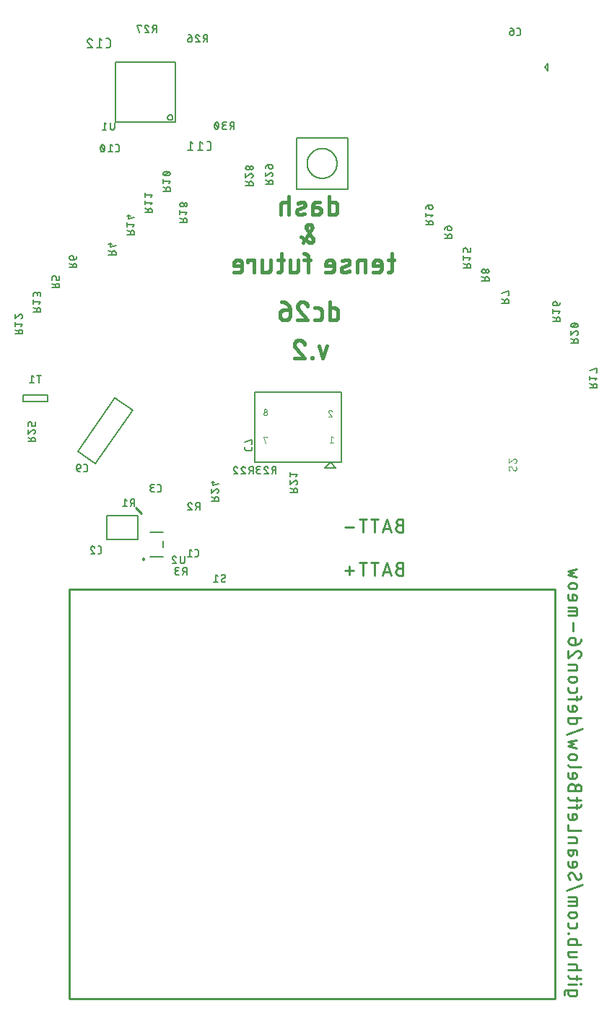
<source format=gbr>
G04 EAGLE Gerber X2 export*
%TF.Part,Single*%
%TF.FileFunction,Legend,Bot,1*%
%TF.FilePolarity,Positive*%
%TF.GenerationSoftware,Autodesk,EAGLE,9.1.3*%
%TF.CreationDate,2018-09-17T05:52:35Z*%
G75*
%MOMM*%
%FSLAX34Y34*%
%LPD*%
%AMOC8*
5,1,8,0,0,1.08239X$1,22.5*%
G01*
%ADD10C,0.254000*%
%ADD11C,0.279400*%
%ADD12C,0.381000*%
%ADD13C,0.127000*%
%ADD14C,0.152400*%
%ADD15C,0.200000*%
%ADD16C,0.076200*%
%ADD17C,0.203200*%


D10*
X662000Y23800D02*
X92000Y23800D01*
X92000Y503800D01*
X662000Y503800D01*
X662000Y23800D01*
D11*
X483742Y528306D02*
X479580Y528306D01*
X479452Y528304D01*
X479324Y528298D01*
X479196Y528288D01*
X479068Y528274D01*
X478941Y528257D01*
X478815Y528235D01*
X478689Y528210D01*
X478565Y528180D01*
X478441Y528147D01*
X478318Y528110D01*
X478196Y528069D01*
X478076Y528025D01*
X477957Y527977D01*
X477840Y527925D01*
X477724Y527870D01*
X477611Y527811D01*
X477499Y527748D01*
X477388Y527682D01*
X477281Y527613D01*
X477175Y527541D01*
X477071Y527465D01*
X476970Y527386D01*
X476871Y527304D01*
X476775Y527219D01*
X476682Y527132D01*
X476591Y527041D01*
X476504Y526948D01*
X476419Y526852D01*
X476337Y526753D01*
X476258Y526652D01*
X476182Y526548D01*
X476110Y526442D01*
X476041Y526335D01*
X475975Y526225D01*
X475912Y526112D01*
X475853Y525999D01*
X475798Y525883D01*
X475746Y525766D01*
X475698Y525647D01*
X475654Y525527D01*
X475613Y525405D01*
X475576Y525282D01*
X475543Y525158D01*
X475513Y525034D01*
X475488Y524908D01*
X475466Y524782D01*
X475449Y524655D01*
X475435Y524527D01*
X475425Y524399D01*
X475419Y524271D01*
X475417Y524143D01*
X475419Y524015D01*
X475425Y523887D01*
X475435Y523759D01*
X475449Y523631D01*
X475466Y523504D01*
X475488Y523378D01*
X475513Y523252D01*
X475543Y523128D01*
X475576Y523004D01*
X475613Y522881D01*
X475654Y522759D01*
X475698Y522639D01*
X475746Y522520D01*
X475798Y522403D01*
X475853Y522287D01*
X475912Y522174D01*
X475975Y522062D01*
X476041Y521951D01*
X476110Y521844D01*
X476182Y521738D01*
X476258Y521634D01*
X476337Y521533D01*
X476419Y521434D01*
X476504Y521338D01*
X476591Y521245D01*
X476682Y521154D01*
X476775Y521067D01*
X476871Y520982D01*
X476970Y520900D01*
X477071Y520821D01*
X477175Y520745D01*
X477281Y520673D01*
X477388Y520604D01*
X477499Y520538D01*
X477611Y520475D01*
X477724Y520416D01*
X477840Y520361D01*
X477957Y520309D01*
X478076Y520261D01*
X478196Y520217D01*
X478318Y520176D01*
X478441Y520139D01*
X478565Y520106D01*
X478689Y520076D01*
X478815Y520051D01*
X478941Y520029D01*
X479068Y520012D01*
X479196Y519998D01*
X479324Y519988D01*
X479452Y519982D01*
X479580Y519980D01*
X483742Y519980D01*
X483742Y534966D01*
X479580Y534966D01*
X479466Y534964D01*
X479353Y534958D01*
X479239Y534949D01*
X479127Y534935D01*
X479014Y534918D01*
X478902Y534896D01*
X478792Y534871D01*
X478682Y534843D01*
X478573Y534810D01*
X478465Y534774D01*
X478358Y534734D01*
X478253Y534690D01*
X478150Y534643D01*
X478048Y534593D01*
X477948Y534539D01*
X477850Y534481D01*
X477754Y534420D01*
X477660Y534357D01*
X477568Y534289D01*
X477478Y534219D01*
X477392Y534146D01*
X477307Y534070D01*
X477225Y533991D01*
X477146Y533909D01*
X477070Y533824D01*
X476997Y533738D01*
X476927Y533648D01*
X476859Y533556D01*
X476796Y533462D01*
X476735Y533366D01*
X476677Y533268D01*
X476623Y533168D01*
X476573Y533066D01*
X476526Y532963D01*
X476482Y532858D01*
X476442Y532751D01*
X476406Y532643D01*
X476373Y532534D01*
X476345Y532424D01*
X476320Y532314D01*
X476298Y532202D01*
X476281Y532089D01*
X476267Y531977D01*
X476258Y531863D01*
X476252Y531750D01*
X476250Y531636D01*
X476252Y531522D01*
X476258Y531409D01*
X476267Y531295D01*
X476281Y531183D01*
X476298Y531070D01*
X476320Y530958D01*
X476345Y530848D01*
X476373Y530738D01*
X476406Y530629D01*
X476442Y530521D01*
X476482Y530414D01*
X476526Y530309D01*
X476573Y530206D01*
X476623Y530104D01*
X476677Y530004D01*
X476735Y529906D01*
X476796Y529810D01*
X476859Y529716D01*
X476927Y529624D01*
X476997Y529534D01*
X477070Y529448D01*
X477146Y529363D01*
X477225Y529281D01*
X477307Y529202D01*
X477392Y529126D01*
X477478Y529053D01*
X477568Y528983D01*
X477660Y528915D01*
X477754Y528852D01*
X477850Y528791D01*
X477948Y528733D01*
X478048Y528679D01*
X478150Y528629D01*
X478253Y528582D01*
X478358Y528538D01*
X478465Y528498D01*
X478573Y528462D01*
X478682Y528429D01*
X478792Y528401D01*
X478902Y528376D01*
X479014Y528354D01*
X479127Y528337D01*
X479239Y528323D01*
X479353Y528314D01*
X479466Y528308D01*
X479580Y528306D01*
X469783Y519980D02*
X464787Y534966D01*
X459792Y519980D01*
X461041Y523727D02*
X468534Y523727D01*
X450198Y519980D02*
X450198Y534966D01*
X454361Y534966D02*
X446035Y534966D01*
X436651Y534966D02*
X436651Y519980D01*
X440814Y534966D02*
X432488Y534966D01*
X426015Y525808D02*
X416025Y525808D01*
X421020Y520813D02*
X421020Y530803D01*
X479580Y579106D02*
X483742Y579106D01*
X479580Y579106D02*
X479452Y579104D01*
X479324Y579098D01*
X479196Y579088D01*
X479068Y579074D01*
X478941Y579057D01*
X478815Y579035D01*
X478689Y579010D01*
X478565Y578980D01*
X478441Y578947D01*
X478318Y578910D01*
X478196Y578869D01*
X478076Y578825D01*
X477957Y578777D01*
X477840Y578725D01*
X477724Y578670D01*
X477611Y578611D01*
X477499Y578548D01*
X477388Y578482D01*
X477281Y578413D01*
X477175Y578341D01*
X477071Y578265D01*
X476970Y578186D01*
X476871Y578104D01*
X476775Y578019D01*
X476682Y577932D01*
X476591Y577841D01*
X476504Y577748D01*
X476419Y577652D01*
X476337Y577553D01*
X476258Y577452D01*
X476182Y577348D01*
X476110Y577242D01*
X476041Y577135D01*
X475975Y577025D01*
X475912Y576912D01*
X475853Y576799D01*
X475798Y576683D01*
X475746Y576566D01*
X475698Y576447D01*
X475654Y576327D01*
X475613Y576205D01*
X475576Y576082D01*
X475543Y575958D01*
X475513Y575834D01*
X475488Y575708D01*
X475466Y575582D01*
X475449Y575455D01*
X475435Y575327D01*
X475425Y575199D01*
X475419Y575071D01*
X475417Y574943D01*
X475419Y574815D01*
X475425Y574687D01*
X475435Y574559D01*
X475449Y574431D01*
X475466Y574304D01*
X475488Y574178D01*
X475513Y574052D01*
X475543Y573928D01*
X475576Y573804D01*
X475613Y573681D01*
X475654Y573559D01*
X475698Y573439D01*
X475746Y573320D01*
X475798Y573203D01*
X475853Y573087D01*
X475912Y572974D01*
X475975Y572862D01*
X476041Y572751D01*
X476110Y572644D01*
X476182Y572538D01*
X476258Y572434D01*
X476337Y572333D01*
X476419Y572234D01*
X476504Y572138D01*
X476591Y572045D01*
X476682Y571954D01*
X476775Y571867D01*
X476871Y571782D01*
X476970Y571700D01*
X477071Y571621D01*
X477175Y571545D01*
X477281Y571473D01*
X477388Y571404D01*
X477499Y571338D01*
X477611Y571275D01*
X477724Y571216D01*
X477840Y571161D01*
X477957Y571109D01*
X478076Y571061D01*
X478196Y571017D01*
X478318Y570976D01*
X478441Y570939D01*
X478565Y570906D01*
X478689Y570876D01*
X478815Y570851D01*
X478941Y570829D01*
X479068Y570812D01*
X479196Y570798D01*
X479324Y570788D01*
X479452Y570782D01*
X479580Y570780D01*
X483742Y570780D01*
X483742Y585766D01*
X479580Y585766D01*
X479466Y585764D01*
X479353Y585758D01*
X479239Y585749D01*
X479127Y585735D01*
X479014Y585718D01*
X478902Y585696D01*
X478792Y585671D01*
X478682Y585643D01*
X478573Y585610D01*
X478465Y585574D01*
X478358Y585534D01*
X478253Y585490D01*
X478150Y585443D01*
X478048Y585393D01*
X477948Y585339D01*
X477850Y585281D01*
X477754Y585220D01*
X477660Y585157D01*
X477568Y585089D01*
X477478Y585019D01*
X477392Y584946D01*
X477307Y584870D01*
X477225Y584791D01*
X477146Y584709D01*
X477070Y584624D01*
X476997Y584538D01*
X476927Y584448D01*
X476859Y584356D01*
X476796Y584262D01*
X476735Y584166D01*
X476677Y584068D01*
X476623Y583968D01*
X476573Y583866D01*
X476526Y583763D01*
X476482Y583658D01*
X476442Y583551D01*
X476406Y583443D01*
X476373Y583334D01*
X476345Y583224D01*
X476320Y583114D01*
X476298Y583002D01*
X476281Y582889D01*
X476267Y582777D01*
X476258Y582663D01*
X476252Y582550D01*
X476250Y582436D01*
X476252Y582322D01*
X476258Y582209D01*
X476267Y582095D01*
X476281Y581983D01*
X476298Y581870D01*
X476320Y581758D01*
X476345Y581648D01*
X476373Y581538D01*
X476406Y581429D01*
X476442Y581321D01*
X476482Y581214D01*
X476526Y581109D01*
X476573Y581006D01*
X476623Y580904D01*
X476677Y580804D01*
X476735Y580706D01*
X476796Y580610D01*
X476859Y580516D01*
X476927Y580424D01*
X476997Y580334D01*
X477070Y580248D01*
X477146Y580163D01*
X477225Y580081D01*
X477307Y580002D01*
X477392Y579926D01*
X477478Y579853D01*
X477568Y579783D01*
X477660Y579715D01*
X477754Y579652D01*
X477850Y579591D01*
X477948Y579533D01*
X478048Y579479D01*
X478150Y579429D01*
X478253Y579382D01*
X478358Y579338D01*
X478465Y579298D01*
X478573Y579262D01*
X478682Y579229D01*
X478792Y579201D01*
X478902Y579176D01*
X479014Y579154D01*
X479127Y579137D01*
X479239Y579123D01*
X479353Y579114D01*
X479466Y579108D01*
X479580Y579106D01*
X469783Y570780D02*
X464787Y585766D01*
X459792Y570780D01*
X461041Y574527D02*
X468534Y574527D01*
X450198Y570780D02*
X450198Y585766D01*
X454361Y585766D02*
X446035Y585766D01*
X436651Y585766D02*
X436651Y570780D01*
X440814Y585766D02*
X432488Y585766D01*
X426015Y576608D02*
X416025Y576608D01*
D10*
X176936Y592607D02*
X170163Y599380D01*
D12*
X396931Y942975D02*
X396931Y964565D01*
X396931Y942975D02*
X402929Y942975D01*
X403047Y942977D01*
X403164Y942983D01*
X403282Y942992D01*
X403399Y943006D01*
X403515Y943023D01*
X403631Y943044D01*
X403746Y943069D01*
X403860Y943098D01*
X403973Y943130D01*
X404086Y943166D01*
X404196Y943206D01*
X404306Y943249D01*
X404414Y943296D01*
X404520Y943346D01*
X404625Y943400D01*
X404728Y943457D01*
X404829Y943518D01*
X404928Y943581D01*
X405025Y943648D01*
X405119Y943719D01*
X405212Y943792D01*
X405301Y943868D01*
X405389Y943947D01*
X405473Y944029D01*
X405555Y944113D01*
X405634Y944201D01*
X405710Y944290D01*
X405783Y944383D01*
X405854Y944477D01*
X405921Y944574D01*
X405984Y944673D01*
X406045Y944774D01*
X406102Y944877D01*
X406156Y944982D01*
X406206Y945088D01*
X406253Y945196D01*
X406296Y945306D01*
X406336Y945416D01*
X406372Y945529D01*
X406404Y945642D01*
X406433Y945756D01*
X406458Y945871D01*
X406479Y945987D01*
X406496Y946103D01*
X406510Y946220D01*
X406519Y946338D01*
X406525Y946455D01*
X406527Y946573D01*
X406527Y953770D01*
X406525Y953888D01*
X406519Y954005D01*
X406510Y954123D01*
X406496Y954240D01*
X406479Y954356D01*
X406458Y954472D01*
X406433Y954587D01*
X406404Y954701D01*
X406372Y954814D01*
X406336Y954927D01*
X406296Y955037D01*
X406253Y955147D01*
X406206Y955255D01*
X406156Y955361D01*
X406102Y955466D01*
X406045Y955569D01*
X405984Y955670D01*
X405921Y955769D01*
X405854Y955866D01*
X405783Y955960D01*
X405710Y956053D01*
X405634Y956142D01*
X405555Y956230D01*
X405473Y956314D01*
X405389Y956396D01*
X405301Y956475D01*
X405212Y956551D01*
X405119Y956624D01*
X405025Y956695D01*
X404928Y956762D01*
X404829Y956825D01*
X404728Y956886D01*
X404625Y956943D01*
X404520Y956997D01*
X404414Y957047D01*
X404306Y957094D01*
X404196Y957137D01*
X404086Y957177D01*
X403973Y957213D01*
X403860Y957245D01*
X403746Y957274D01*
X403631Y957299D01*
X403515Y957320D01*
X403399Y957337D01*
X403282Y957351D01*
X403164Y957360D01*
X403047Y957366D01*
X402929Y957368D01*
X396931Y957368D01*
X383538Y951371D02*
X378141Y951371D01*
X383538Y951371D02*
X383666Y951369D01*
X383794Y951363D01*
X383922Y951353D01*
X384049Y951340D01*
X384176Y951322D01*
X384302Y951301D01*
X384428Y951276D01*
X384552Y951247D01*
X384676Y951214D01*
X384799Y951177D01*
X384920Y951137D01*
X385040Y951093D01*
X385159Y951045D01*
X385277Y950994D01*
X385392Y950939D01*
X385506Y950881D01*
X385618Y950819D01*
X385729Y950754D01*
X385837Y950686D01*
X385943Y950614D01*
X386047Y950539D01*
X386148Y950461D01*
X386247Y950380D01*
X386344Y950296D01*
X386438Y950209D01*
X386529Y950119D01*
X386617Y950026D01*
X386703Y949931D01*
X386786Y949833D01*
X386865Y949733D01*
X386942Y949630D01*
X387015Y949525D01*
X387085Y949418D01*
X387152Y949309D01*
X387216Y949198D01*
X387276Y949085D01*
X387332Y948970D01*
X387385Y948853D01*
X387435Y948735D01*
X387480Y948615D01*
X387523Y948495D01*
X387561Y948372D01*
X387596Y948249D01*
X387627Y948125D01*
X387654Y948000D01*
X387677Y947874D01*
X387697Y947747D01*
X387712Y947620D01*
X387724Y947493D01*
X387732Y947365D01*
X387736Y947237D01*
X387736Y947109D01*
X387732Y946981D01*
X387724Y946853D01*
X387712Y946726D01*
X387697Y946599D01*
X387677Y946472D01*
X387654Y946346D01*
X387627Y946221D01*
X387596Y946097D01*
X387561Y945974D01*
X387523Y945851D01*
X387480Y945731D01*
X387435Y945611D01*
X387385Y945493D01*
X387332Y945376D01*
X387276Y945261D01*
X387216Y945148D01*
X387152Y945037D01*
X387085Y944928D01*
X387015Y944821D01*
X386942Y944716D01*
X386865Y944613D01*
X386786Y944513D01*
X386703Y944415D01*
X386617Y944320D01*
X386529Y944227D01*
X386438Y944137D01*
X386344Y944050D01*
X386247Y943966D01*
X386148Y943885D01*
X386047Y943807D01*
X385943Y943732D01*
X385837Y943660D01*
X385729Y943592D01*
X385618Y943527D01*
X385506Y943465D01*
X385392Y943407D01*
X385277Y943352D01*
X385159Y943301D01*
X385040Y943253D01*
X384920Y943209D01*
X384799Y943169D01*
X384676Y943132D01*
X384552Y943099D01*
X384428Y943070D01*
X384302Y943045D01*
X384176Y943024D01*
X384049Y943006D01*
X383922Y942993D01*
X383794Y942983D01*
X383666Y942977D01*
X383538Y942975D01*
X378141Y942975D01*
X378141Y953770D01*
X378143Y953888D01*
X378149Y954005D01*
X378158Y954123D01*
X378172Y954240D01*
X378189Y954356D01*
X378210Y954472D01*
X378235Y954587D01*
X378264Y954701D01*
X378296Y954814D01*
X378332Y954927D01*
X378372Y955037D01*
X378415Y955147D01*
X378462Y955255D01*
X378512Y955361D01*
X378566Y955466D01*
X378623Y955569D01*
X378684Y955670D01*
X378747Y955769D01*
X378814Y955866D01*
X378885Y955960D01*
X378958Y956053D01*
X379034Y956142D01*
X379113Y956230D01*
X379195Y956314D01*
X379279Y956396D01*
X379367Y956475D01*
X379456Y956551D01*
X379549Y956624D01*
X379643Y956695D01*
X379740Y956762D01*
X379839Y956825D01*
X379940Y956886D01*
X380043Y956943D01*
X380148Y956997D01*
X380254Y957047D01*
X380362Y957094D01*
X380472Y957137D01*
X380582Y957177D01*
X380695Y957213D01*
X380808Y957245D01*
X380922Y957274D01*
X381037Y957299D01*
X381153Y957320D01*
X381269Y957337D01*
X381386Y957351D01*
X381504Y957360D01*
X381621Y957366D01*
X381739Y957368D01*
X386537Y957368D01*
X367041Y951371D02*
X361044Y948972D01*
X367041Y951371D02*
X367143Y951414D01*
X367243Y951461D01*
X367342Y951511D01*
X367439Y951564D01*
X367534Y951621D01*
X367627Y951682D01*
X367717Y951745D01*
X367805Y951812D01*
X367891Y951882D01*
X367975Y951955D01*
X368055Y952030D01*
X368133Y952109D01*
X368208Y952190D01*
X368280Y952274D01*
X368349Y952361D01*
X368415Y952449D01*
X368478Y952541D01*
X368538Y952634D01*
X368594Y952729D01*
X368646Y952827D01*
X368696Y952926D01*
X368741Y953026D01*
X368783Y953129D01*
X368822Y953233D01*
X368856Y953338D01*
X368887Y953444D01*
X368914Y953551D01*
X368938Y953659D01*
X368957Y953768D01*
X368973Y953878D01*
X368984Y953988D01*
X368992Y954098D01*
X368996Y954209D01*
X368995Y954320D01*
X368991Y954430D01*
X368983Y954541D01*
X368971Y954651D01*
X368955Y954760D01*
X368936Y954869D01*
X368912Y954977D01*
X368885Y955084D01*
X368853Y955190D01*
X368818Y955295D01*
X368780Y955399D01*
X368737Y955501D01*
X368691Y955602D01*
X368642Y955701D01*
X368589Y955798D01*
X368532Y955893D01*
X368472Y955986D01*
X368409Y956077D01*
X368343Y956166D01*
X368274Y956252D01*
X368201Y956336D01*
X368126Y956417D01*
X368048Y956495D01*
X367967Y956570D01*
X367883Y956643D01*
X367797Y956713D01*
X367709Y956779D01*
X367618Y956842D01*
X367525Y956902D01*
X367430Y956959D01*
X367333Y957012D01*
X367234Y957062D01*
X367133Y957108D01*
X367031Y957150D01*
X366928Y957189D01*
X366823Y957225D01*
X366717Y957256D01*
X366609Y957284D01*
X366501Y957307D01*
X366393Y957327D01*
X366283Y957344D01*
X366173Y957356D01*
X366063Y957364D01*
X365952Y957368D01*
X365842Y957369D01*
X365842Y957368D02*
X365515Y957359D01*
X365188Y957343D01*
X364861Y957318D01*
X364535Y957286D01*
X364210Y957246D01*
X363886Y957198D01*
X363564Y957143D01*
X363242Y957079D01*
X362923Y957008D01*
X362605Y956929D01*
X362289Y956843D01*
X361975Y956749D01*
X361664Y956648D01*
X361355Y956539D01*
X361049Y956423D01*
X360745Y956299D01*
X360445Y956168D01*
X361044Y948973D02*
X360942Y948930D01*
X360842Y948883D01*
X360743Y948833D01*
X360646Y948780D01*
X360551Y948723D01*
X360458Y948662D01*
X360368Y948599D01*
X360280Y948532D01*
X360194Y948462D01*
X360110Y948389D01*
X360030Y948314D01*
X359952Y948235D01*
X359877Y948154D01*
X359805Y948070D01*
X359736Y947983D01*
X359670Y947895D01*
X359607Y947803D01*
X359547Y947710D01*
X359491Y947615D01*
X359439Y947517D01*
X359389Y947418D01*
X359344Y947318D01*
X359302Y947215D01*
X359263Y947111D01*
X359229Y947006D01*
X359198Y946900D01*
X359171Y946793D01*
X359147Y946685D01*
X359128Y946576D01*
X359112Y946466D01*
X359101Y946356D01*
X359093Y946246D01*
X359089Y946135D01*
X359090Y946024D01*
X359094Y945914D01*
X359102Y945803D01*
X359114Y945693D01*
X359130Y945584D01*
X359149Y945475D01*
X359173Y945367D01*
X359200Y945260D01*
X359232Y945154D01*
X359267Y945049D01*
X359305Y944945D01*
X359348Y944843D01*
X359394Y944742D01*
X359443Y944643D01*
X359496Y944546D01*
X359553Y944451D01*
X359613Y944358D01*
X359676Y944267D01*
X359742Y944178D01*
X359811Y944092D01*
X359884Y944008D01*
X359959Y943927D01*
X360037Y943849D01*
X360118Y943774D01*
X360202Y943701D01*
X360288Y943632D01*
X360376Y943565D01*
X360467Y943502D01*
X360560Y943442D01*
X360655Y943385D01*
X360752Y943332D01*
X360851Y943282D01*
X360952Y943236D01*
X361054Y943194D01*
X361157Y943155D01*
X361262Y943119D01*
X361368Y943088D01*
X361475Y943060D01*
X361584Y943037D01*
X361692Y943017D01*
X361802Y943000D01*
X361912Y942988D01*
X362022Y942980D01*
X362133Y942976D01*
X362243Y942975D01*
X362724Y942988D01*
X363205Y943012D01*
X363685Y943047D01*
X364164Y943093D01*
X364641Y943151D01*
X365117Y943221D01*
X365592Y943301D01*
X366064Y943393D01*
X366534Y943496D01*
X367001Y943609D01*
X367466Y943734D01*
X367928Y943870D01*
X368386Y944017D01*
X368840Y944175D01*
X350050Y942975D02*
X350050Y964565D01*
X350050Y957368D02*
X344052Y957368D01*
X343934Y957366D01*
X343817Y957360D01*
X343699Y957351D01*
X343582Y957337D01*
X343466Y957320D01*
X343350Y957299D01*
X343235Y957274D01*
X343121Y957245D01*
X343008Y957213D01*
X342895Y957177D01*
X342785Y957137D01*
X342675Y957094D01*
X342567Y957047D01*
X342461Y956997D01*
X342356Y956943D01*
X342253Y956886D01*
X342152Y956825D01*
X342053Y956762D01*
X341956Y956695D01*
X341862Y956624D01*
X341769Y956551D01*
X341680Y956475D01*
X341592Y956396D01*
X341508Y956314D01*
X341426Y956230D01*
X341347Y956142D01*
X341271Y956053D01*
X341198Y955960D01*
X341127Y955866D01*
X341060Y955769D01*
X340997Y955670D01*
X340936Y955569D01*
X340879Y955466D01*
X340825Y955361D01*
X340775Y955255D01*
X340728Y955147D01*
X340685Y955037D01*
X340645Y954927D01*
X340609Y954814D01*
X340577Y954701D01*
X340548Y954587D01*
X340523Y954472D01*
X340502Y954356D01*
X340485Y954240D01*
X340471Y954123D01*
X340462Y954005D01*
X340456Y953888D01*
X340454Y953770D01*
X340454Y942975D01*
X373789Y931545D02*
X373906Y931543D01*
X374024Y931537D01*
X374141Y931527D01*
X374257Y931514D01*
X374373Y931496D01*
X374489Y931475D01*
X374603Y931450D01*
X374717Y931421D01*
X374830Y931388D01*
X374942Y931352D01*
X375052Y931312D01*
X375161Y931268D01*
X375268Y931220D01*
X375374Y931169D01*
X375478Y931115D01*
X375580Y931057D01*
X375680Y930996D01*
X375778Y930931D01*
X375874Y930864D01*
X375968Y930793D01*
X376059Y930719D01*
X376148Y930642D01*
X376234Y930562D01*
X376317Y930479D01*
X376398Y930394D01*
X376475Y930306D01*
X376550Y930215D01*
X376622Y930122D01*
X376690Y930027D01*
X376756Y929930D01*
X376818Y929830D01*
X376877Y929728D01*
X376932Y929625D01*
X376984Y929519D01*
X377032Y929412D01*
X377077Y929304D01*
X377118Y929194D01*
X377155Y929083D01*
X377189Y928970D01*
X377219Y928857D01*
X377245Y928742D01*
X377267Y928627D01*
X377286Y928511D01*
X377300Y928394D01*
X377311Y928278D01*
X377318Y928160D01*
X377321Y928043D01*
X377320Y927926D01*
X377315Y927808D01*
X377306Y927691D01*
X377294Y927574D01*
X377277Y927458D01*
X377257Y927343D01*
X377233Y927228D01*
X377205Y927114D01*
X377173Y927001D01*
X377137Y926889D01*
X377098Y926778D01*
X377055Y926669D01*
X377009Y926561D01*
X376959Y926455D01*
X376905Y926350D01*
X376848Y926248D01*
X376788Y926147D01*
X366593Y909955D01*
X370790Y926147D02*
X370730Y926248D01*
X370673Y926350D01*
X370619Y926455D01*
X370569Y926561D01*
X370523Y926669D01*
X370480Y926778D01*
X370441Y926889D01*
X370405Y927001D01*
X370373Y927114D01*
X370345Y927228D01*
X370321Y927343D01*
X370301Y927458D01*
X370284Y927574D01*
X370272Y927691D01*
X370263Y927808D01*
X370258Y927926D01*
X370257Y928043D01*
X370260Y928160D01*
X370267Y928278D01*
X370278Y928394D01*
X370292Y928511D01*
X370311Y928627D01*
X370333Y928742D01*
X370359Y928857D01*
X370389Y928970D01*
X370423Y929083D01*
X370460Y929194D01*
X370501Y929304D01*
X370546Y929412D01*
X370594Y929519D01*
X370646Y929625D01*
X370701Y929728D01*
X370760Y929830D01*
X370822Y929930D01*
X370888Y930027D01*
X370956Y930122D01*
X371028Y930215D01*
X371103Y930306D01*
X371180Y930394D01*
X371261Y930479D01*
X371344Y930562D01*
X371430Y930642D01*
X371519Y930719D01*
X371610Y930793D01*
X371704Y930864D01*
X371800Y930931D01*
X371898Y930996D01*
X371998Y931057D01*
X372100Y931115D01*
X372204Y931169D01*
X372310Y931220D01*
X372417Y931268D01*
X372526Y931312D01*
X372636Y931352D01*
X372748Y931388D01*
X372861Y931421D01*
X372975Y931450D01*
X373089Y931475D01*
X373205Y931496D01*
X373321Y931514D01*
X373437Y931527D01*
X373554Y931537D01*
X373672Y931543D01*
X373789Y931545D01*
X378587Y913553D02*
X378585Y913435D01*
X378579Y913318D01*
X378570Y913200D01*
X378556Y913083D01*
X378539Y912967D01*
X378518Y912851D01*
X378493Y912736D01*
X378464Y912622D01*
X378432Y912509D01*
X378396Y912396D01*
X378356Y912286D01*
X378313Y912176D01*
X378266Y912068D01*
X378216Y911962D01*
X378162Y911857D01*
X378105Y911754D01*
X378044Y911653D01*
X377981Y911554D01*
X377914Y911457D01*
X377843Y911363D01*
X377770Y911270D01*
X377694Y911181D01*
X377615Y911093D01*
X377533Y911009D01*
X377449Y910927D01*
X377361Y910848D01*
X377272Y910772D01*
X377179Y910699D01*
X377085Y910628D01*
X376988Y910561D01*
X376889Y910498D01*
X376788Y910437D01*
X376685Y910380D01*
X376580Y910326D01*
X376474Y910276D01*
X376366Y910229D01*
X376256Y910186D01*
X376146Y910146D01*
X376033Y910110D01*
X375920Y910078D01*
X375806Y910049D01*
X375691Y910024D01*
X375575Y910003D01*
X375459Y909986D01*
X375342Y909972D01*
X375224Y909963D01*
X375107Y909957D01*
X374989Y909955D01*
X378587Y913553D02*
X378585Y913660D01*
X378579Y913767D01*
X378570Y913874D01*
X378556Y913980D01*
X378539Y914086D01*
X378518Y914191D01*
X378494Y914296D01*
X378465Y914399D01*
X378433Y914501D01*
X378397Y914602D01*
X378358Y914702D01*
X378315Y914800D01*
X378269Y914897D01*
X378219Y914992D01*
X378166Y915085D01*
X378110Y915176D01*
X378050Y915265D01*
X377987Y915352D01*
X377987Y915353D02*
X370791Y926147D01*
X373190Y910555D02*
X373277Y910492D01*
X373366Y910432D01*
X373457Y910376D01*
X373550Y910323D01*
X373645Y910273D01*
X373742Y910227D01*
X373840Y910184D01*
X373940Y910145D01*
X374041Y910109D01*
X374143Y910077D01*
X374246Y910048D01*
X374351Y910024D01*
X374456Y910003D01*
X374562Y909986D01*
X374668Y909972D01*
X374775Y909963D01*
X374882Y909957D01*
X374989Y909955D01*
X373190Y910555D02*
X364194Y917152D01*
X466386Y889804D02*
X473583Y889804D01*
X471184Y897001D02*
X471184Y879009D01*
X471182Y878891D01*
X471176Y878774D01*
X471167Y878656D01*
X471153Y878539D01*
X471136Y878423D01*
X471115Y878307D01*
X471090Y878192D01*
X471061Y878078D01*
X471029Y877965D01*
X470993Y877852D01*
X470953Y877742D01*
X470910Y877632D01*
X470863Y877524D01*
X470813Y877418D01*
X470759Y877313D01*
X470702Y877210D01*
X470641Y877109D01*
X470578Y877010D01*
X470511Y876913D01*
X470440Y876819D01*
X470367Y876726D01*
X470291Y876637D01*
X470212Y876549D01*
X470130Y876465D01*
X470046Y876383D01*
X469958Y876304D01*
X469869Y876228D01*
X469776Y876155D01*
X469682Y876084D01*
X469585Y876017D01*
X469486Y875954D01*
X469385Y875893D01*
X469282Y875836D01*
X469177Y875782D01*
X469071Y875732D01*
X468963Y875685D01*
X468853Y875642D01*
X468743Y875602D01*
X468630Y875566D01*
X468517Y875534D01*
X468403Y875505D01*
X468288Y875480D01*
X468172Y875459D01*
X468056Y875442D01*
X467939Y875428D01*
X467821Y875419D01*
X467704Y875413D01*
X467586Y875411D01*
X466386Y875411D01*
X455005Y875411D02*
X449008Y875411D01*
X455005Y875411D02*
X455123Y875413D01*
X455240Y875419D01*
X455358Y875428D01*
X455475Y875442D01*
X455591Y875459D01*
X455707Y875480D01*
X455822Y875505D01*
X455936Y875534D01*
X456049Y875566D01*
X456162Y875602D01*
X456272Y875642D01*
X456382Y875685D01*
X456490Y875732D01*
X456596Y875782D01*
X456701Y875836D01*
X456804Y875893D01*
X456905Y875954D01*
X457004Y876017D01*
X457101Y876084D01*
X457195Y876155D01*
X457288Y876228D01*
X457377Y876304D01*
X457465Y876383D01*
X457549Y876465D01*
X457631Y876549D01*
X457710Y876637D01*
X457786Y876726D01*
X457859Y876819D01*
X457930Y876913D01*
X457997Y877010D01*
X458060Y877109D01*
X458121Y877210D01*
X458178Y877313D01*
X458232Y877418D01*
X458282Y877524D01*
X458329Y877632D01*
X458372Y877742D01*
X458412Y877852D01*
X458448Y877965D01*
X458480Y878078D01*
X458509Y878192D01*
X458534Y878307D01*
X458555Y878423D01*
X458572Y878539D01*
X458586Y878656D01*
X458595Y878774D01*
X458601Y878891D01*
X458603Y879009D01*
X458603Y885007D01*
X458601Y885145D01*
X458595Y885283D01*
X458585Y885421D01*
X458571Y885559D01*
X458553Y885696D01*
X458531Y885833D01*
X458506Y885968D01*
X458476Y886104D01*
X458442Y886238D01*
X458405Y886371D01*
X458364Y886503D01*
X458319Y886634D01*
X458270Y886763D01*
X458218Y886891D01*
X458162Y887017D01*
X458102Y887142D01*
X458038Y887265D01*
X457972Y887386D01*
X457901Y887505D01*
X457828Y887622D01*
X457751Y887737D01*
X457670Y887850D01*
X457587Y887960D01*
X457500Y888067D01*
X457410Y888173D01*
X457318Y888275D01*
X457222Y888375D01*
X457124Y888472D01*
X457022Y888566D01*
X456918Y888658D01*
X456812Y888746D01*
X456703Y888831D01*
X456592Y888913D01*
X456478Y888992D01*
X456362Y889067D01*
X456244Y889139D01*
X456124Y889208D01*
X456002Y889273D01*
X455878Y889334D01*
X455752Y889392D01*
X455625Y889446D01*
X455496Y889497D01*
X455366Y889544D01*
X455235Y889587D01*
X455102Y889626D01*
X454969Y889662D01*
X454834Y889693D01*
X454699Y889721D01*
X454562Y889745D01*
X454426Y889765D01*
X454288Y889781D01*
X454150Y889793D01*
X454012Y889801D01*
X453874Y889805D01*
X453736Y889805D01*
X453598Y889801D01*
X453460Y889793D01*
X453322Y889781D01*
X453184Y889765D01*
X453048Y889745D01*
X452911Y889721D01*
X452776Y889693D01*
X452641Y889662D01*
X452508Y889626D01*
X452375Y889587D01*
X452244Y889544D01*
X452114Y889497D01*
X451985Y889446D01*
X451858Y889392D01*
X451732Y889334D01*
X451608Y889273D01*
X451486Y889208D01*
X451366Y889139D01*
X451248Y889067D01*
X451132Y888992D01*
X451018Y888913D01*
X450907Y888831D01*
X450798Y888746D01*
X450692Y888658D01*
X450588Y888566D01*
X450486Y888472D01*
X450388Y888375D01*
X450292Y888275D01*
X450200Y888173D01*
X450110Y888067D01*
X450023Y887960D01*
X449940Y887850D01*
X449859Y887737D01*
X449782Y887622D01*
X449709Y887505D01*
X449638Y887386D01*
X449572Y887265D01*
X449508Y887142D01*
X449448Y887017D01*
X449392Y886891D01*
X449340Y886763D01*
X449291Y886634D01*
X449246Y886503D01*
X449205Y886371D01*
X449168Y886238D01*
X449134Y886104D01*
X449104Y885968D01*
X449079Y885833D01*
X449057Y885696D01*
X449039Y885559D01*
X449025Y885421D01*
X449015Y885283D01*
X449009Y885145D01*
X449007Y885007D01*
X449008Y885007D02*
X449008Y882608D01*
X458603Y882608D01*
X439812Y889804D02*
X439812Y875411D01*
X439812Y889804D02*
X433815Y889804D01*
X433697Y889802D01*
X433580Y889796D01*
X433462Y889787D01*
X433345Y889773D01*
X433229Y889756D01*
X433113Y889735D01*
X432998Y889710D01*
X432884Y889681D01*
X432771Y889649D01*
X432658Y889613D01*
X432548Y889573D01*
X432438Y889530D01*
X432330Y889483D01*
X432224Y889433D01*
X432119Y889379D01*
X432016Y889322D01*
X431915Y889261D01*
X431816Y889198D01*
X431719Y889131D01*
X431625Y889060D01*
X431532Y888987D01*
X431443Y888911D01*
X431355Y888832D01*
X431271Y888750D01*
X431189Y888666D01*
X431110Y888578D01*
X431034Y888489D01*
X430961Y888396D01*
X430890Y888302D01*
X430823Y888205D01*
X430760Y888106D01*
X430699Y888005D01*
X430642Y887902D01*
X430588Y887797D01*
X430538Y887691D01*
X430491Y887583D01*
X430448Y887473D01*
X430408Y887363D01*
X430372Y887250D01*
X430340Y887137D01*
X430311Y887023D01*
X430286Y886908D01*
X430265Y886792D01*
X430248Y886676D01*
X430234Y886559D01*
X430225Y886441D01*
X430219Y886324D01*
X430217Y886206D01*
X430217Y875411D01*
X419222Y883807D02*
X413225Y881408D01*
X419222Y883807D02*
X419324Y883850D01*
X419424Y883897D01*
X419523Y883947D01*
X419620Y884000D01*
X419715Y884057D01*
X419808Y884118D01*
X419898Y884181D01*
X419986Y884248D01*
X420072Y884318D01*
X420156Y884391D01*
X420236Y884466D01*
X420314Y884545D01*
X420389Y884626D01*
X420461Y884710D01*
X420530Y884797D01*
X420596Y884885D01*
X420659Y884977D01*
X420719Y885070D01*
X420775Y885165D01*
X420827Y885263D01*
X420877Y885362D01*
X420922Y885462D01*
X420964Y885565D01*
X421003Y885669D01*
X421037Y885774D01*
X421068Y885880D01*
X421095Y885987D01*
X421119Y886095D01*
X421138Y886204D01*
X421154Y886314D01*
X421165Y886424D01*
X421173Y886534D01*
X421177Y886645D01*
X421176Y886756D01*
X421172Y886866D01*
X421164Y886977D01*
X421152Y887087D01*
X421136Y887196D01*
X421117Y887305D01*
X421093Y887413D01*
X421066Y887520D01*
X421034Y887626D01*
X420999Y887731D01*
X420961Y887835D01*
X420918Y887937D01*
X420872Y888038D01*
X420823Y888137D01*
X420770Y888234D01*
X420713Y888329D01*
X420653Y888422D01*
X420590Y888513D01*
X420524Y888602D01*
X420455Y888688D01*
X420382Y888772D01*
X420307Y888853D01*
X420229Y888931D01*
X420148Y889006D01*
X420064Y889079D01*
X419978Y889149D01*
X419890Y889215D01*
X419799Y889278D01*
X419706Y889338D01*
X419611Y889395D01*
X419514Y889448D01*
X419415Y889498D01*
X419314Y889544D01*
X419212Y889586D01*
X419109Y889625D01*
X419004Y889661D01*
X418898Y889692D01*
X418790Y889720D01*
X418682Y889743D01*
X418574Y889763D01*
X418464Y889780D01*
X418354Y889792D01*
X418244Y889800D01*
X418133Y889804D01*
X418023Y889805D01*
X418022Y889804D02*
X417695Y889795D01*
X417368Y889779D01*
X417041Y889754D01*
X416715Y889722D01*
X416390Y889682D01*
X416066Y889634D01*
X415744Y889579D01*
X415422Y889515D01*
X415103Y889444D01*
X414785Y889365D01*
X414469Y889279D01*
X414155Y889185D01*
X413844Y889084D01*
X413535Y888975D01*
X413229Y888859D01*
X412925Y888735D01*
X412625Y888604D01*
X413225Y881409D02*
X413123Y881366D01*
X413023Y881319D01*
X412924Y881269D01*
X412827Y881216D01*
X412732Y881159D01*
X412639Y881098D01*
X412549Y881035D01*
X412461Y880968D01*
X412375Y880898D01*
X412291Y880825D01*
X412211Y880750D01*
X412133Y880671D01*
X412058Y880590D01*
X411986Y880506D01*
X411917Y880419D01*
X411851Y880331D01*
X411788Y880239D01*
X411728Y880146D01*
X411672Y880051D01*
X411620Y879953D01*
X411570Y879854D01*
X411525Y879754D01*
X411483Y879651D01*
X411444Y879547D01*
X411410Y879442D01*
X411379Y879336D01*
X411352Y879229D01*
X411328Y879121D01*
X411309Y879012D01*
X411293Y878902D01*
X411282Y878792D01*
X411274Y878682D01*
X411270Y878571D01*
X411271Y878460D01*
X411275Y878350D01*
X411283Y878239D01*
X411295Y878129D01*
X411311Y878020D01*
X411330Y877911D01*
X411354Y877803D01*
X411381Y877696D01*
X411413Y877590D01*
X411448Y877485D01*
X411486Y877381D01*
X411529Y877279D01*
X411575Y877178D01*
X411624Y877079D01*
X411677Y876982D01*
X411734Y876887D01*
X411794Y876794D01*
X411857Y876703D01*
X411923Y876614D01*
X411992Y876528D01*
X412065Y876444D01*
X412140Y876363D01*
X412218Y876285D01*
X412299Y876210D01*
X412383Y876137D01*
X412469Y876068D01*
X412557Y876001D01*
X412648Y875938D01*
X412741Y875878D01*
X412836Y875821D01*
X412933Y875768D01*
X413032Y875718D01*
X413133Y875672D01*
X413235Y875630D01*
X413338Y875591D01*
X413443Y875555D01*
X413549Y875524D01*
X413656Y875496D01*
X413765Y875473D01*
X413873Y875453D01*
X413983Y875436D01*
X414093Y875424D01*
X414203Y875416D01*
X414314Y875412D01*
X414424Y875411D01*
X414905Y875424D01*
X415386Y875448D01*
X415866Y875483D01*
X416345Y875529D01*
X416822Y875587D01*
X417298Y875657D01*
X417773Y875737D01*
X418245Y875829D01*
X418715Y875932D01*
X419182Y876045D01*
X419647Y876170D01*
X420109Y876306D01*
X420567Y876453D01*
X421021Y876611D01*
X399328Y875411D02*
X393331Y875411D01*
X399328Y875411D02*
X399446Y875413D01*
X399563Y875419D01*
X399681Y875428D01*
X399798Y875442D01*
X399914Y875459D01*
X400030Y875480D01*
X400145Y875505D01*
X400259Y875534D01*
X400372Y875566D01*
X400485Y875602D01*
X400595Y875642D01*
X400705Y875685D01*
X400813Y875732D01*
X400919Y875782D01*
X401024Y875836D01*
X401127Y875893D01*
X401228Y875954D01*
X401327Y876017D01*
X401424Y876084D01*
X401518Y876155D01*
X401611Y876228D01*
X401700Y876304D01*
X401788Y876383D01*
X401872Y876465D01*
X401954Y876549D01*
X402033Y876637D01*
X402109Y876726D01*
X402182Y876819D01*
X402253Y876913D01*
X402320Y877010D01*
X402383Y877109D01*
X402444Y877210D01*
X402501Y877313D01*
X402555Y877418D01*
X402605Y877524D01*
X402652Y877632D01*
X402695Y877742D01*
X402735Y877852D01*
X402771Y877965D01*
X402803Y878078D01*
X402832Y878192D01*
X402857Y878307D01*
X402878Y878423D01*
X402895Y878539D01*
X402909Y878656D01*
X402918Y878774D01*
X402924Y878891D01*
X402926Y879009D01*
X402926Y885007D01*
X402927Y885007D02*
X402925Y885145D01*
X402919Y885283D01*
X402909Y885421D01*
X402895Y885559D01*
X402877Y885696D01*
X402855Y885833D01*
X402830Y885968D01*
X402800Y886104D01*
X402766Y886238D01*
X402729Y886371D01*
X402688Y886503D01*
X402643Y886634D01*
X402594Y886763D01*
X402542Y886891D01*
X402486Y887017D01*
X402426Y887142D01*
X402362Y887265D01*
X402296Y887386D01*
X402225Y887505D01*
X402152Y887622D01*
X402075Y887737D01*
X401994Y887850D01*
X401911Y887960D01*
X401824Y888067D01*
X401734Y888173D01*
X401642Y888275D01*
X401546Y888375D01*
X401448Y888472D01*
X401346Y888566D01*
X401242Y888658D01*
X401136Y888746D01*
X401027Y888831D01*
X400916Y888913D01*
X400802Y888992D01*
X400686Y889067D01*
X400568Y889139D01*
X400448Y889208D01*
X400326Y889273D01*
X400202Y889334D01*
X400076Y889392D01*
X399949Y889446D01*
X399820Y889497D01*
X399690Y889544D01*
X399559Y889587D01*
X399426Y889626D01*
X399293Y889662D01*
X399158Y889693D01*
X399023Y889721D01*
X398886Y889745D01*
X398750Y889765D01*
X398612Y889781D01*
X398474Y889793D01*
X398336Y889801D01*
X398198Y889805D01*
X398060Y889805D01*
X397922Y889801D01*
X397784Y889793D01*
X397646Y889781D01*
X397508Y889765D01*
X397372Y889745D01*
X397235Y889721D01*
X397100Y889693D01*
X396965Y889662D01*
X396832Y889626D01*
X396699Y889587D01*
X396568Y889544D01*
X396438Y889497D01*
X396309Y889446D01*
X396182Y889392D01*
X396056Y889334D01*
X395932Y889273D01*
X395810Y889208D01*
X395690Y889139D01*
X395572Y889067D01*
X395456Y888992D01*
X395342Y888913D01*
X395231Y888831D01*
X395122Y888746D01*
X395016Y888658D01*
X394912Y888566D01*
X394810Y888472D01*
X394712Y888375D01*
X394616Y888275D01*
X394524Y888173D01*
X394434Y888067D01*
X394347Y887960D01*
X394264Y887850D01*
X394183Y887737D01*
X394106Y887622D01*
X394033Y887505D01*
X393962Y887386D01*
X393896Y887265D01*
X393832Y887142D01*
X393772Y887017D01*
X393716Y886891D01*
X393664Y886763D01*
X393615Y886634D01*
X393570Y886503D01*
X393529Y886371D01*
X393492Y886238D01*
X393458Y886104D01*
X393428Y885968D01*
X393403Y885833D01*
X393381Y885696D01*
X393363Y885559D01*
X393349Y885421D01*
X393339Y885283D01*
X393333Y885145D01*
X393331Y885007D01*
X393331Y882608D01*
X402926Y882608D01*
X372454Y875411D02*
X372454Y893403D01*
X372452Y893521D01*
X372446Y893638D01*
X372437Y893756D01*
X372423Y893873D01*
X372406Y893989D01*
X372385Y894105D01*
X372360Y894220D01*
X372331Y894334D01*
X372299Y894447D01*
X372263Y894560D01*
X372223Y894670D01*
X372180Y894780D01*
X372133Y894888D01*
X372083Y894994D01*
X372029Y895099D01*
X371972Y895202D01*
X371911Y895303D01*
X371848Y895402D01*
X371781Y895499D01*
X371710Y895593D01*
X371637Y895686D01*
X371561Y895775D01*
X371482Y895863D01*
X371400Y895947D01*
X371316Y896029D01*
X371228Y896108D01*
X371139Y896184D01*
X371046Y896257D01*
X370952Y896328D01*
X370855Y896395D01*
X370756Y896458D01*
X370655Y896519D01*
X370552Y896576D01*
X370447Y896630D01*
X370341Y896680D01*
X370233Y896727D01*
X370123Y896770D01*
X370013Y896810D01*
X369900Y896846D01*
X369787Y896878D01*
X369673Y896907D01*
X369558Y896932D01*
X369442Y896953D01*
X369326Y896970D01*
X369209Y896984D01*
X369091Y896993D01*
X368974Y896999D01*
X368856Y897001D01*
X367656Y897001D01*
X367656Y889804D02*
X374853Y889804D01*
X361169Y889804D02*
X361169Y879009D01*
X361167Y878891D01*
X361161Y878774D01*
X361152Y878656D01*
X361138Y878539D01*
X361121Y878423D01*
X361100Y878307D01*
X361075Y878192D01*
X361046Y878078D01*
X361014Y877965D01*
X360978Y877852D01*
X360938Y877742D01*
X360895Y877632D01*
X360848Y877524D01*
X360798Y877418D01*
X360744Y877313D01*
X360687Y877210D01*
X360626Y877109D01*
X360563Y877010D01*
X360496Y876913D01*
X360425Y876819D01*
X360352Y876726D01*
X360276Y876637D01*
X360197Y876549D01*
X360115Y876465D01*
X360031Y876383D01*
X359943Y876304D01*
X359854Y876228D01*
X359761Y876155D01*
X359667Y876084D01*
X359570Y876017D01*
X359471Y875954D01*
X359370Y875893D01*
X359267Y875836D01*
X359162Y875782D01*
X359056Y875732D01*
X358948Y875685D01*
X358838Y875642D01*
X358728Y875602D01*
X358615Y875566D01*
X358502Y875534D01*
X358388Y875505D01*
X358273Y875480D01*
X358157Y875459D01*
X358041Y875442D01*
X357924Y875428D01*
X357806Y875419D01*
X357689Y875413D01*
X357571Y875411D01*
X351573Y875411D01*
X351573Y889804D01*
X344135Y889804D02*
X336938Y889804D01*
X341736Y897001D02*
X341736Y879009D01*
X341734Y878891D01*
X341728Y878774D01*
X341719Y878656D01*
X341705Y878539D01*
X341688Y878423D01*
X341667Y878307D01*
X341642Y878192D01*
X341613Y878078D01*
X341581Y877965D01*
X341545Y877852D01*
X341505Y877742D01*
X341462Y877632D01*
X341415Y877524D01*
X341365Y877418D01*
X341311Y877313D01*
X341254Y877210D01*
X341193Y877109D01*
X341130Y877010D01*
X341063Y876913D01*
X340992Y876819D01*
X340919Y876726D01*
X340843Y876637D01*
X340764Y876549D01*
X340682Y876465D01*
X340598Y876383D01*
X340510Y876304D01*
X340421Y876228D01*
X340328Y876155D01*
X340234Y876084D01*
X340137Y876017D01*
X340038Y875954D01*
X339937Y875893D01*
X339834Y875836D01*
X339729Y875782D01*
X339623Y875732D01*
X339515Y875685D01*
X339405Y875642D01*
X339295Y875602D01*
X339182Y875566D01*
X339069Y875534D01*
X338955Y875505D01*
X338840Y875480D01*
X338724Y875459D01*
X338608Y875442D01*
X338491Y875428D01*
X338373Y875419D01*
X338256Y875413D01*
X338138Y875411D01*
X336938Y875411D01*
X328459Y879009D02*
X328459Y889804D01*
X328459Y879009D02*
X328457Y878891D01*
X328451Y878774D01*
X328442Y878656D01*
X328428Y878539D01*
X328411Y878423D01*
X328390Y878307D01*
X328365Y878192D01*
X328336Y878078D01*
X328304Y877965D01*
X328268Y877852D01*
X328228Y877742D01*
X328185Y877632D01*
X328138Y877524D01*
X328088Y877418D01*
X328034Y877313D01*
X327977Y877210D01*
X327916Y877109D01*
X327853Y877010D01*
X327786Y876913D01*
X327715Y876819D01*
X327642Y876726D01*
X327566Y876637D01*
X327487Y876549D01*
X327405Y876465D01*
X327321Y876383D01*
X327233Y876304D01*
X327144Y876228D01*
X327051Y876155D01*
X326957Y876084D01*
X326860Y876017D01*
X326761Y875954D01*
X326660Y875893D01*
X326557Y875836D01*
X326452Y875782D01*
X326346Y875732D01*
X326238Y875685D01*
X326128Y875642D01*
X326018Y875602D01*
X325905Y875566D01*
X325792Y875534D01*
X325678Y875505D01*
X325563Y875480D01*
X325447Y875459D01*
X325331Y875442D01*
X325214Y875428D01*
X325096Y875419D01*
X324979Y875413D01*
X324861Y875411D01*
X318863Y875411D01*
X318863Y889804D01*
X308841Y889804D02*
X308841Y875411D01*
X308841Y889804D02*
X301644Y889804D01*
X301644Y887405D01*
X291455Y875411D02*
X285457Y875411D01*
X291455Y875411D02*
X291573Y875413D01*
X291690Y875419D01*
X291808Y875428D01*
X291925Y875442D01*
X292041Y875459D01*
X292157Y875480D01*
X292272Y875505D01*
X292386Y875534D01*
X292499Y875566D01*
X292612Y875602D01*
X292722Y875642D01*
X292832Y875685D01*
X292940Y875732D01*
X293046Y875782D01*
X293151Y875836D01*
X293254Y875893D01*
X293355Y875954D01*
X293454Y876017D01*
X293551Y876084D01*
X293645Y876155D01*
X293738Y876228D01*
X293827Y876304D01*
X293915Y876383D01*
X293999Y876465D01*
X294081Y876549D01*
X294160Y876637D01*
X294236Y876726D01*
X294309Y876819D01*
X294380Y876913D01*
X294447Y877010D01*
X294510Y877109D01*
X294571Y877210D01*
X294628Y877313D01*
X294682Y877418D01*
X294732Y877524D01*
X294779Y877632D01*
X294822Y877742D01*
X294862Y877852D01*
X294898Y877965D01*
X294930Y878078D01*
X294959Y878192D01*
X294984Y878307D01*
X295005Y878423D01*
X295022Y878539D01*
X295036Y878656D01*
X295045Y878774D01*
X295051Y878891D01*
X295053Y879009D01*
X295053Y885007D01*
X295051Y885145D01*
X295045Y885283D01*
X295035Y885421D01*
X295021Y885559D01*
X295003Y885696D01*
X294981Y885833D01*
X294956Y885968D01*
X294926Y886104D01*
X294892Y886238D01*
X294855Y886371D01*
X294814Y886503D01*
X294769Y886634D01*
X294720Y886763D01*
X294668Y886891D01*
X294612Y887017D01*
X294552Y887142D01*
X294488Y887265D01*
X294422Y887386D01*
X294351Y887505D01*
X294278Y887622D01*
X294201Y887737D01*
X294120Y887850D01*
X294037Y887960D01*
X293950Y888067D01*
X293860Y888173D01*
X293768Y888275D01*
X293672Y888375D01*
X293574Y888472D01*
X293472Y888566D01*
X293368Y888658D01*
X293262Y888746D01*
X293153Y888831D01*
X293042Y888913D01*
X292928Y888992D01*
X292812Y889067D01*
X292694Y889139D01*
X292574Y889208D01*
X292452Y889273D01*
X292328Y889334D01*
X292202Y889392D01*
X292075Y889446D01*
X291946Y889497D01*
X291816Y889544D01*
X291685Y889587D01*
X291552Y889626D01*
X291419Y889662D01*
X291284Y889693D01*
X291149Y889721D01*
X291012Y889745D01*
X290876Y889765D01*
X290738Y889781D01*
X290600Y889793D01*
X290462Y889801D01*
X290324Y889805D01*
X290186Y889805D01*
X290048Y889801D01*
X289910Y889793D01*
X289772Y889781D01*
X289634Y889765D01*
X289498Y889745D01*
X289361Y889721D01*
X289226Y889693D01*
X289091Y889662D01*
X288958Y889626D01*
X288825Y889587D01*
X288694Y889544D01*
X288564Y889497D01*
X288435Y889446D01*
X288308Y889392D01*
X288182Y889334D01*
X288058Y889273D01*
X287936Y889208D01*
X287816Y889139D01*
X287698Y889067D01*
X287582Y888992D01*
X287468Y888913D01*
X287357Y888831D01*
X287248Y888746D01*
X287142Y888658D01*
X287038Y888566D01*
X286936Y888472D01*
X286838Y888375D01*
X286742Y888275D01*
X286650Y888173D01*
X286560Y888067D01*
X286473Y887960D01*
X286390Y887850D01*
X286309Y887737D01*
X286232Y887622D01*
X286159Y887505D01*
X286088Y887386D01*
X286022Y887265D01*
X285958Y887142D01*
X285898Y887017D01*
X285842Y886891D01*
X285790Y886763D01*
X285741Y886634D01*
X285696Y886503D01*
X285655Y886371D01*
X285618Y886238D01*
X285584Y886104D01*
X285554Y885968D01*
X285529Y885833D01*
X285507Y885696D01*
X285489Y885559D01*
X285475Y885421D01*
X285465Y885283D01*
X285459Y885145D01*
X285457Y885007D01*
X285457Y882608D01*
X295053Y882608D01*
X397693Y840613D02*
X397693Y819023D01*
X403691Y819023D01*
X403809Y819025D01*
X403926Y819031D01*
X404044Y819040D01*
X404161Y819054D01*
X404277Y819071D01*
X404393Y819092D01*
X404508Y819117D01*
X404622Y819146D01*
X404735Y819178D01*
X404848Y819214D01*
X404958Y819254D01*
X405068Y819297D01*
X405176Y819344D01*
X405282Y819394D01*
X405387Y819448D01*
X405490Y819505D01*
X405591Y819566D01*
X405690Y819629D01*
X405787Y819696D01*
X405881Y819767D01*
X405974Y819840D01*
X406063Y819916D01*
X406151Y819995D01*
X406235Y820077D01*
X406317Y820161D01*
X406396Y820249D01*
X406472Y820338D01*
X406545Y820431D01*
X406616Y820525D01*
X406683Y820622D01*
X406746Y820721D01*
X406807Y820822D01*
X406864Y820925D01*
X406918Y821030D01*
X406968Y821136D01*
X407015Y821244D01*
X407058Y821354D01*
X407098Y821464D01*
X407134Y821577D01*
X407166Y821690D01*
X407195Y821804D01*
X407220Y821919D01*
X407241Y822035D01*
X407258Y822151D01*
X407272Y822268D01*
X407281Y822386D01*
X407287Y822503D01*
X407289Y822621D01*
X407289Y829818D01*
X407287Y829936D01*
X407281Y830053D01*
X407272Y830171D01*
X407258Y830288D01*
X407241Y830404D01*
X407220Y830520D01*
X407195Y830635D01*
X407166Y830749D01*
X407134Y830862D01*
X407098Y830975D01*
X407058Y831085D01*
X407015Y831195D01*
X406968Y831303D01*
X406918Y831409D01*
X406864Y831514D01*
X406807Y831617D01*
X406746Y831718D01*
X406683Y831817D01*
X406616Y831914D01*
X406545Y832008D01*
X406472Y832101D01*
X406396Y832190D01*
X406317Y832278D01*
X406235Y832362D01*
X406151Y832444D01*
X406063Y832523D01*
X405974Y832599D01*
X405881Y832672D01*
X405787Y832743D01*
X405690Y832810D01*
X405591Y832873D01*
X405490Y832934D01*
X405387Y832991D01*
X405282Y833045D01*
X405176Y833095D01*
X405068Y833142D01*
X404958Y833185D01*
X404848Y833225D01*
X404735Y833261D01*
X404622Y833293D01*
X404508Y833322D01*
X404393Y833347D01*
X404277Y833368D01*
X404161Y833385D01*
X404044Y833399D01*
X403926Y833408D01*
X403809Y833414D01*
X403691Y833416D01*
X397693Y833416D01*
X384765Y819023D02*
X379968Y819023D01*
X384765Y819023D02*
X384883Y819025D01*
X385000Y819031D01*
X385118Y819040D01*
X385235Y819054D01*
X385351Y819071D01*
X385467Y819092D01*
X385582Y819117D01*
X385696Y819146D01*
X385809Y819178D01*
X385922Y819214D01*
X386032Y819254D01*
X386142Y819297D01*
X386250Y819344D01*
X386356Y819394D01*
X386461Y819448D01*
X386564Y819505D01*
X386665Y819566D01*
X386764Y819629D01*
X386861Y819696D01*
X386955Y819767D01*
X387048Y819840D01*
X387137Y819916D01*
X387225Y819995D01*
X387309Y820077D01*
X387391Y820161D01*
X387470Y820249D01*
X387546Y820338D01*
X387619Y820431D01*
X387690Y820525D01*
X387757Y820622D01*
X387820Y820721D01*
X387881Y820822D01*
X387938Y820925D01*
X387992Y821030D01*
X388042Y821136D01*
X388089Y821244D01*
X388132Y821354D01*
X388172Y821464D01*
X388208Y821577D01*
X388240Y821690D01*
X388269Y821804D01*
X388294Y821919D01*
X388315Y822035D01*
X388332Y822151D01*
X388346Y822268D01*
X388355Y822386D01*
X388361Y822503D01*
X388363Y822621D01*
X388364Y822621D02*
X388364Y829818D01*
X388363Y829818D02*
X388361Y829936D01*
X388355Y830053D01*
X388346Y830171D01*
X388332Y830288D01*
X388315Y830404D01*
X388294Y830520D01*
X388269Y830635D01*
X388240Y830749D01*
X388208Y830862D01*
X388172Y830975D01*
X388132Y831085D01*
X388089Y831195D01*
X388042Y831303D01*
X387992Y831409D01*
X387938Y831514D01*
X387881Y831617D01*
X387820Y831718D01*
X387757Y831817D01*
X387690Y831914D01*
X387619Y832008D01*
X387546Y832101D01*
X387470Y832190D01*
X387391Y832278D01*
X387309Y832362D01*
X387225Y832444D01*
X387137Y832523D01*
X387048Y832599D01*
X386955Y832672D01*
X386861Y832743D01*
X386764Y832810D01*
X386665Y832873D01*
X386564Y832934D01*
X386461Y832991D01*
X386356Y833045D01*
X386250Y833095D01*
X386142Y833142D01*
X386032Y833185D01*
X385922Y833225D01*
X385809Y833261D01*
X385696Y833293D01*
X385582Y833322D01*
X385467Y833347D01*
X385351Y833368D01*
X385235Y833385D01*
X385118Y833399D01*
X385000Y833408D01*
X384883Y833414D01*
X384765Y833416D01*
X379968Y833416D01*
X365597Y840613D02*
X365451Y840611D01*
X365305Y840605D01*
X365159Y840595D01*
X365013Y840581D01*
X364868Y840564D01*
X364724Y840542D01*
X364580Y840516D01*
X364437Y840487D01*
X364294Y840453D01*
X364153Y840416D01*
X364013Y840375D01*
X363873Y840330D01*
X363735Y840282D01*
X363599Y840230D01*
X363464Y840174D01*
X363330Y840114D01*
X363199Y840051D01*
X363069Y839984D01*
X362940Y839914D01*
X362814Y839840D01*
X362690Y839763D01*
X362568Y839683D01*
X362448Y839599D01*
X362330Y839512D01*
X362215Y839422D01*
X362102Y839329D01*
X361992Y839233D01*
X361885Y839134D01*
X361780Y839032D01*
X361678Y838927D01*
X361579Y838820D01*
X361483Y838710D01*
X361390Y838597D01*
X361300Y838482D01*
X361213Y838364D01*
X361129Y838244D01*
X361049Y838122D01*
X360972Y837998D01*
X360898Y837872D01*
X360828Y837743D01*
X360761Y837613D01*
X360698Y837482D01*
X360638Y837348D01*
X360582Y837213D01*
X360530Y837076D01*
X360482Y836939D01*
X360437Y836799D01*
X360396Y836659D01*
X360359Y836518D01*
X360325Y836375D01*
X360296Y836232D01*
X360270Y836088D01*
X360248Y835944D01*
X360231Y835799D01*
X360217Y835653D01*
X360207Y835507D01*
X360201Y835361D01*
X360199Y835215D01*
X365597Y840613D02*
X365765Y840611D01*
X365932Y840605D01*
X366100Y840595D01*
X366267Y840581D01*
X366433Y840562D01*
X366600Y840540D01*
X366765Y840514D01*
X366930Y840484D01*
X367094Y840449D01*
X367258Y840411D01*
X367420Y840369D01*
X367581Y840323D01*
X367741Y840273D01*
X367900Y840219D01*
X368058Y840162D01*
X368214Y840100D01*
X368368Y840035D01*
X368521Y839966D01*
X368672Y839894D01*
X368822Y839818D01*
X368969Y839738D01*
X369115Y839654D01*
X369258Y839568D01*
X369399Y839477D01*
X369539Y839384D01*
X369675Y839287D01*
X369810Y839187D01*
X369942Y839083D01*
X370071Y838976D01*
X370198Y838867D01*
X370322Y838754D01*
X370443Y838638D01*
X370562Y838519D01*
X370678Y838398D01*
X370790Y838274D01*
X370900Y838147D01*
X371006Y838017D01*
X371110Y837885D01*
X371210Y837751D01*
X371306Y837614D01*
X371400Y837475D01*
X371490Y837333D01*
X371577Y837190D01*
X371660Y837044D01*
X371739Y836896D01*
X371815Y836747D01*
X371888Y836596D01*
X371956Y836443D01*
X372021Y836288D01*
X372083Y836132D01*
X372140Y835974D01*
X372194Y835815D01*
X361999Y831017D02*
X361891Y831123D01*
X361785Y831232D01*
X361683Y831343D01*
X361583Y831457D01*
X361486Y831574D01*
X361393Y831693D01*
X361302Y831814D01*
X361215Y831938D01*
X361131Y832064D01*
X361051Y832192D01*
X360973Y832322D01*
X360899Y832454D01*
X360829Y832589D01*
X360762Y832724D01*
X360699Y832862D01*
X360639Y833001D01*
X360583Y833142D01*
X360531Y833284D01*
X360482Y833427D01*
X360438Y833572D01*
X360397Y833718D01*
X360359Y833865D01*
X360326Y834012D01*
X360297Y834161D01*
X360271Y834310D01*
X360249Y834460D01*
X360232Y834610D01*
X360218Y834761D01*
X360208Y834912D01*
X360202Y835064D01*
X360200Y835215D01*
X361999Y831017D02*
X372194Y819023D01*
X360199Y819023D01*
X351315Y831017D02*
X344118Y831017D01*
X344118Y831018D02*
X343981Y831016D01*
X343844Y831010D01*
X343707Y831000D01*
X343571Y830987D01*
X343435Y830969D01*
X343300Y830948D01*
X343165Y830922D01*
X343031Y830893D01*
X342898Y830860D01*
X342766Y830824D01*
X342635Y830783D01*
X342506Y830739D01*
X342377Y830691D01*
X342250Y830640D01*
X342125Y830584D01*
X342001Y830526D01*
X341879Y830464D01*
X341759Y830398D01*
X341640Y830329D01*
X341524Y830256D01*
X341410Y830181D01*
X341298Y830102D01*
X341188Y830020D01*
X341081Y829934D01*
X340976Y829846D01*
X340874Y829755D01*
X340774Y829661D01*
X340677Y829564D01*
X340583Y829464D01*
X340492Y829362D01*
X340404Y829257D01*
X340318Y829150D01*
X340236Y829040D01*
X340157Y828928D01*
X340082Y828814D01*
X340009Y828698D01*
X339940Y828579D01*
X339875Y828459D01*
X339812Y828337D01*
X339754Y828213D01*
X339698Y828088D01*
X339647Y827961D01*
X339599Y827832D01*
X339555Y827703D01*
X339514Y827572D01*
X339478Y827440D01*
X339445Y827307D01*
X339416Y827173D01*
X339390Y827038D01*
X339369Y826903D01*
X339351Y826767D01*
X339338Y826631D01*
X339328Y826494D01*
X339322Y826357D01*
X339320Y826220D01*
X339321Y826220D02*
X339321Y825020D01*
X339323Y824867D01*
X339329Y824714D01*
X339339Y824561D01*
X339352Y824408D01*
X339370Y824256D01*
X339391Y824105D01*
X339417Y823954D01*
X339446Y823803D01*
X339479Y823654D01*
X339516Y823505D01*
X339556Y823357D01*
X339600Y823211D01*
X339649Y823065D01*
X339700Y822921D01*
X339756Y822778D01*
X339815Y822637D01*
X339877Y822497D01*
X339944Y822359D01*
X340013Y822223D01*
X340087Y822088D01*
X340163Y821955D01*
X340243Y821825D01*
X340326Y821696D01*
X340413Y821570D01*
X340503Y821446D01*
X340595Y821324D01*
X340691Y821204D01*
X340790Y821088D01*
X340892Y820973D01*
X340997Y820861D01*
X341105Y820752D01*
X341215Y820646D01*
X341328Y820543D01*
X341444Y820442D01*
X341562Y820345D01*
X341682Y820251D01*
X341805Y820159D01*
X341931Y820071D01*
X342058Y819986D01*
X342188Y819905D01*
X342320Y819826D01*
X342453Y819752D01*
X342589Y819680D01*
X342726Y819612D01*
X342865Y819548D01*
X343005Y819487D01*
X343147Y819430D01*
X343291Y819376D01*
X343436Y819326D01*
X343582Y819280D01*
X343729Y819237D01*
X343877Y819199D01*
X344026Y819164D01*
X344176Y819133D01*
X344327Y819105D01*
X344478Y819082D01*
X344630Y819063D01*
X344783Y819047D01*
X344935Y819035D01*
X345088Y819027D01*
X345241Y819023D01*
X345395Y819023D01*
X345548Y819027D01*
X345701Y819035D01*
X345853Y819047D01*
X346006Y819063D01*
X346158Y819082D01*
X346309Y819105D01*
X346460Y819133D01*
X346610Y819164D01*
X346759Y819199D01*
X346907Y819237D01*
X347054Y819280D01*
X347200Y819326D01*
X347345Y819376D01*
X347489Y819430D01*
X347631Y819487D01*
X347771Y819548D01*
X347910Y819612D01*
X348047Y819680D01*
X348183Y819752D01*
X348317Y819826D01*
X348448Y819905D01*
X348578Y819986D01*
X348705Y820071D01*
X348831Y820159D01*
X348954Y820251D01*
X349074Y820345D01*
X349192Y820442D01*
X349308Y820543D01*
X349421Y820646D01*
X349531Y820752D01*
X349639Y820861D01*
X349744Y820973D01*
X349846Y821088D01*
X349945Y821204D01*
X350041Y821324D01*
X350133Y821446D01*
X350223Y821570D01*
X350310Y821696D01*
X350393Y821825D01*
X350473Y821955D01*
X350549Y822088D01*
X350623Y822223D01*
X350692Y822359D01*
X350759Y822497D01*
X350821Y822637D01*
X350880Y822778D01*
X350936Y822921D01*
X350987Y823065D01*
X351036Y823211D01*
X351080Y823357D01*
X351120Y823505D01*
X351157Y823654D01*
X351190Y823803D01*
X351219Y823954D01*
X351245Y824105D01*
X351266Y824256D01*
X351284Y824408D01*
X351297Y824561D01*
X351307Y824714D01*
X351313Y824867D01*
X351315Y825020D01*
X351315Y831017D01*
X351316Y831017D02*
X351313Y831252D01*
X351304Y831488D01*
X351290Y831723D01*
X351270Y831958D01*
X351244Y832192D01*
X351212Y832425D01*
X351175Y832658D01*
X351132Y832889D01*
X351083Y833119D01*
X351028Y833349D01*
X350968Y833576D01*
X350903Y833803D01*
X350832Y834027D01*
X350755Y834250D01*
X350673Y834471D01*
X350586Y834689D01*
X350493Y834906D01*
X350395Y835120D01*
X350291Y835331D01*
X350183Y835541D01*
X350069Y835747D01*
X349951Y835950D01*
X349827Y836151D01*
X349699Y836348D01*
X349566Y836542D01*
X349428Y836733D01*
X349285Y836921D01*
X349138Y837105D01*
X348986Y837285D01*
X348830Y837461D01*
X348670Y837634D01*
X348505Y837802D01*
X348337Y837967D01*
X348164Y838127D01*
X347988Y838283D01*
X347808Y838435D01*
X347624Y838582D01*
X347436Y838725D01*
X347245Y838863D01*
X347051Y838996D01*
X346854Y839124D01*
X346653Y839248D01*
X346450Y839366D01*
X346244Y839480D01*
X346035Y839588D01*
X345823Y839692D01*
X345609Y839790D01*
X345392Y839883D01*
X345174Y839970D01*
X344953Y840052D01*
X344730Y840129D01*
X344506Y840200D01*
X344279Y840265D01*
X344052Y840325D01*
X343823Y840380D01*
X343592Y840429D01*
X343361Y840472D01*
X343128Y840509D01*
X342895Y840541D01*
X342661Y840567D01*
X342426Y840587D01*
X342191Y840601D01*
X341956Y840610D01*
X341720Y840613D01*
D11*
X677799Y33526D02*
X677799Y29363D01*
X677801Y29265D01*
X677807Y29167D01*
X677816Y29069D01*
X677830Y28972D01*
X677847Y28876D01*
X677868Y28780D01*
X677893Y28685D01*
X677921Y28591D01*
X677953Y28498D01*
X677989Y28407D01*
X678028Y28317D01*
X678071Y28229D01*
X678118Y28142D01*
X678167Y28058D01*
X678220Y27975D01*
X678276Y27895D01*
X678335Y27817D01*
X678398Y27741D01*
X678463Y27667D01*
X678531Y27597D01*
X678601Y27529D01*
X678675Y27464D01*
X678751Y27401D01*
X678829Y27342D01*
X678909Y27286D01*
X678992Y27233D01*
X679076Y27184D01*
X679163Y27137D01*
X679251Y27094D01*
X679341Y27055D01*
X679432Y27019D01*
X679525Y26987D01*
X679619Y26959D01*
X679714Y26934D01*
X679810Y26913D01*
X679906Y26896D01*
X680003Y26882D01*
X680101Y26873D01*
X680199Y26867D01*
X680297Y26865D01*
X680297Y26866D02*
X685292Y26866D01*
X685292Y26865D02*
X685390Y26867D01*
X685488Y26873D01*
X685586Y26882D01*
X685683Y26896D01*
X685779Y26913D01*
X685875Y26934D01*
X685970Y26959D01*
X686064Y26987D01*
X686157Y27019D01*
X686248Y27055D01*
X686338Y27094D01*
X686426Y27137D01*
X686513Y27184D01*
X686597Y27233D01*
X686680Y27286D01*
X686760Y27342D01*
X686839Y27401D01*
X686914Y27464D01*
X686988Y27529D01*
X687058Y27597D01*
X687126Y27667D01*
X687192Y27741D01*
X687254Y27817D01*
X687313Y27895D01*
X687369Y27975D01*
X687422Y28058D01*
X687472Y28142D01*
X687518Y28229D01*
X687561Y28317D01*
X687600Y28407D01*
X687636Y28498D01*
X687668Y28591D01*
X687696Y28685D01*
X687721Y28780D01*
X687742Y28876D01*
X687759Y28972D01*
X687773Y29069D01*
X687782Y29167D01*
X687788Y29265D01*
X687790Y29363D01*
X687790Y33526D01*
X675301Y33526D01*
X675203Y33524D01*
X675105Y33518D01*
X675007Y33509D01*
X674910Y33495D01*
X674814Y33478D01*
X674718Y33457D01*
X674623Y33432D01*
X674529Y33404D01*
X674436Y33372D01*
X674345Y33336D01*
X674255Y33297D01*
X674167Y33254D01*
X674080Y33207D01*
X673996Y33158D01*
X673913Y33105D01*
X673833Y33049D01*
X673755Y32990D01*
X673679Y32927D01*
X673605Y32862D01*
X673535Y32794D01*
X673467Y32724D01*
X673402Y32650D01*
X673339Y32574D01*
X673280Y32496D01*
X673224Y32416D01*
X673171Y32333D01*
X673122Y32249D01*
X673075Y32162D01*
X673032Y32074D01*
X672993Y31984D01*
X672957Y31893D01*
X672925Y31800D01*
X672897Y31706D01*
X672872Y31611D01*
X672851Y31515D01*
X672834Y31419D01*
X672820Y31322D01*
X672811Y31224D01*
X672805Y31126D01*
X672803Y31028D01*
X672804Y31028D02*
X672804Y27698D01*
X677799Y40727D02*
X687790Y40727D01*
X691952Y40311D02*
X692785Y40311D01*
X692785Y41143D01*
X691952Y41143D01*
X691952Y40311D01*
X687790Y45870D02*
X687790Y50865D01*
X692785Y47535D02*
X680297Y47535D01*
X680199Y47537D01*
X680101Y47543D01*
X680003Y47552D01*
X679906Y47566D01*
X679810Y47583D01*
X679714Y47604D01*
X679619Y47629D01*
X679525Y47657D01*
X679432Y47689D01*
X679341Y47725D01*
X679251Y47764D01*
X679163Y47807D01*
X679076Y47854D01*
X678992Y47903D01*
X678909Y47956D01*
X678829Y48012D01*
X678751Y48071D01*
X678675Y48134D01*
X678601Y48199D01*
X678531Y48267D01*
X678463Y48337D01*
X678398Y48411D01*
X678335Y48487D01*
X678276Y48565D01*
X678220Y48645D01*
X678167Y48728D01*
X678118Y48812D01*
X678071Y48899D01*
X678028Y48987D01*
X677989Y49077D01*
X677953Y49168D01*
X677921Y49261D01*
X677893Y49355D01*
X677868Y49450D01*
X677847Y49546D01*
X677830Y49642D01*
X677816Y49739D01*
X677807Y49837D01*
X677801Y49935D01*
X677799Y50033D01*
X677799Y50865D01*
X677799Y57717D02*
X692785Y57717D01*
X687790Y57717D02*
X687790Y61880D01*
X687788Y61978D01*
X687782Y62076D01*
X687773Y62174D01*
X687759Y62271D01*
X687742Y62367D01*
X687721Y62463D01*
X687696Y62558D01*
X687668Y62652D01*
X687636Y62745D01*
X687600Y62836D01*
X687561Y62926D01*
X687518Y63014D01*
X687472Y63101D01*
X687422Y63185D01*
X687369Y63268D01*
X687313Y63348D01*
X687254Y63426D01*
X687192Y63502D01*
X687126Y63576D01*
X687058Y63646D01*
X686988Y63714D01*
X686914Y63779D01*
X686839Y63842D01*
X686760Y63901D01*
X686680Y63957D01*
X686597Y64010D01*
X686513Y64059D01*
X686426Y64106D01*
X686338Y64149D01*
X686248Y64188D01*
X686157Y64224D01*
X686064Y64256D01*
X685970Y64284D01*
X685875Y64309D01*
X685779Y64330D01*
X685683Y64347D01*
X685586Y64361D01*
X685488Y64370D01*
X685390Y64376D01*
X685292Y64378D01*
X677799Y64378D01*
X680297Y72307D02*
X687790Y72307D01*
X680297Y72306D02*
X680199Y72308D01*
X680101Y72314D01*
X680003Y72323D01*
X679906Y72337D01*
X679810Y72354D01*
X679714Y72375D01*
X679619Y72400D01*
X679525Y72428D01*
X679432Y72460D01*
X679341Y72496D01*
X679251Y72535D01*
X679163Y72578D01*
X679076Y72625D01*
X678992Y72674D01*
X678909Y72727D01*
X678829Y72783D01*
X678751Y72842D01*
X678675Y72905D01*
X678601Y72970D01*
X678531Y73038D01*
X678463Y73108D01*
X678398Y73182D01*
X678335Y73258D01*
X678276Y73336D01*
X678220Y73416D01*
X678167Y73499D01*
X678118Y73583D01*
X678071Y73670D01*
X678028Y73758D01*
X677989Y73848D01*
X677953Y73939D01*
X677921Y74032D01*
X677893Y74126D01*
X677868Y74221D01*
X677847Y74317D01*
X677830Y74413D01*
X677816Y74510D01*
X677807Y74608D01*
X677801Y74706D01*
X677799Y74804D01*
X677799Y78967D01*
X687790Y78967D01*
X692785Y87006D02*
X677799Y87006D01*
X677799Y91169D01*
X677801Y91267D01*
X677807Y91365D01*
X677816Y91463D01*
X677830Y91560D01*
X677847Y91656D01*
X677868Y91752D01*
X677893Y91847D01*
X677921Y91941D01*
X677953Y92034D01*
X677989Y92125D01*
X678028Y92215D01*
X678071Y92303D01*
X678118Y92390D01*
X678167Y92474D01*
X678220Y92557D01*
X678276Y92637D01*
X678335Y92715D01*
X678397Y92791D01*
X678463Y92865D01*
X678531Y92935D01*
X678601Y93003D01*
X678675Y93068D01*
X678750Y93131D01*
X678829Y93190D01*
X678909Y93246D01*
X678992Y93299D01*
X679076Y93348D01*
X679163Y93395D01*
X679251Y93438D01*
X679341Y93477D01*
X679432Y93513D01*
X679525Y93545D01*
X679619Y93573D01*
X679714Y93598D01*
X679810Y93619D01*
X679906Y93636D01*
X680003Y93650D01*
X680101Y93659D01*
X680199Y93665D01*
X680297Y93667D01*
X685292Y93667D01*
X685390Y93665D01*
X685488Y93659D01*
X685586Y93650D01*
X685683Y93636D01*
X685779Y93619D01*
X685875Y93598D01*
X685970Y93573D01*
X686064Y93545D01*
X686157Y93513D01*
X686248Y93477D01*
X686338Y93438D01*
X686426Y93395D01*
X686513Y93348D01*
X686597Y93299D01*
X686680Y93246D01*
X686760Y93190D01*
X686839Y93131D01*
X686914Y93068D01*
X686988Y93003D01*
X687058Y92935D01*
X687126Y92865D01*
X687192Y92791D01*
X687254Y92715D01*
X687313Y92637D01*
X687369Y92557D01*
X687422Y92474D01*
X687472Y92390D01*
X687518Y92303D01*
X687561Y92215D01*
X687600Y92125D01*
X687636Y92034D01*
X687668Y91941D01*
X687696Y91847D01*
X687721Y91752D01*
X687742Y91656D01*
X687759Y91560D01*
X687773Y91463D01*
X687782Y91365D01*
X687788Y91267D01*
X687790Y91169D01*
X687790Y87006D01*
X678632Y99709D02*
X677799Y99709D01*
X678632Y99709D02*
X678632Y100542D01*
X677799Y100542D01*
X677799Y99709D01*
X677799Y109219D02*
X677799Y112550D01*
X677799Y109219D02*
X677801Y109121D01*
X677807Y109023D01*
X677816Y108925D01*
X677830Y108828D01*
X677847Y108732D01*
X677868Y108636D01*
X677893Y108541D01*
X677921Y108447D01*
X677953Y108354D01*
X677989Y108263D01*
X678028Y108173D01*
X678071Y108085D01*
X678118Y107998D01*
X678167Y107914D01*
X678220Y107831D01*
X678276Y107751D01*
X678335Y107673D01*
X678398Y107597D01*
X678463Y107523D01*
X678531Y107453D01*
X678601Y107385D01*
X678675Y107320D01*
X678751Y107257D01*
X678829Y107198D01*
X678909Y107142D01*
X678992Y107089D01*
X679076Y107040D01*
X679163Y106993D01*
X679251Y106950D01*
X679341Y106911D01*
X679432Y106875D01*
X679525Y106843D01*
X679619Y106815D01*
X679714Y106790D01*
X679810Y106769D01*
X679906Y106752D01*
X680003Y106738D01*
X680101Y106729D01*
X680199Y106723D01*
X680297Y106721D01*
X680297Y106722D02*
X685292Y106722D01*
X685292Y106721D02*
X685390Y106723D01*
X685488Y106729D01*
X685586Y106738D01*
X685683Y106752D01*
X685779Y106769D01*
X685875Y106790D01*
X685970Y106815D01*
X686064Y106843D01*
X686157Y106875D01*
X686248Y106911D01*
X686338Y106950D01*
X686426Y106993D01*
X686513Y107040D01*
X686597Y107089D01*
X686680Y107142D01*
X686760Y107198D01*
X686839Y107257D01*
X686914Y107320D01*
X686988Y107385D01*
X687058Y107453D01*
X687126Y107523D01*
X687192Y107597D01*
X687254Y107673D01*
X687313Y107751D01*
X687369Y107831D01*
X687422Y107914D01*
X687472Y107998D01*
X687518Y108085D01*
X687561Y108173D01*
X687600Y108263D01*
X687636Y108354D01*
X687668Y108447D01*
X687696Y108541D01*
X687721Y108636D01*
X687742Y108732D01*
X687759Y108828D01*
X687773Y108925D01*
X687782Y109023D01*
X687788Y109121D01*
X687790Y109219D01*
X687790Y112550D01*
X684459Y118679D02*
X681129Y118679D01*
X684459Y118679D02*
X684573Y118681D01*
X684686Y118687D01*
X684800Y118696D01*
X684912Y118710D01*
X685025Y118727D01*
X685137Y118749D01*
X685247Y118774D01*
X685357Y118802D01*
X685466Y118835D01*
X685574Y118871D01*
X685681Y118911D01*
X685786Y118955D01*
X685889Y119002D01*
X685991Y119052D01*
X686091Y119106D01*
X686189Y119164D01*
X686285Y119225D01*
X686379Y119288D01*
X686471Y119356D01*
X686561Y119426D01*
X686647Y119499D01*
X686732Y119575D01*
X686814Y119654D01*
X686893Y119736D01*
X686969Y119821D01*
X687042Y119907D01*
X687112Y119997D01*
X687180Y120089D01*
X687243Y120183D01*
X687304Y120279D01*
X687362Y120377D01*
X687416Y120477D01*
X687466Y120579D01*
X687513Y120682D01*
X687557Y120787D01*
X687597Y120894D01*
X687633Y121002D01*
X687666Y121111D01*
X687694Y121221D01*
X687719Y121331D01*
X687741Y121443D01*
X687758Y121556D01*
X687772Y121668D01*
X687781Y121782D01*
X687787Y121895D01*
X687789Y122009D01*
X687787Y122123D01*
X687781Y122236D01*
X687772Y122350D01*
X687758Y122462D01*
X687741Y122575D01*
X687719Y122687D01*
X687694Y122797D01*
X687666Y122907D01*
X687633Y123016D01*
X687597Y123124D01*
X687557Y123231D01*
X687513Y123336D01*
X687466Y123439D01*
X687416Y123541D01*
X687362Y123641D01*
X687304Y123739D01*
X687243Y123835D01*
X687180Y123929D01*
X687112Y124021D01*
X687042Y124111D01*
X686969Y124197D01*
X686893Y124282D01*
X686814Y124364D01*
X686732Y124443D01*
X686647Y124519D01*
X686561Y124592D01*
X686471Y124662D01*
X686379Y124730D01*
X686285Y124793D01*
X686189Y124854D01*
X686091Y124912D01*
X685991Y124966D01*
X685889Y125016D01*
X685786Y125063D01*
X685681Y125107D01*
X685574Y125147D01*
X685466Y125183D01*
X685357Y125216D01*
X685247Y125244D01*
X685137Y125269D01*
X685025Y125291D01*
X684912Y125308D01*
X684800Y125322D01*
X684686Y125331D01*
X684573Y125337D01*
X684459Y125339D01*
X684459Y125340D02*
X681129Y125340D01*
X681129Y125339D02*
X681015Y125337D01*
X680902Y125331D01*
X680788Y125322D01*
X680676Y125308D01*
X680563Y125291D01*
X680451Y125269D01*
X680341Y125244D01*
X680231Y125216D01*
X680122Y125183D01*
X680014Y125147D01*
X679907Y125107D01*
X679802Y125063D01*
X679699Y125016D01*
X679597Y124966D01*
X679497Y124912D01*
X679399Y124854D01*
X679303Y124793D01*
X679209Y124730D01*
X679117Y124662D01*
X679027Y124592D01*
X678941Y124519D01*
X678856Y124443D01*
X678774Y124364D01*
X678695Y124282D01*
X678619Y124197D01*
X678546Y124111D01*
X678476Y124021D01*
X678408Y123929D01*
X678345Y123835D01*
X678284Y123739D01*
X678226Y123641D01*
X678172Y123541D01*
X678122Y123439D01*
X678075Y123336D01*
X678031Y123231D01*
X677991Y123124D01*
X677955Y123016D01*
X677922Y122907D01*
X677894Y122797D01*
X677869Y122687D01*
X677847Y122575D01*
X677830Y122462D01*
X677816Y122350D01*
X677807Y122236D01*
X677801Y122123D01*
X677799Y122009D01*
X677801Y121895D01*
X677807Y121782D01*
X677816Y121668D01*
X677830Y121556D01*
X677847Y121443D01*
X677869Y121331D01*
X677894Y121221D01*
X677922Y121111D01*
X677955Y121002D01*
X677991Y120894D01*
X678031Y120787D01*
X678075Y120682D01*
X678122Y120579D01*
X678172Y120477D01*
X678226Y120377D01*
X678284Y120279D01*
X678345Y120183D01*
X678408Y120089D01*
X678476Y119997D01*
X678546Y119907D01*
X678619Y119821D01*
X678695Y119736D01*
X678774Y119654D01*
X678856Y119575D01*
X678941Y119499D01*
X679027Y119426D01*
X679117Y119356D01*
X679209Y119288D01*
X679303Y119225D01*
X679399Y119164D01*
X679497Y119106D01*
X679597Y119052D01*
X679699Y119002D01*
X679802Y118955D01*
X679907Y118911D01*
X680014Y118871D01*
X680122Y118835D01*
X680231Y118802D01*
X680341Y118774D01*
X680451Y118749D01*
X680563Y118727D01*
X680676Y118710D01*
X680788Y118696D01*
X680902Y118687D01*
X681015Y118681D01*
X681129Y118679D01*
X677799Y133166D02*
X687790Y133166D01*
X687790Y140659D01*
X687788Y140757D01*
X687782Y140855D01*
X687773Y140953D01*
X687759Y141050D01*
X687742Y141146D01*
X687721Y141242D01*
X687696Y141337D01*
X687668Y141431D01*
X687636Y141524D01*
X687600Y141615D01*
X687561Y141705D01*
X687518Y141793D01*
X687471Y141880D01*
X687422Y141964D01*
X687369Y142047D01*
X687313Y142127D01*
X687254Y142205D01*
X687191Y142281D01*
X687126Y142355D01*
X687058Y142425D01*
X686988Y142493D01*
X686914Y142558D01*
X686838Y142621D01*
X686760Y142680D01*
X686680Y142736D01*
X686597Y142789D01*
X686513Y142838D01*
X686426Y142885D01*
X686338Y142928D01*
X686248Y142967D01*
X686157Y143003D01*
X686064Y143035D01*
X685970Y143063D01*
X685875Y143088D01*
X685779Y143109D01*
X685683Y143126D01*
X685586Y143140D01*
X685488Y143149D01*
X685390Y143155D01*
X685292Y143157D01*
X677799Y143157D01*
X677799Y138162D02*
X687790Y138162D01*
X676134Y150463D02*
X694450Y157123D01*
X681129Y171502D02*
X681015Y171500D01*
X680902Y171494D01*
X680788Y171485D01*
X680676Y171471D01*
X680563Y171454D01*
X680451Y171432D01*
X680341Y171407D01*
X680231Y171379D01*
X680122Y171346D01*
X680014Y171310D01*
X679907Y171270D01*
X679802Y171226D01*
X679699Y171179D01*
X679597Y171129D01*
X679497Y171075D01*
X679399Y171017D01*
X679303Y170956D01*
X679209Y170893D01*
X679117Y170825D01*
X679027Y170755D01*
X678941Y170682D01*
X678856Y170606D01*
X678774Y170527D01*
X678695Y170445D01*
X678619Y170361D01*
X678546Y170274D01*
X678476Y170184D01*
X678409Y170092D01*
X678345Y169998D01*
X678284Y169902D01*
X678226Y169804D01*
X678172Y169704D01*
X678122Y169602D01*
X678075Y169499D01*
X678031Y169394D01*
X677991Y169287D01*
X677955Y169179D01*
X677922Y169070D01*
X677894Y168960D01*
X677869Y168850D01*
X677847Y168738D01*
X677830Y168625D01*
X677816Y168513D01*
X677807Y168399D01*
X677801Y168286D01*
X677799Y168172D01*
X677801Y168004D01*
X677807Y167836D01*
X677817Y167668D01*
X677831Y167500D01*
X677849Y167332D01*
X677871Y167166D01*
X677897Y166999D01*
X677927Y166834D01*
X677961Y166669D01*
X677999Y166505D01*
X678041Y166342D01*
X678087Y166180D01*
X678137Y166019D01*
X678190Y165859D01*
X678247Y165701D01*
X678308Y165544D01*
X678373Y165389D01*
X678441Y165235D01*
X678514Y165083D01*
X678589Y164933D01*
X678669Y164784D01*
X678751Y164637D01*
X678838Y164493D01*
X678927Y164351D01*
X679021Y164210D01*
X679117Y164072D01*
X679217Y163937D01*
X679320Y163804D01*
X679426Y163673D01*
X679535Y163545D01*
X679647Y163419D01*
X679762Y163297D01*
X679880Y163177D01*
X689455Y163594D02*
X689569Y163596D01*
X689682Y163602D01*
X689796Y163611D01*
X689908Y163625D01*
X690021Y163642D01*
X690133Y163664D01*
X690243Y163689D01*
X690353Y163717D01*
X690462Y163750D01*
X690570Y163786D01*
X690677Y163826D01*
X690782Y163870D01*
X690885Y163917D01*
X690987Y163967D01*
X691087Y164021D01*
X691185Y164079D01*
X691281Y164140D01*
X691375Y164203D01*
X691467Y164271D01*
X691557Y164341D01*
X691643Y164414D01*
X691728Y164490D01*
X691810Y164569D01*
X691889Y164651D01*
X691965Y164736D01*
X692038Y164822D01*
X692108Y164912D01*
X692176Y165004D01*
X692239Y165098D01*
X692300Y165194D01*
X692358Y165292D01*
X692412Y165392D01*
X692462Y165494D01*
X692509Y165597D01*
X692553Y165702D01*
X692593Y165809D01*
X692629Y165917D01*
X692662Y166026D01*
X692690Y166136D01*
X692715Y166246D01*
X692737Y166358D01*
X692754Y166471D01*
X692768Y166583D01*
X692777Y166697D01*
X692783Y166810D01*
X692785Y166924D01*
X692783Y167079D01*
X692777Y167233D01*
X692768Y167387D01*
X692754Y167541D01*
X692737Y167695D01*
X692716Y167848D01*
X692692Y168000D01*
X692663Y168152D01*
X692631Y168303D01*
X692595Y168454D01*
X692555Y168603D01*
X692512Y168751D01*
X692465Y168899D01*
X692414Y169045D01*
X692360Y169189D01*
X692302Y169333D01*
X692240Y169474D01*
X692176Y169615D01*
X692107Y169753D01*
X692036Y169890D01*
X691960Y170025D01*
X691882Y170158D01*
X691800Y170290D01*
X691715Y170419D01*
X691627Y170546D01*
X691536Y170670D01*
X686541Y165259D02*
X686600Y165162D01*
X686663Y165068D01*
X686728Y164975D01*
X686797Y164885D01*
X686868Y164797D01*
X686943Y164712D01*
X687020Y164629D01*
X687100Y164549D01*
X687182Y164471D01*
X687268Y164397D01*
X687355Y164325D01*
X687445Y164256D01*
X687537Y164190D01*
X687632Y164128D01*
X687728Y164068D01*
X687826Y164012D01*
X687927Y163959D01*
X688029Y163910D01*
X688132Y163864D01*
X688237Y163821D01*
X688343Y163782D01*
X688451Y163746D01*
X688560Y163715D01*
X688669Y163687D01*
X688780Y163662D01*
X688891Y163641D01*
X689003Y163624D01*
X689116Y163611D01*
X689229Y163602D01*
X689342Y163596D01*
X689455Y163594D01*
X684043Y169837D02*
X683984Y169934D01*
X683921Y170028D01*
X683856Y170121D01*
X683787Y170211D01*
X683716Y170299D01*
X683641Y170384D01*
X683564Y170467D01*
X683484Y170547D01*
X683402Y170625D01*
X683316Y170699D01*
X683229Y170771D01*
X683139Y170840D01*
X683047Y170906D01*
X682952Y170968D01*
X682856Y171028D01*
X682758Y171084D01*
X682657Y171137D01*
X682555Y171186D01*
X682452Y171233D01*
X682347Y171275D01*
X682241Y171314D01*
X682133Y171350D01*
X682024Y171381D01*
X681915Y171409D01*
X681804Y171434D01*
X681693Y171455D01*
X681581Y171472D01*
X681468Y171485D01*
X681355Y171494D01*
X681242Y171500D01*
X681129Y171502D01*
X684043Y169838D02*
X686541Y165259D01*
X677799Y180576D02*
X677799Y184738D01*
X677799Y180576D02*
X677801Y180478D01*
X677807Y180380D01*
X677816Y180282D01*
X677830Y180185D01*
X677847Y180089D01*
X677868Y179993D01*
X677893Y179898D01*
X677921Y179804D01*
X677953Y179711D01*
X677989Y179620D01*
X678028Y179530D01*
X678071Y179442D01*
X678118Y179355D01*
X678167Y179271D01*
X678220Y179188D01*
X678276Y179108D01*
X678335Y179030D01*
X678398Y178954D01*
X678463Y178880D01*
X678531Y178810D01*
X678601Y178742D01*
X678675Y178677D01*
X678751Y178614D01*
X678829Y178555D01*
X678909Y178499D01*
X678992Y178446D01*
X679076Y178397D01*
X679163Y178350D01*
X679251Y178307D01*
X679341Y178268D01*
X679432Y178232D01*
X679525Y178200D01*
X679619Y178172D01*
X679714Y178147D01*
X679810Y178126D01*
X679906Y178109D01*
X680003Y178095D01*
X680101Y178086D01*
X680199Y178080D01*
X680297Y178078D01*
X684459Y178078D01*
X684573Y178080D01*
X684686Y178086D01*
X684800Y178095D01*
X684912Y178109D01*
X685025Y178126D01*
X685137Y178148D01*
X685247Y178173D01*
X685357Y178201D01*
X685466Y178234D01*
X685574Y178270D01*
X685681Y178310D01*
X685786Y178354D01*
X685889Y178401D01*
X685991Y178451D01*
X686091Y178505D01*
X686189Y178563D01*
X686285Y178624D01*
X686379Y178687D01*
X686471Y178755D01*
X686561Y178825D01*
X686647Y178898D01*
X686732Y178974D01*
X686814Y179053D01*
X686893Y179135D01*
X686969Y179220D01*
X687042Y179306D01*
X687112Y179396D01*
X687180Y179488D01*
X687243Y179582D01*
X687304Y179678D01*
X687362Y179776D01*
X687416Y179876D01*
X687466Y179978D01*
X687513Y180081D01*
X687557Y180186D01*
X687597Y180293D01*
X687633Y180401D01*
X687666Y180510D01*
X687694Y180620D01*
X687719Y180730D01*
X687741Y180842D01*
X687758Y180955D01*
X687772Y181067D01*
X687781Y181181D01*
X687787Y181294D01*
X687789Y181408D01*
X687787Y181522D01*
X687781Y181635D01*
X687772Y181749D01*
X687758Y181861D01*
X687741Y181974D01*
X687719Y182086D01*
X687694Y182196D01*
X687666Y182306D01*
X687633Y182415D01*
X687597Y182523D01*
X687557Y182630D01*
X687513Y182735D01*
X687466Y182838D01*
X687416Y182940D01*
X687362Y183040D01*
X687304Y183138D01*
X687243Y183234D01*
X687180Y183328D01*
X687112Y183420D01*
X687042Y183510D01*
X686969Y183596D01*
X686893Y183681D01*
X686814Y183763D01*
X686732Y183842D01*
X686647Y183918D01*
X686561Y183991D01*
X686471Y184061D01*
X686379Y184129D01*
X686285Y184192D01*
X686189Y184253D01*
X686091Y184311D01*
X685991Y184365D01*
X685889Y184415D01*
X685786Y184462D01*
X685681Y184506D01*
X685574Y184546D01*
X685466Y184582D01*
X685357Y184615D01*
X685247Y184643D01*
X685137Y184668D01*
X685025Y184690D01*
X684912Y184707D01*
X684800Y184721D01*
X684686Y184730D01*
X684573Y184736D01*
X684459Y184738D01*
X682794Y184738D01*
X682794Y178078D01*
X683627Y194428D02*
X683627Y198175D01*
X683627Y194428D02*
X683625Y194322D01*
X683619Y194215D01*
X683610Y194109D01*
X683596Y194004D01*
X683579Y193899D01*
X683557Y193794D01*
X683532Y193691D01*
X683503Y193588D01*
X683471Y193487D01*
X683435Y193387D01*
X683395Y193288D01*
X683351Y193191D01*
X683305Y193096D01*
X683254Y193002D01*
X683200Y192910D01*
X683143Y192820D01*
X683083Y192732D01*
X683019Y192647D01*
X682953Y192564D01*
X682883Y192483D01*
X682811Y192405D01*
X682736Y192330D01*
X682658Y192258D01*
X682577Y192188D01*
X682494Y192122D01*
X682409Y192058D01*
X682321Y191998D01*
X682231Y191941D01*
X682139Y191887D01*
X682045Y191836D01*
X681950Y191790D01*
X681853Y191746D01*
X681754Y191706D01*
X681654Y191670D01*
X681553Y191638D01*
X681450Y191609D01*
X681347Y191584D01*
X681242Y191562D01*
X681137Y191545D01*
X681032Y191531D01*
X680926Y191522D01*
X680819Y191516D01*
X680713Y191514D01*
X680607Y191516D01*
X680500Y191522D01*
X680394Y191531D01*
X680289Y191545D01*
X680184Y191562D01*
X680079Y191584D01*
X679976Y191609D01*
X679873Y191638D01*
X679772Y191670D01*
X679672Y191706D01*
X679573Y191746D01*
X679476Y191790D01*
X679381Y191836D01*
X679287Y191887D01*
X679195Y191941D01*
X679105Y191998D01*
X679017Y192058D01*
X678932Y192122D01*
X678849Y192188D01*
X678768Y192258D01*
X678690Y192330D01*
X678615Y192405D01*
X678543Y192483D01*
X678473Y192564D01*
X678407Y192647D01*
X678343Y192732D01*
X678283Y192820D01*
X678226Y192910D01*
X678172Y193002D01*
X678121Y193096D01*
X678075Y193191D01*
X678031Y193288D01*
X677991Y193387D01*
X677955Y193487D01*
X677923Y193588D01*
X677894Y193691D01*
X677869Y193794D01*
X677847Y193899D01*
X677830Y194004D01*
X677816Y194109D01*
X677807Y194215D01*
X677801Y194322D01*
X677799Y194428D01*
X677799Y198175D01*
X685292Y198175D01*
X685390Y198173D01*
X685488Y198167D01*
X685586Y198158D01*
X685683Y198144D01*
X685779Y198127D01*
X685875Y198106D01*
X685970Y198081D01*
X686064Y198053D01*
X686157Y198021D01*
X686248Y197985D01*
X686338Y197946D01*
X686426Y197903D01*
X686513Y197856D01*
X686597Y197807D01*
X686680Y197754D01*
X686760Y197698D01*
X686839Y197639D01*
X686914Y197576D01*
X686988Y197511D01*
X687058Y197443D01*
X687126Y197373D01*
X687192Y197299D01*
X687254Y197223D01*
X687313Y197145D01*
X687369Y197065D01*
X687422Y196982D01*
X687472Y196898D01*
X687518Y196811D01*
X687561Y196723D01*
X687600Y196633D01*
X687636Y196542D01*
X687668Y196449D01*
X687696Y196355D01*
X687721Y196260D01*
X687742Y196164D01*
X687759Y196068D01*
X687773Y195971D01*
X687782Y195873D01*
X687788Y195775D01*
X687790Y195677D01*
X687790Y192347D01*
X687790Y206214D02*
X677799Y206214D01*
X687790Y206214D02*
X687790Y210377D01*
X687788Y210475D01*
X687782Y210573D01*
X687773Y210671D01*
X687759Y210768D01*
X687742Y210864D01*
X687721Y210960D01*
X687696Y211055D01*
X687668Y211149D01*
X687636Y211242D01*
X687600Y211333D01*
X687561Y211423D01*
X687518Y211511D01*
X687472Y211598D01*
X687422Y211682D01*
X687369Y211765D01*
X687313Y211845D01*
X687254Y211923D01*
X687192Y211999D01*
X687126Y212073D01*
X687058Y212143D01*
X686988Y212211D01*
X686914Y212276D01*
X686839Y212339D01*
X686760Y212398D01*
X686680Y212454D01*
X686597Y212507D01*
X686513Y212556D01*
X686426Y212603D01*
X686338Y212646D01*
X686248Y212685D01*
X686157Y212721D01*
X686064Y212753D01*
X685970Y212781D01*
X685875Y212806D01*
X685779Y212827D01*
X685683Y212844D01*
X685586Y212858D01*
X685488Y212867D01*
X685390Y212873D01*
X685292Y212875D01*
X685292Y212874D02*
X677799Y212874D01*
X677799Y221058D02*
X692785Y221058D01*
X677799Y221058D02*
X677799Y227718D01*
X677799Y236327D02*
X677799Y240490D01*
X677799Y236327D02*
X677801Y236229D01*
X677807Y236131D01*
X677816Y236033D01*
X677830Y235936D01*
X677847Y235840D01*
X677868Y235744D01*
X677893Y235649D01*
X677921Y235555D01*
X677953Y235462D01*
X677989Y235371D01*
X678028Y235281D01*
X678071Y235193D01*
X678118Y235106D01*
X678167Y235022D01*
X678220Y234939D01*
X678276Y234859D01*
X678335Y234781D01*
X678398Y234705D01*
X678463Y234631D01*
X678531Y234561D01*
X678601Y234493D01*
X678675Y234428D01*
X678751Y234365D01*
X678829Y234306D01*
X678909Y234250D01*
X678992Y234197D01*
X679076Y234148D01*
X679163Y234101D01*
X679251Y234058D01*
X679341Y234019D01*
X679432Y233983D01*
X679525Y233951D01*
X679619Y233923D01*
X679714Y233898D01*
X679810Y233877D01*
X679906Y233860D01*
X680003Y233846D01*
X680101Y233837D01*
X680199Y233831D01*
X680297Y233829D01*
X684459Y233829D01*
X684573Y233831D01*
X684686Y233837D01*
X684800Y233846D01*
X684912Y233860D01*
X685025Y233877D01*
X685137Y233899D01*
X685247Y233924D01*
X685357Y233952D01*
X685466Y233985D01*
X685574Y234021D01*
X685681Y234061D01*
X685786Y234105D01*
X685889Y234152D01*
X685991Y234202D01*
X686091Y234256D01*
X686189Y234314D01*
X686285Y234375D01*
X686379Y234438D01*
X686471Y234506D01*
X686561Y234576D01*
X686647Y234649D01*
X686732Y234725D01*
X686814Y234804D01*
X686893Y234886D01*
X686969Y234971D01*
X687042Y235057D01*
X687112Y235147D01*
X687180Y235239D01*
X687243Y235333D01*
X687304Y235429D01*
X687362Y235527D01*
X687416Y235627D01*
X687466Y235729D01*
X687513Y235832D01*
X687557Y235937D01*
X687597Y236044D01*
X687633Y236152D01*
X687666Y236261D01*
X687694Y236371D01*
X687719Y236481D01*
X687741Y236593D01*
X687758Y236706D01*
X687772Y236818D01*
X687781Y236932D01*
X687787Y237045D01*
X687789Y237159D01*
X687787Y237273D01*
X687781Y237386D01*
X687772Y237500D01*
X687758Y237612D01*
X687741Y237725D01*
X687719Y237837D01*
X687694Y237947D01*
X687666Y238057D01*
X687633Y238166D01*
X687597Y238274D01*
X687557Y238381D01*
X687513Y238486D01*
X687466Y238589D01*
X687416Y238691D01*
X687362Y238791D01*
X687304Y238889D01*
X687243Y238985D01*
X687180Y239079D01*
X687112Y239171D01*
X687042Y239261D01*
X686969Y239347D01*
X686893Y239432D01*
X686814Y239514D01*
X686732Y239593D01*
X686647Y239669D01*
X686561Y239742D01*
X686471Y239812D01*
X686379Y239880D01*
X686285Y239943D01*
X686189Y240004D01*
X686091Y240062D01*
X685991Y240116D01*
X685889Y240166D01*
X685786Y240213D01*
X685681Y240257D01*
X685574Y240297D01*
X685466Y240333D01*
X685357Y240366D01*
X685247Y240394D01*
X685137Y240419D01*
X685025Y240441D01*
X684912Y240458D01*
X684800Y240472D01*
X684686Y240481D01*
X684573Y240487D01*
X684459Y240489D01*
X684459Y240490D02*
X682794Y240490D01*
X682794Y233829D01*
X677799Y248186D02*
X690287Y248186D01*
X690287Y248185D02*
X690385Y248187D01*
X690483Y248193D01*
X690581Y248202D01*
X690678Y248216D01*
X690774Y248233D01*
X690870Y248254D01*
X690965Y248279D01*
X691059Y248307D01*
X691152Y248339D01*
X691243Y248375D01*
X691333Y248414D01*
X691421Y248457D01*
X691508Y248504D01*
X691592Y248553D01*
X691675Y248606D01*
X691755Y248662D01*
X691833Y248721D01*
X691909Y248783D01*
X691983Y248849D01*
X692053Y248917D01*
X692121Y248987D01*
X692186Y249061D01*
X692249Y249136D01*
X692308Y249215D01*
X692364Y249295D01*
X692417Y249378D01*
X692466Y249462D01*
X692513Y249549D01*
X692556Y249637D01*
X692595Y249727D01*
X692631Y249818D01*
X692663Y249911D01*
X692691Y250005D01*
X692716Y250100D01*
X692737Y250196D01*
X692754Y250292D01*
X692768Y250389D01*
X692777Y250487D01*
X692783Y250585D01*
X692785Y250683D01*
X692785Y251516D01*
X687790Y251516D02*
X687790Y246521D01*
X687790Y254807D02*
X687790Y259802D01*
X692785Y256472D02*
X680297Y256472D01*
X680199Y256474D01*
X680101Y256480D01*
X680003Y256489D01*
X679906Y256503D01*
X679810Y256520D01*
X679714Y256541D01*
X679619Y256566D01*
X679525Y256594D01*
X679432Y256626D01*
X679341Y256662D01*
X679251Y256701D01*
X679163Y256744D01*
X679076Y256791D01*
X678992Y256840D01*
X678909Y256893D01*
X678829Y256949D01*
X678751Y257008D01*
X678675Y257071D01*
X678601Y257136D01*
X678531Y257204D01*
X678463Y257274D01*
X678398Y257348D01*
X678335Y257424D01*
X678276Y257502D01*
X678220Y257582D01*
X678167Y257665D01*
X678118Y257749D01*
X678071Y257836D01*
X678028Y257924D01*
X677989Y258014D01*
X677953Y258105D01*
X677921Y258198D01*
X677893Y258292D01*
X677868Y258387D01*
X677847Y258483D01*
X677830Y258579D01*
X677816Y258676D01*
X677807Y258774D01*
X677801Y258872D01*
X677799Y258970D01*
X677799Y259802D01*
X686125Y267182D02*
X686125Y271345D01*
X686123Y271473D01*
X686117Y271601D01*
X686107Y271729D01*
X686093Y271857D01*
X686076Y271984D01*
X686054Y272110D01*
X686029Y272236D01*
X685999Y272360D01*
X685966Y272484D01*
X685929Y272607D01*
X685888Y272729D01*
X685844Y272849D01*
X685796Y272968D01*
X685744Y273085D01*
X685689Y273201D01*
X685630Y273314D01*
X685567Y273427D01*
X685501Y273537D01*
X685432Y273644D01*
X685360Y273750D01*
X685284Y273854D01*
X685205Y273955D01*
X685123Y274054D01*
X685038Y274150D01*
X684951Y274243D01*
X684860Y274334D01*
X684767Y274421D01*
X684671Y274506D01*
X684572Y274588D01*
X684471Y274667D01*
X684367Y274743D01*
X684261Y274815D01*
X684154Y274884D01*
X684044Y274950D01*
X683931Y275013D01*
X683818Y275072D01*
X683702Y275127D01*
X683585Y275179D01*
X683466Y275227D01*
X683346Y275271D01*
X683224Y275312D01*
X683101Y275349D01*
X682977Y275382D01*
X682853Y275412D01*
X682727Y275437D01*
X682601Y275459D01*
X682474Y275476D01*
X682346Y275490D01*
X682218Y275500D01*
X682090Y275506D01*
X681962Y275508D01*
X681834Y275506D01*
X681706Y275500D01*
X681578Y275490D01*
X681450Y275476D01*
X681323Y275459D01*
X681197Y275437D01*
X681071Y275412D01*
X680947Y275382D01*
X680823Y275349D01*
X680700Y275312D01*
X680578Y275271D01*
X680458Y275227D01*
X680339Y275179D01*
X680222Y275127D01*
X680106Y275072D01*
X679993Y275013D01*
X679881Y274950D01*
X679770Y274884D01*
X679663Y274815D01*
X679557Y274743D01*
X679453Y274667D01*
X679352Y274588D01*
X679253Y274506D01*
X679157Y274421D01*
X679064Y274334D01*
X678973Y274243D01*
X678886Y274150D01*
X678801Y274054D01*
X678719Y273955D01*
X678640Y273854D01*
X678564Y273750D01*
X678492Y273644D01*
X678423Y273537D01*
X678357Y273427D01*
X678294Y273314D01*
X678235Y273201D01*
X678180Y273085D01*
X678128Y272968D01*
X678080Y272849D01*
X678036Y272729D01*
X677995Y272607D01*
X677958Y272484D01*
X677925Y272360D01*
X677895Y272236D01*
X677870Y272110D01*
X677848Y271984D01*
X677831Y271857D01*
X677817Y271729D01*
X677807Y271601D01*
X677801Y271473D01*
X677799Y271345D01*
X677799Y267182D01*
X692785Y267182D01*
X692785Y271345D01*
X692783Y271459D01*
X692777Y271572D01*
X692768Y271686D01*
X692754Y271798D01*
X692737Y271911D01*
X692715Y272023D01*
X692690Y272133D01*
X692662Y272243D01*
X692629Y272352D01*
X692593Y272460D01*
X692553Y272567D01*
X692509Y272672D01*
X692462Y272775D01*
X692412Y272877D01*
X692358Y272977D01*
X692300Y273075D01*
X692239Y273171D01*
X692176Y273265D01*
X692108Y273357D01*
X692038Y273447D01*
X691965Y273533D01*
X691889Y273618D01*
X691810Y273700D01*
X691728Y273779D01*
X691643Y273855D01*
X691557Y273928D01*
X691467Y273998D01*
X691375Y274066D01*
X691281Y274129D01*
X691185Y274190D01*
X691087Y274248D01*
X690987Y274302D01*
X690885Y274352D01*
X690782Y274399D01*
X690677Y274443D01*
X690570Y274483D01*
X690462Y274519D01*
X690353Y274552D01*
X690243Y274580D01*
X690133Y274605D01*
X690021Y274627D01*
X689908Y274644D01*
X689796Y274658D01*
X689682Y274667D01*
X689569Y274673D01*
X689455Y274675D01*
X689341Y274673D01*
X689228Y274667D01*
X689114Y274658D01*
X689002Y274644D01*
X688889Y274627D01*
X688777Y274605D01*
X688667Y274580D01*
X688557Y274552D01*
X688448Y274519D01*
X688340Y274483D01*
X688233Y274443D01*
X688128Y274399D01*
X688025Y274352D01*
X687923Y274302D01*
X687823Y274248D01*
X687725Y274190D01*
X687629Y274129D01*
X687535Y274066D01*
X687443Y273998D01*
X687353Y273928D01*
X687267Y273855D01*
X687182Y273779D01*
X687100Y273700D01*
X687021Y273618D01*
X686945Y273533D01*
X686872Y273447D01*
X686802Y273357D01*
X686734Y273265D01*
X686671Y273171D01*
X686610Y273075D01*
X686552Y272977D01*
X686498Y272877D01*
X686448Y272775D01*
X686401Y272672D01*
X686357Y272567D01*
X686317Y272460D01*
X686281Y272352D01*
X686248Y272243D01*
X686220Y272133D01*
X686195Y272023D01*
X686173Y271911D01*
X686156Y271798D01*
X686142Y271686D01*
X686133Y271572D01*
X686127Y271459D01*
X686125Y271345D01*
X677799Y284263D02*
X677799Y288425D01*
X677799Y284263D02*
X677801Y284165D01*
X677807Y284067D01*
X677816Y283969D01*
X677830Y283872D01*
X677847Y283776D01*
X677868Y283680D01*
X677893Y283585D01*
X677921Y283491D01*
X677953Y283398D01*
X677989Y283307D01*
X678028Y283217D01*
X678071Y283129D01*
X678118Y283042D01*
X678167Y282958D01*
X678220Y282875D01*
X678276Y282795D01*
X678335Y282717D01*
X678398Y282641D01*
X678463Y282567D01*
X678531Y282497D01*
X678601Y282429D01*
X678675Y282364D01*
X678751Y282301D01*
X678829Y282242D01*
X678909Y282186D01*
X678992Y282133D01*
X679076Y282084D01*
X679163Y282037D01*
X679251Y281994D01*
X679341Y281955D01*
X679432Y281919D01*
X679525Y281887D01*
X679619Y281859D01*
X679714Y281834D01*
X679810Y281813D01*
X679906Y281796D01*
X680003Y281782D01*
X680101Y281773D01*
X680199Y281767D01*
X680297Y281765D01*
X684459Y281765D01*
X684573Y281767D01*
X684686Y281773D01*
X684800Y281782D01*
X684912Y281796D01*
X685025Y281813D01*
X685137Y281835D01*
X685247Y281860D01*
X685357Y281888D01*
X685466Y281921D01*
X685574Y281957D01*
X685681Y281997D01*
X685786Y282041D01*
X685889Y282088D01*
X685991Y282138D01*
X686091Y282192D01*
X686189Y282250D01*
X686285Y282311D01*
X686379Y282374D01*
X686471Y282442D01*
X686561Y282512D01*
X686647Y282585D01*
X686732Y282661D01*
X686814Y282740D01*
X686893Y282822D01*
X686969Y282907D01*
X687042Y282993D01*
X687112Y283083D01*
X687180Y283175D01*
X687243Y283269D01*
X687304Y283365D01*
X687362Y283463D01*
X687416Y283563D01*
X687466Y283665D01*
X687513Y283768D01*
X687557Y283873D01*
X687597Y283980D01*
X687633Y284088D01*
X687666Y284197D01*
X687694Y284307D01*
X687719Y284417D01*
X687741Y284529D01*
X687758Y284642D01*
X687772Y284754D01*
X687781Y284868D01*
X687787Y284981D01*
X687789Y285095D01*
X687787Y285209D01*
X687781Y285322D01*
X687772Y285436D01*
X687758Y285548D01*
X687741Y285661D01*
X687719Y285773D01*
X687694Y285883D01*
X687666Y285993D01*
X687633Y286102D01*
X687597Y286210D01*
X687557Y286317D01*
X687513Y286422D01*
X687466Y286525D01*
X687416Y286627D01*
X687362Y286727D01*
X687304Y286825D01*
X687243Y286921D01*
X687180Y287015D01*
X687112Y287107D01*
X687042Y287197D01*
X686969Y287283D01*
X686893Y287368D01*
X686814Y287450D01*
X686732Y287529D01*
X686647Y287605D01*
X686561Y287678D01*
X686471Y287748D01*
X686379Y287816D01*
X686285Y287879D01*
X686189Y287940D01*
X686091Y287998D01*
X685991Y288052D01*
X685889Y288102D01*
X685786Y288149D01*
X685681Y288193D01*
X685574Y288233D01*
X685466Y288269D01*
X685357Y288302D01*
X685247Y288330D01*
X685137Y288355D01*
X685025Y288377D01*
X684912Y288394D01*
X684800Y288408D01*
X684686Y288417D01*
X684573Y288423D01*
X684459Y288425D01*
X682794Y288425D01*
X682794Y281765D01*
X680297Y295405D02*
X692785Y295405D01*
X680297Y295404D02*
X680199Y295406D01*
X680101Y295412D01*
X680003Y295421D01*
X679906Y295435D01*
X679810Y295452D01*
X679714Y295473D01*
X679619Y295498D01*
X679525Y295526D01*
X679432Y295558D01*
X679341Y295594D01*
X679251Y295633D01*
X679163Y295676D01*
X679076Y295723D01*
X678992Y295772D01*
X678909Y295825D01*
X678829Y295881D01*
X678751Y295940D01*
X678675Y296003D01*
X678601Y296068D01*
X678531Y296136D01*
X678463Y296206D01*
X678398Y296280D01*
X678335Y296356D01*
X678276Y296434D01*
X678220Y296514D01*
X678167Y296597D01*
X678118Y296681D01*
X678071Y296768D01*
X678028Y296856D01*
X677989Y296946D01*
X677953Y297037D01*
X677921Y297130D01*
X677893Y297224D01*
X677868Y297319D01*
X677847Y297415D01*
X677830Y297511D01*
X677816Y297608D01*
X677807Y297706D01*
X677801Y297804D01*
X677799Y297902D01*
X681129Y303649D02*
X684459Y303649D01*
X684573Y303651D01*
X684686Y303657D01*
X684800Y303666D01*
X684912Y303680D01*
X685025Y303697D01*
X685137Y303719D01*
X685247Y303744D01*
X685357Y303772D01*
X685466Y303805D01*
X685574Y303841D01*
X685681Y303881D01*
X685786Y303925D01*
X685889Y303972D01*
X685991Y304022D01*
X686091Y304076D01*
X686189Y304134D01*
X686285Y304195D01*
X686379Y304258D01*
X686471Y304326D01*
X686561Y304396D01*
X686647Y304469D01*
X686732Y304545D01*
X686814Y304624D01*
X686893Y304706D01*
X686969Y304791D01*
X687042Y304877D01*
X687112Y304967D01*
X687180Y305059D01*
X687243Y305153D01*
X687304Y305249D01*
X687362Y305347D01*
X687416Y305447D01*
X687466Y305549D01*
X687513Y305652D01*
X687557Y305757D01*
X687597Y305864D01*
X687633Y305972D01*
X687666Y306081D01*
X687694Y306191D01*
X687719Y306301D01*
X687741Y306413D01*
X687758Y306526D01*
X687772Y306638D01*
X687781Y306752D01*
X687787Y306865D01*
X687789Y306979D01*
X687787Y307093D01*
X687781Y307206D01*
X687772Y307320D01*
X687758Y307432D01*
X687741Y307545D01*
X687719Y307657D01*
X687694Y307767D01*
X687666Y307877D01*
X687633Y307986D01*
X687597Y308094D01*
X687557Y308201D01*
X687513Y308306D01*
X687466Y308409D01*
X687416Y308511D01*
X687362Y308611D01*
X687304Y308709D01*
X687243Y308805D01*
X687180Y308899D01*
X687112Y308991D01*
X687042Y309081D01*
X686969Y309167D01*
X686893Y309252D01*
X686814Y309334D01*
X686732Y309413D01*
X686647Y309489D01*
X686561Y309562D01*
X686471Y309632D01*
X686379Y309700D01*
X686285Y309763D01*
X686189Y309824D01*
X686091Y309882D01*
X685991Y309936D01*
X685889Y309986D01*
X685786Y310033D01*
X685681Y310077D01*
X685574Y310117D01*
X685466Y310153D01*
X685357Y310186D01*
X685247Y310214D01*
X685137Y310239D01*
X685025Y310261D01*
X684912Y310278D01*
X684800Y310292D01*
X684686Y310301D01*
X684573Y310307D01*
X684459Y310309D01*
X681129Y310309D01*
X681015Y310307D01*
X680902Y310301D01*
X680788Y310292D01*
X680676Y310278D01*
X680563Y310261D01*
X680451Y310239D01*
X680341Y310214D01*
X680231Y310186D01*
X680122Y310153D01*
X680014Y310117D01*
X679907Y310077D01*
X679802Y310033D01*
X679699Y309986D01*
X679597Y309936D01*
X679497Y309882D01*
X679399Y309824D01*
X679303Y309763D01*
X679209Y309700D01*
X679117Y309632D01*
X679027Y309562D01*
X678941Y309489D01*
X678856Y309413D01*
X678774Y309334D01*
X678695Y309252D01*
X678619Y309167D01*
X678546Y309081D01*
X678476Y308991D01*
X678408Y308899D01*
X678345Y308805D01*
X678284Y308709D01*
X678226Y308611D01*
X678172Y308511D01*
X678122Y308409D01*
X678075Y308306D01*
X678031Y308201D01*
X677991Y308094D01*
X677955Y307986D01*
X677922Y307877D01*
X677894Y307767D01*
X677869Y307657D01*
X677847Y307545D01*
X677830Y307432D01*
X677816Y307320D01*
X677807Y307206D01*
X677801Y307093D01*
X677799Y306979D01*
X677801Y306865D01*
X677807Y306752D01*
X677816Y306638D01*
X677830Y306526D01*
X677847Y306413D01*
X677869Y306301D01*
X677894Y306191D01*
X677922Y306081D01*
X677955Y305972D01*
X677991Y305864D01*
X678031Y305757D01*
X678075Y305652D01*
X678122Y305549D01*
X678172Y305447D01*
X678226Y305347D01*
X678284Y305249D01*
X678345Y305153D01*
X678408Y305059D01*
X678476Y304967D01*
X678546Y304877D01*
X678619Y304791D01*
X678695Y304706D01*
X678774Y304624D01*
X678856Y304545D01*
X678941Y304469D01*
X679027Y304396D01*
X679117Y304326D01*
X679209Y304258D01*
X679303Y304195D01*
X679399Y304134D01*
X679497Y304076D01*
X679597Y304022D01*
X679699Y303972D01*
X679802Y303925D01*
X679907Y303881D01*
X680014Y303841D01*
X680122Y303805D01*
X680231Y303772D01*
X680341Y303744D01*
X680451Y303719D01*
X680563Y303697D01*
X680676Y303680D01*
X680788Y303666D01*
X680902Y303657D01*
X681015Y303651D01*
X681129Y303649D01*
X687790Y317094D02*
X677799Y319591D01*
X684459Y322089D01*
X677799Y324587D01*
X687790Y327084D01*
X676134Y333348D02*
X694450Y340008D01*
X692785Y352924D02*
X677799Y352924D01*
X677799Y348761D01*
X677801Y348663D01*
X677807Y348565D01*
X677816Y348467D01*
X677830Y348370D01*
X677847Y348274D01*
X677868Y348178D01*
X677893Y348083D01*
X677921Y347989D01*
X677953Y347896D01*
X677989Y347805D01*
X678028Y347715D01*
X678071Y347627D01*
X678118Y347540D01*
X678167Y347456D01*
X678220Y347373D01*
X678276Y347293D01*
X678335Y347215D01*
X678398Y347139D01*
X678463Y347065D01*
X678531Y346995D01*
X678601Y346927D01*
X678675Y346862D01*
X678751Y346799D01*
X678829Y346740D01*
X678909Y346684D01*
X678992Y346631D01*
X679076Y346582D01*
X679163Y346535D01*
X679251Y346492D01*
X679341Y346453D01*
X679432Y346417D01*
X679525Y346385D01*
X679619Y346357D01*
X679714Y346332D01*
X679810Y346311D01*
X679906Y346294D01*
X680003Y346280D01*
X680101Y346271D01*
X680199Y346265D01*
X680297Y346263D01*
X685292Y346263D01*
X685390Y346265D01*
X685488Y346271D01*
X685586Y346280D01*
X685683Y346294D01*
X685779Y346311D01*
X685875Y346332D01*
X685970Y346357D01*
X686064Y346385D01*
X686157Y346417D01*
X686248Y346453D01*
X686338Y346492D01*
X686426Y346535D01*
X686513Y346582D01*
X686597Y346631D01*
X686680Y346684D01*
X686760Y346740D01*
X686839Y346799D01*
X686914Y346862D01*
X686988Y346927D01*
X687058Y346995D01*
X687126Y347065D01*
X687192Y347139D01*
X687254Y347215D01*
X687313Y347293D01*
X687369Y347373D01*
X687422Y347456D01*
X687472Y347540D01*
X687518Y347627D01*
X687561Y347715D01*
X687600Y347805D01*
X687636Y347896D01*
X687668Y347989D01*
X687696Y348083D01*
X687721Y348178D01*
X687742Y348274D01*
X687759Y348370D01*
X687773Y348467D01*
X687782Y348565D01*
X687788Y348663D01*
X687790Y348761D01*
X687790Y352924D01*
X677799Y362940D02*
X677799Y367102D01*
X677799Y362940D02*
X677801Y362842D01*
X677807Y362744D01*
X677816Y362646D01*
X677830Y362549D01*
X677847Y362453D01*
X677868Y362357D01*
X677893Y362262D01*
X677921Y362168D01*
X677953Y362075D01*
X677989Y361984D01*
X678028Y361894D01*
X678071Y361806D01*
X678118Y361719D01*
X678167Y361635D01*
X678220Y361552D01*
X678276Y361472D01*
X678335Y361394D01*
X678398Y361318D01*
X678463Y361244D01*
X678531Y361174D01*
X678601Y361106D01*
X678675Y361041D01*
X678751Y360978D01*
X678829Y360919D01*
X678909Y360863D01*
X678992Y360810D01*
X679076Y360761D01*
X679163Y360714D01*
X679251Y360671D01*
X679341Y360632D01*
X679432Y360596D01*
X679525Y360564D01*
X679619Y360536D01*
X679714Y360511D01*
X679810Y360490D01*
X679906Y360473D01*
X680003Y360459D01*
X680101Y360450D01*
X680199Y360444D01*
X680297Y360442D01*
X684459Y360442D01*
X684573Y360444D01*
X684686Y360450D01*
X684800Y360459D01*
X684912Y360473D01*
X685025Y360490D01*
X685137Y360512D01*
X685247Y360537D01*
X685357Y360565D01*
X685466Y360598D01*
X685574Y360634D01*
X685681Y360674D01*
X685786Y360718D01*
X685889Y360765D01*
X685991Y360815D01*
X686091Y360869D01*
X686189Y360927D01*
X686285Y360988D01*
X686379Y361051D01*
X686471Y361119D01*
X686561Y361189D01*
X686647Y361262D01*
X686732Y361338D01*
X686814Y361417D01*
X686893Y361499D01*
X686969Y361584D01*
X687042Y361670D01*
X687112Y361760D01*
X687180Y361852D01*
X687243Y361946D01*
X687304Y362042D01*
X687362Y362140D01*
X687416Y362240D01*
X687466Y362342D01*
X687513Y362445D01*
X687557Y362550D01*
X687597Y362657D01*
X687633Y362765D01*
X687666Y362874D01*
X687694Y362984D01*
X687719Y363094D01*
X687741Y363206D01*
X687758Y363319D01*
X687772Y363431D01*
X687781Y363545D01*
X687787Y363658D01*
X687789Y363772D01*
X687787Y363886D01*
X687781Y363999D01*
X687772Y364113D01*
X687758Y364225D01*
X687741Y364338D01*
X687719Y364450D01*
X687694Y364560D01*
X687666Y364670D01*
X687633Y364779D01*
X687597Y364887D01*
X687557Y364994D01*
X687513Y365099D01*
X687466Y365202D01*
X687416Y365304D01*
X687362Y365404D01*
X687304Y365502D01*
X687243Y365598D01*
X687180Y365692D01*
X687112Y365784D01*
X687042Y365874D01*
X686969Y365960D01*
X686893Y366045D01*
X686814Y366127D01*
X686732Y366206D01*
X686647Y366282D01*
X686561Y366355D01*
X686471Y366425D01*
X686379Y366493D01*
X686285Y366556D01*
X686189Y366617D01*
X686091Y366675D01*
X685991Y366729D01*
X685889Y366779D01*
X685786Y366826D01*
X685681Y366870D01*
X685574Y366910D01*
X685466Y366946D01*
X685357Y366979D01*
X685247Y367007D01*
X685137Y367032D01*
X685025Y367054D01*
X684912Y367071D01*
X684800Y367085D01*
X684686Y367094D01*
X684573Y367100D01*
X684459Y367102D01*
X682794Y367102D01*
X682794Y360442D01*
X677799Y374799D02*
X690287Y374799D01*
X690287Y374798D02*
X690385Y374800D01*
X690483Y374806D01*
X690581Y374815D01*
X690678Y374829D01*
X690774Y374846D01*
X690870Y374867D01*
X690965Y374892D01*
X691059Y374920D01*
X691152Y374952D01*
X691243Y374988D01*
X691333Y375027D01*
X691421Y375070D01*
X691508Y375117D01*
X691592Y375166D01*
X691675Y375219D01*
X691755Y375275D01*
X691833Y375334D01*
X691909Y375396D01*
X691983Y375462D01*
X692053Y375530D01*
X692121Y375600D01*
X692186Y375674D01*
X692249Y375749D01*
X692308Y375828D01*
X692364Y375908D01*
X692417Y375991D01*
X692466Y376075D01*
X692513Y376162D01*
X692556Y376250D01*
X692595Y376340D01*
X692631Y376431D01*
X692663Y376524D01*
X692691Y376618D01*
X692716Y376713D01*
X692737Y376809D01*
X692754Y376905D01*
X692768Y377002D01*
X692777Y377100D01*
X692783Y377198D01*
X692785Y377296D01*
X692785Y378129D01*
X687790Y378129D02*
X687790Y373133D01*
X677799Y385371D02*
X677799Y388701D01*
X677799Y385371D02*
X677801Y385273D01*
X677807Y385175D01*
X677816Y385077D01*
X677830Y384980D01*
X677847Y384884D01*
X677868Y384788D01*
X677893Y384693D01*
X677921Y384599D01*
X677953Y384506D01*
X677989Y384415D01*
X678028Y384325D01*
X678071Y384237D01*
X678118Y384150D01*
X678167Y384066D01*
X678220Y383983D01*
X678276Y383903D01*
X678335Y383825D01*
X678398Y383749D01*
X678463Y383675D01*
X678531Y383605D01*
X678601Y383537D01*
X678675Y383472D01*
X678751Y383409D01*
X678829Y383350D01*
X678909Y383294D01*
X678992Y383241D01*
X679076Y383192D01*
X679163Y383145D01*
X679251Y383102D01*
X679341Y383063D01*
X679432Y383027D01*
X679525Y382995D01*
X679619Y382967D01*
X679714Y382942D01*
X679810Y382921D01*
X679906Y382904D01*
X680003Y382890D01*
X680101Y382881D01*
X680199Y382875D01*
X680297Y382873D01*
X685292Y382873D01*
X685390Y382875D01*
X685488Y382881D01*
X685586Y382890D01*
X685683Y382904D01*
X685779Y382921D01*
X685875Y382942D01*
X685970Y382967D01*
X686064Y382995D01*
X686157Y383027D01*
X686248Y383063D01*
X686338Y383102D01*
X686426Y383145D01*
X686513Y383192D01*
X686597Y383241D01*
X686680Y383294D01*
X686760Y383350D01*
X686839Y383409D01*
X686914Y383472D01*
X686988Y383537D01*
X687058Y383605D01*
X687126Y383675D01*
X687192Y383749D01*
X687254Y383825D01*
X687313Y383903D01*
X687369Y383983D01*
X687422Y384066D01*
X687472Y384150D01*
X687518Y384237D01*
X687561Y384325D01*
X687600Y384415D01*
X687636Y384506D01*
X687668Y384599D01*
X687696Y384693D01*
X687721Y384788D01*
X687742Y384884D01*
X687759Y384980D01*
X687773Y385077D01*
X687782Y385175D01*
X687788Y385273D01*
X687790Y385371D01*
X687790Y388701D01*
X684459Y394831D02*
X681129Y394831D01*
X684459Y394831D02*
X684573Y394833D01*
X684686Y394839D01*
X684800Y394848D01*
X684912Y394862D01*
X685025Y394879D01*
X685137Y394901D01*
X685247Y394926D01*
X685357Y394954D01*
X685466Y394987D01*
X685574Y395023D01*
X685681Y395063D01*
X685786Y395107D01*
X685889Y395154D01*
X685991Y395204D01*
X686091Y395258D01*
X686189Y395316D01*
X686285Y395377D01*
X686379Y395440D01*
X686471Y395508D01*
X686561Y395578D01*
X686647Y395651D01*
X686732Y395727D01*
X686814Y395806D01*
X686893Y395888D01*
X686969Y395973D01*
X687042Y396059D01*
X687112Y396149D01*
X687180Y396241D01*
X687243Y396335D01*
X687304Y396431D01*
X687362Y396529D01*
X687416Y396629D01*
X687466Y396731D01*
X687513Y396834D01*
X687557Y396939D01*
X687597Y397046D01*
X687633Y397154D01*
X687666Y397263D01*
X687694Y397373D01*
X687719Y397483D01*
X687741Y397595D01*
X687758Y397708D01*
X687772Y397820D01*
X687781Y397934D01*
X687787Y398047D01*
X687789Y398161D01*
X687787Y398275D01*
X687781Y398388D01*
X687772Y398502D01*
X687758Y398614D01*
X687741Y398727D01*
X687719Y398839D01*
X687694Y398949D01*
X687666Y399059D01*
X687633Y399168D01*
X687597Y399276D01*
X687557Y399383D01*
X687513Y399488D01*
X687466Y399591D01*
X687416Y399693D01*
X687362Y399793D01*
X687304Y399891D01*
X687243Y399987D01*
X687180Y400081D01*
X687112Y400173D01*
X687042Y400263D01*
X686969Y400349D01*
X686893Y400434D01*
X686814Y400516D01*
X686732Y400595D01*
X686647Y400671D01*
X686561Y400744D01*
X686471Y400814D01*
X686379Y400882D01*
X686285Y400945D01*
X686189Y401006D01*
X686091Y401064D01*
X685991Y401118D01*
X685889Y401168D01*
X685786Y401215D01*
X685681Y401259D01*
X685574Y401299D01*
X685466Y401335D01*
X685357Y401368D01*
X685247Y401396D01*
X685137Y401421D01*
X685025Y401443D01*
X684912Y401460D01*
X684800Y401474D01*
X684686Y401483D01*
X684573Y401489D01*
X684459Y401491D01*
X681129Y401491D01*
X681015Y401489D01*
X680902Y401483D01*
X680788Y401474D01*
X680676Y401460D01*
X680563Y401443D01*
X680451Y401421D01*
X680341Y401396D01*
X680231Y401368D01*
X680122Y401335D01*
X680014Y401299D01*
X679907Y401259D01*
X679802Y401215D01*
X679699Y401168D01*
X679597Y401118D01*
X679497Y401064D01*
X679399Y401006D01*
X679303Y400945D01*
X679209Y400882D01*
X679117Y400814D01*
X679027Y400744D01*
X678941Y400671D01*
X678856Y400595D01*
X678774Y400516D01*
X678695Y400434D01*
X678619Y400349D01*
X678546Y400263D01*
X678476Y400173D01*
X678408Y400081D01*
X678345Y399987D01*
X678284Y399891D01*
X678226Y399793D01*
X678172Y399693D01*
X678122Y399591D01*
X678075Y399488D01*
X678031Y399383D01*
X677991Y399276D01*
X677955Y399168D01*
X677922Y399059D01*
X677894Y398949D01*
X677869Y398839D01*
X677847Y398727D01*
X677830Y398614D01*
X677816Y398502D01*
X677807Y398388D01*
X677801Y398275D01*
X677799Y398161D01*
X677801Y398047D01*
X677807Y397934D01*
X677816Y397820D01*
X677830Y397708D01*
X677847Y397595D01*
X677869Y397483D01*
X677894Y397373D01*
X677922Y397263D01*
X677955Y397154D01*
X677991Y397046D01*
X678031Y396939D01*
X678075Y396834D01*
X678122Y396731D01*
X678172Y396629D01*
X678226Y396529D01*
X678284Y396431D01*
X678345Y396335D01*
X678408Y396241D01*
X678476Y396149D01*
X678546Y396059D01*
X678619Y395973D01*
X678695Y395888D01*
X678774Y395806D01*
X678856Y395727D01*
X678941Y395651D01*
X679027Y395578D01*
X679117Y395508D01*
X679209Y395440D01*
X679303Y395377D01*
X679399Y395316D01*
X679497Y395258D01*
X679597Y395204D01*
X679699Y395154D01*
X679802Y395107D01*
X679907Y395063D01*
X680014Y395023D01*
X680122Y394987D01*
X680231Y394954D01*
X680341Y394926D01*
X680451Y394901D01*
X680563Y394879D01*
X680676Y394862D01*
X680788Y394848D01*
X680902Y394839D01*
X681015Y394833D01*
X681129Y394831D01*
X677799Y408899D02*
X687790Y408899D01*
X687790Y413062D01*
X687788Y413160D01*
X687782Y413258D01*
X687773Y413356D01*
X687759Y413453D01*
X687742Y413549D01*
X687721Y413645D01*
X687696Y413740D01*
X687668Y413834D01*
X687636Y413927D01*
X687600Y414018D01*
X687561Y414108D01*
X687518Y414196D01*
X687472Y414283D01*
X687422Y414367D01*
X687369Y414450D01*
X687313Y414530D01*
X687254Y414608D01*
X687192Y414684D01*
X687126Y414758D01*
X687058Y414828D01*
X686988Y414896D01*
X686914Y414961D01*
X686839Y415024D01*
X686760Y415083D01*
X686680Y415139D01*
X686597Y415192D01*
X686513Y415241D01*
X686426Y415288D01*
X686338Y415331D01*
X686248Y415370D01*
X686157Y415406D01*
X686064Y415438D01*
X685970Y415466D01*
X685875Y415491D01*
X685779Y415512D01*
X685683Y415529D01*
X685586Y415543D01*
X685488Y415552D01*
X685390Y415558D01*
X685292Y415560D01*
X685292Y415559D02*
X677799Y415559D01*
X692786Y427755D02*
X692784Y427875D01*
X692778Y427995D01*
X692769Y428115D01*
X692755Y428234D01*
X692738Y428353D01*
X692717Y428471D01*
X692692Y428589D01*
X692663Y428705D01*
X692631Y428821D01*
X692595Y428936D01*
X692555Y429049D01*
X692512Y429161D01*
X692465Y429272D01*
X692415Y429381D01*
X692361Y429488D01*
X692304Y429594D01*
X692243Y429697D01*
X692179Y429799D01*
X692112Y429899D01*
X692042Y429996D01*
X691969Y430091D01*
X691892Y430184D01*
X691813Y430274D01*
X691731Y430362D01*
X691646Y430447D01*
X691558Y430529D01*
X691468Y430608D01*
X691375Y430685D01*
X691280Y430758D01*
X691183Y430828D01*
X691083Y430895D01*
X690981Y430959D01*
X690878Y431020D01*
X690772Y431077D01*
X690665Y431131D01*
X690556Y431181D01*
X690445Y431228D01*
X690333Y431271D01*
X690220Y431311D01*
X690105Y431347D01*
X689989Y431379D01*
X689873Y431408D01*
X689755Y431433D01*
X689637Y431454D01*
X689518Y431471D01*
X689399Y431485D01*
X689279Y431494D01*
X689159Y431500D01*
X689039Y431502D01*
X692785Y427755D02*
X692783Y427617D01*
X692777Y427480D01*
X692767Y427343D01*
X692754Y427206D01*
X692736Y427070D01*
X692714Y426934D01*
X692689Y426798D01*
X692660Y426664D01*
X692627Y426531D01*
X692590Y426398D01*
X692549Y426267D01*
X692505Y426136D01*
X692457Y426008D01*
X692405Y425880D01*
X692349Y425754D01*
X692290Y425630D01*
X692228Y425507D01*
X692162Y425387D01*
X692093Y425268D01*
X692020Y425151D01*
X691944Y425037D01*
X691864Y424924D01*
X691782Y424814D01*
X691696Y424706D01*
X691608Y424601D01*
X691516Y424499D01*
X691422Y424399D01*
X691324Y424301D01*
X691224Y424207D01*
X691121Y424116D01*
X691016Y424027D01*
X690908Y423942D01*
X690798Y423859D01*
X690686Y423780D01*
X690571Y423704D01*
X690454Y423631D01*
X690335Y423562D01*
X690215Y423496D01*
X690092Y423434D01*
X689968Y423375D01*
X689842Y423320D01*
X689714Y423268D01*
X689585Y423220D01*
X689455Y423176D01*
X686125Y430253D02*
X686213Y430343D01*
X686304Y430429D01*
X686397Y430513D01*
X686493Y430594D01*
X686591Y430672D01*
X686691Y430746D01*
X686794Y430818D01*
X686899Y430886D01*
X687007Y430951D01*
X687116Y431013D01*
X687227Y431071D01*
X687340Y431126D01*
X687454Y431177D01*
X687570Y431224D01*
X687687Y431268D01*
X687806Y431308D01*
X687926Y431345D01*
X688047Y431378D01*
X688169Y431407D01*
X688291Y431432D01*
X688415Y431453D01*
X688539Y431471D01*
X688664Y431484D01*
X688789Y431494D01*
X688914Y431500D01*
X689039Y431502D01*
X686125Y430253D02*
X677799Y423176D01*
X677799Y431502D01*
X686125Y438808D02*
X686125Y443803D01*
X686124Y443803D02*
X686122Y443917D01*
X686116Y444030D01*
X686107Y444144D01*
X686093Y444256D01*
X686076Y444369D01*
X686054Y444481D01*
X686029Y444591D01*
X686001Y444701D01*
X685968Y444810D01*
X685932Y444918D01*
X685892Y445025D01*
X685848Y445130D01*
X685801Y445233D01*
X685751Y445335D01*
X685697Y445435D01*
X685639Y445533D01*
X685578Y445629D01*
X685515Y445723D01*
X685447Y445815D01*
X685377Y445905D01*
X685304Y445991D01*
X685228Y446076D01*
X685149Y446158D01*
X685067Y446237D01*
X684982Y446313D01*
X684896Y446386D01*
X684806Y446456D01*
X684714Y446524D01*
X684620Y446587D01*
X684524Y446648D01*
X684426Y446706D01*
X684326Y446760D01*
X684224Y446810D01*
X684121Y446857D01*
X684016Y446901D01*
X683909Y446941D01*
X683801Y446977D01*
X683692Y447010D01*
X683582Y447038D01*
X683472Y447063D01*
X683360Y447085D01*
X683247Y447102D01*
X683135Y447116D01*
X683021Y447125D01*
X682908Y447131D01*
X682794Y447133D01*
X681962Y447133D01*
X681834Y447131D01*
X681706Y447125D01*
X681578Y447115D01*
X681450Y447101D01*
X681323Y447084D01*
X681197Y447062D01*
X681071Y447037D01*
X680947Y447007D01*
X680823Y446974D01*
X680700Y446937D01*
X680578Y446896D01*
X680458Y446852D01*
X680339Y446804D01*
X680222Y446752D01*
X680106Y446697D01*
X679993Y446638D01*
X679881Y446575D01*
X679770Y446509D01*
X679663Y446440D01*
X679557Y446368D01*
X679453Y446292D01*
X679352Y446213D01*
X679253Y446131D01*
X679157Y446046D01*
X679064Y445959D01*
X678973Y445868D01*
X678886Y445775D01*
X678801Y445679D01*
X678719Y445580D01*
X678640Y445479D01*
X678564Y445375D01*
X678492Y445269D01*
X678423Y445162D01*
X678357Y445052D01*
X678294Y444939D01*
X678235Y444826D01*
X678180Y444710D01*
X678128Y444593D01*
X678080Y444474D01*
X678036Y444354D01*
X677995Y444232D01*
X677958Y444109D01*
X677925Y443985D01*
X677895Y443861D01*
X677870Y443735D01*
X677848Y443609D01*
X677831Y443482D01*
X677817Y443354D01*
X677807Y443226D01*
X677801Y443098D01*
X677799Y442970D01*
X677801Y442842D01*
X677807Y442714D01*
X677817Y442586D01*
X677831Y442458D01*
X677848Y442331D01*
X677870Y442205D01*
X677895Y442079D01*
X677925Y441955D01*
X677958Y441831D01*
X677995Y441708D01*
X678036Y441586D01*
X678080Y441466D01*
X678128Y441347D01*
X678180Y441230D01*
X678235Y441114D01*
X678294Y441001D01*
X678357Y440889D01*
X678423Y440778D01*
X678492Y440671D01*
X678564Y440565D01*
X678640Y440461D01*
X678719Y440360D01*
X678801Y440261D01*
X678886Y440165D01*
X678973Y440072D01*
X679064Y439981D01*
X679157Y439894D01*
X679253Y439809D01*
X679352Y439727D01*
X679453Y439648D01*
X679557Y439572D01*
X679663Y439500D01*
X679770Y439431D01*
X679881Y439365D01*
X679993Y439302D01*
X680106Y439243D01*
X680222Y439188D01*
X680339Y439136D01*
X680458Y439088D01*
X680578Y439044D01*
X680700Y439003D01*
X680823Y438966D01*
X680947Y438933D01*
X681071Y438903D01*
X681197Y438878D01*
X681323Y438856D01*
X681450Y438839D01*
X681578Y438825D01*
X681706Y438815D01*
X681834Y438809D01*
X681962Y438807D01*
X681962Y438808D02*
X686125Y438808D01*
X686288Y438810D01*
X686452Y438816D01*
X686615Y438826D01*
X686778Y438840D01*
X686940Y438858D01*
X687102Y438880D01*
X687264Y438906D01*
X687424Y438936D01*
X687584Y438970D01*
X687743Y439008D01*
X687901Y439049D01*
X688058Y439095D01*
X688214Y439144D01*
X688369Y439197D01*
X688522Y439254D01*
X688674Y439315D01*
X688824Y439379D01*
X688973Y439447D01*
X689119Y439519D01*
X689264Y439594D01*
X689408Y439673D01*
X689549Y439756D01*
X689688Y439841D01*
X689825Y439930D01*
X689960Y440023D01*
X690092Y440119D01*
X690222Y440218D01*
X690350Y440320D01*
X690475Y440425D01*
X690598Y440533D01*
X690717Y440645D01*
X690834Y440759D01*
X690948Y440876D01*
X691060Y440995D01*
X691168Y441118D01*
X691273Y441243D01*
X691375Y441371D01*
X691474Y441501D01*
X691570Y441633D01*
X691663Y441768D01*
X691752Y441905D01*
X691837Y442044D01*
X691920Y442185D01*
X691999Y442328D01*
X692074Y442474D01*
X692146Y442620D01*
X692214Y442769D01*
X692278Y442919D01*
X692339Y443071D01*
X692396Y443224D01*
X692449Y443379D01*
X692498Y443535D01*
X692544Y443692D01*
X692585Y443850D01*
X692623Y444009D01*
X692657Y444169D01*
X692687Y444329D01*
X692713Y444491D01*
X692735Y444653D01*
X692753Y444815D01*
X692767Y444978D01*
X692777Y445141D01*
X692783Y445305D01*
X692785Y445468D01*
X683627Y454648D02*
X683627Y464639D01*
X687790Y472885D02*
X677799Y472885D01*
X687790Y472885D02*
X687790Y480378D01*
X687788Y480476D01*
X687782Y480574D01*
X687773Y480672D01*
X687759Y480769D01*
X687742Y480865D01*
X687721Y480961D01*
X687696Y481056D01*
X687668Y481150D01*
X687636Y481243D01*
X687600Y481334D01*
X687561Y481424D01*
X687518Y481512D01*
X687471Y481599D01*
X687422Y481683D01*
X687369Y481766D01*
X687313Y481846D01*
X687254Y481924D01*
X687191Y482000D01*
X687126Y482074D01*
X687058Y482144D01*
X686988Y482212D01*
X686914Y482277D01*
X686838Y482340D01*
X686760Y482399D01*
X686680Y482455D01*
X686597Y482508D01*
X686513Y482557D01*
X686426Y482604D01*
X686338Y482647D01*
X686248Y482686D01*
X686157Y482722D01*
X686064Y482754D01*
X685970Y482782D01*
X685875Y482807D01*
X685779Y482828D01*
X685683Y482845D01*
X685586Y482859D01*
X685488Y482868D01*
X685390Y482874D01*
X685292Y482876D01*
X677799Y482876D01*
X677799Y477880D02*
X687790Y477880D01*
X677799Y493200D02*
X677799Y497363D01*
X677799Y493200D02*
X677801Y493102D01*
X677807Y493004D01*
X677816Y492906D01*
X677830Y492809D01*
X677847Y492713D01*
X677868Y492617D01*
X677893Y492522D01*
X677921Y492428D01*
X677953Y492335D01*
X677989Y492244D01*
X678028Y492154D01*
X678071Y492066D01*
X678118Y491979D01*
X678167Y491895D01*
X678220Y491812D01*
X678276Y491732D01*
X678335Y491654D01*
X678398Y491578D01*
X678463Y491504D01*
X678531Y491434D01*
X678601Y491366D01*
X678675Y491301D01*
X678751Y491238D01*
X678829Y491179D01*
X678909Y491123D01*
X678992Y491070D01*
X679076Y491021D01*
X679163Y490974D01*
X679251Y490931D01*
X679341Y490892D01*
X679432Y490856D01*
X679525Y490824D01*
X679619Y490796D01*
X679714Y490771D01*
X679810Y490750D01*
X679906Y490733D01*
X680003Y490719D01*
X680101Y490710D01*
X680199Y490704D01*
X680297Y490702D01*
X684459Y490702D01*
X684573Y490704D01*
X684686Y490710D01*
X684800Y490719D01*
X684912Y490733D01*
X685025Y490750D01*
X685137Y490772D01*
X685247Y490797D01*
X685357Y490825D01*
X685466Y490858D01*
X685574Y490894D01*
X685681Y490934D01*
X685786Y490978D01*
X685889Y491025D01*
X685991Y491075D01*
X686091Y491129D01*
X686189Y491187D01*
X686285Y491248D01*
X686379Y491311D01*
X686471Y491379D01*
X686561Y491449D01*
X686647Y491522D01*
X686732Y491598D01*
X686814Y491677D01*
X686893Y491759D01*
X686969Y491844D01*
X687042Y491930D01*
X687112Y492020D01*
X687180Y492112D01*
X687243Y492206D01*
X687304Y492302D01*
X687362Y492400D01*
X687416Y492500D01*
X687466Y492602D01*
X687513Y492705D01*
X687557Y492810D01*
X687597Y492917D01*
X687633Y493025D01*
X687666Y493134D01*
X687694Y493244D01*
X687719Y493354D01*
X687741Y493466D01*
X687758Y493579D01*
X687772Y493691D01*
X687781Y493805D01*
X687787Y493918D01*
X687789Y494032D01*
X687787Y494146D01*
X687781Y494259D01*
X687772Y494373D01*
X687758Y494485D01*
X687741Y494598D01*
X687719Y494710D01*
X687694Y494820D01*
X687666Y494930D01*
X687633Y495039D01*
X687597Y495147D01*
X687557Y495254D01*
X687513Y495359D01*
X687466Y495462D01*
X687416Y495564D01*
X687362Y495664D01*
X687304Y495762D01*
X687243Y495858D01*
X687180Y495952D01*
X687112Y496044D01*
X687042Y496134D01*
X686969Y496220D01*
X686893Y496305D01*
X686814Y496387D01*
X686732Y496466D01*
X686647Y496542D01*
X686561Y496615D01*
X686471Y496685D01*
X686379Y496753D01*
X686285Y496816D01*
X686189Y496877D01*
X686091Y496935D01*
X685991Y496989D01*
X685889Y497039D01*
X685786Y497086D01*
X685681Y497130D01*
X685574Y497170D01*
X685466Y497206D01*
X685357Y497239D01*
X685247Y497267D01*
X685137Y497292D01*
X685025Y497314D01*
X684912Y497331D01*
X684800Y497345D01*
X684686Y497354D01*
X684573Y497360D01*
X684459Y497362D01*
X684459Y497363D02*
X682794Y497363D01*
X682794Y490702D01*
X681129Y504249D02*
X684459Y504249D01*
X684459Y504250D02*
X684573Y504252D01*
X684686Y504258D01*
X684800Y504267D01*
X684912Y504281D01*
X685025Y504298D01*
X685137Y504320D01*
X685247Y504345D01*
X685357Y504373D01*
X685466Y504406D01*
X685574Y504442D01*
X685681Y504482D01*
X685786Y504526D01*
X685889Y504573D01*
X685991Y504623D01*
X686091Y504677D01*
X686189Y504735D01*
X686285Y504796D01*
X686379Y504859D01*
X686471Y504927D01*
X686561Y504997D01*
X686647Y505070D01*
X686732Y505146D01*
X686814Y505225D01*
X686893Y505307D01*
X686969Y505392D01*
X687042Y505478D01*
X687112Y505568D01*
X687180Y505660D01*
X687243Y505754D01*
X687304Y505850D01*
X687362Y505948D01*
X687416Y506048D01*
X687466Y506150D01*
X687513Y506253D01*
X687557Y506358D01*
X687597Y506465D01*
X687633Y506573D01*
X687666Y506682D01*
X687694Y506792D01*
X687719Y506902D01*
X687741Y507014D01*
X687758Y507127D01*
X687772Y507239D01*
X687781Y507353D01*
X687787Y507466D01*
X687789Y507580D01*
X687787Y507694D01*
X687781Y507807D01*
X687772Y507921D01*
X687758Y508033D01*
X687741Y508146D01*
X687719Y508258D01*
X687694Y508368D01*
X687666Y508478D01*
X687633Y508587D01*
X687597Y508695D01*
X687557Y508802D01*
X687513Y508907D01*
X687466Y509010D01*
X687416Y509112D01*
X687362Y509212D01*
X687304Y509310D01*
X687243Y509406D01*
X687180Y509500D01*
X687112Y509592D01*
X687042Y509682D01*
X686969Y509768D01*
X686893Y509853D01*
X686814Y509935D01*
X686732Y510014D01*
X686647Y510090D01*
X686561Y510163D01*
X686471Y510233D01*
X686379Y510301D01*
X686285Y510364D01*
X686189Y510425D01*
X686091Y510483D01*
X685991Y510537D01*
X685889Y510587D01*
X685786Y510634D01*
X685681Y510678D01*
X685574Y510718D01*
X685466Y510754D01*
X685357Y510787D01*
X685247Y510815D01*
X685137Y510840D01*
X685025Y510862D01*
X684912Y510879D01*
X684800Y510893D01*
X684686Y510902D01*
X684573Y510908D01*
X684459Y510910D01*
X681129Y510910D01*
X681015Y510908D01*
X680902Y510902D01*
X680788Y510893D01*
X680676Y510879D01*
X680563Y510862D01*
X680451Y510840D01*
X680341Y510815D01*
X680231Y510787D01*
X680122Y510754D01*
X680014Y510718D01*
X679907Y510678D01*
X679802Y510634D01*
X679699Y510587D01*
X679597Y510537D01*
X679497Y510483D01*
X679399Y510425D01*
X679303Y510364D01*
X679209Y510301D01*
X679117Y510233D01*
X679027Y510163D01*
X678941Y510090D01*
X678856Y510014D01*
X678774Y509935D01*
X678695Y509853D01*
X678619Y509768D01*
X678546Y509682D01*
X678476Y509592D01*
X678408Y509500D01*
X678345Y509406D01*
X678284Y509310D01*
X678226Y509212D01*
X678172Y509112D01*
X678122Y509010D01*
X678075Y508907D01*
X678031Y508802D01*
X677991Y508695D01*
X677955Y508587D01*
X677922Y508478D01*
X677894Y508368D01*
X677869Y508258D01*
X677847Y508146D01*
X677830Y508033D01*
X677816Y507921D01*
X677807Y507807D01*
X677801Y507694D01*
X677799Y507580D01*
X677801Y507466D01*
X677807Y507353D01*
X677816Y507239D01*
X677830Y507127D01*
X677847Y507014D01*
X677869Y506902D01*
X677894Y506792D01*
X677922Y506682D01*
X677955Y506573D01*
X677991Y506465D01*
X678031Y506358D01*
X678075Y506253D01*
X678122Y506150D01*
X678172Y506048D01*
X678226Y505948D01*
X678284Y505850D01*
X678345Y505754D01*
X678408Y505660D01*
X678476Y505568D01*
X678546Y505478D01*
X678619Y505392D01*
X678695Y505307D01*
X678774Y505225D01*
X678856Y505146D01*
X678941Y505070D01*
X679027Y504997D01*
X679117Y504927D01*
X679209Y504859D01*
X679303Y504796D01*
X679399Y504735D01*
X679497Y504677D01*
X679597Y504623D01*
X679699Y504573D01*
X679802Y504526D01*
X679907Y504482D01*
X680014Y504442D01*
X680122Y504406D01*
X680231Y504373D01*
X680341Y504345D01*
X680451Y504320D01*
X680563Y504298D01*
X680676Y504281D01*
X680788Y504267D01*
X680902Y504258D01*
X681015Y504252D01*
X681129Y504250D01*
X687790Y517694D02*
X677799Y520192D01*
X684459Y522690D01*
X677799Y525187D01*
X687790Y527685D01*
D12*
X389793Y774154D02*
X394590Y788547D01*
X384995Y788547D02*
X389793Y774154D01*
X377865Y774154D02*
X377865Y775354D01*
X376666Y775354D01*
X376666Y774154D01*
X377865Y774154D01*
X356652Y790347D02*
X356654Y790493D01*
X356660Y790639D01*
X356670Y790785D01*
X356684Y790931D01*
X356701Y791076D01*
X356723Y791220D01*
X356749Y791364D01*
X356778Y791507D01*
X356812Y791650D01*
X356849Y791791D01*
X356890Y791931D01*
X356935Y792071D01*
X356983Y792208D01*
X357035Y792345D01*
X357091Y792480D01*
X357151Y792614D01*
X357214Y792745D01*
X357281Y792875D01*
X357351Y793004D01*
X357425Y793130D01*
X357502Y793254D01*
X357582Y793376D01*
X357666Y793496D01*
X357753Y793614D01*
X357843Y793729D01*
X357936Y793842D01*
X358032Y793952D01*
X358131Y794059D01*
X358233Y794164D01*
X358338Y794266D01*
X358445Y794365D01*
X358555Y794461D01*
X358668Y794554D01*
X358783Y794644D01*
X358901Y794731D01*
X359021Y794815D01*
X359143Y794895D01*
X359267Y794972D01*
X359393Y795046D01*
X359522Y795116D01*
X359652Y795183D01*
X359783Y795246D01*
X359917Y795306D01*
X360052Y795362D01*
X360188Y795414D01*
X360326Y795462D01*
X360466Y795507D01*
X360606Y795548D01*
X360747Y795585D01*
X360890Y795619D01*
X361033Y795648D01*
X361177Y795674D01*
X361321Y795696D01*
X361466Y795713D01*
X361612Y795727D01*
X361758Y795737D01*
X361904Y795743D01*
X362050Y795745D01*
X362050Y795744D02*
X362218Y795742D01*
X362385Y795736D01*
X362553Y795726D01*
X362720Y795712D01*
X362886Y795693D01*
X363053Y795671D01*
X363218Y795645D01*
X363383Y795615D01*
X363547Y795580D01*
X363711Y795542D01*
X363873Y795500D01*
X364034Y795454D01*
X364194Y795404D01*
X364353Y795350D01*
X364511Y795293D01*
X364667Y795231D01*
X364821Y795166D01*
X364974Y795097D01*
X365125Y795025D01*
X365275Y794949D01*
X365422Y794869D01*
X365568Y794785D01*
X365711Y794699D01*
X365852Y794608D01*
X365992Y794515D01*
X366128Y794418D01*
X366263Y794318D01*
X366395Y794214D01*
X366524Y794107D01*
X366651Y793998D01*
X366775Y793885D01*
X366896Y793769D01*
X367015Y793650D01*
X367131Y793529D01*
X367243Y793405D01*
X367353Y793278D01*
X367459Y793148D01*
X367563Y793016D01*
X367663Y792882D01*
X367759Y792745D01*
X367853Y792606D01*
X367943Y792464D01*
X368030Y792321D01*
X368113Y792175D01*
X368192Y792027D01*
X368268Y791878D01*
X368341Y791727D01*
X368409Y791574D01*
X368474Y791419D01*
X368536Y791263D01*
X368593Y791105D01*
X368647Y790946D01*
X358452Y786149D02*
X358344Y786255D01*
X358238Y786364D01*
X358136Y786475D01*
X358036Y786589D01*
X357939Y786706D01*
X357846Y786825D01*
X357755Y786946D01*
X357668Y787070D01*
X357584Y787196D01*
X357504Y787324D01*
X357426Y787454D01*
X357352Y787586D01*
X357282Y787721D01*
X357215Y787856D01*
X357152Y787994D01*
X357092Y788133D01*
X357036Y788274D01*
X356984Y788416D01*
X356935Y788559D01*
X356891Y788704D01*
X356850Y788850D01*
X356812Y788997D01*
X356779Y789144D01*
X356750Y789293D01*
X356724Y789442D01*
X356702Y789592D01*
X356685Y789742D01*
X356671Y789893D01*
X356661Y790044D01*
X356655Y790196D01*
X356653Y790347D01*
X358452Y786149D02*
X368647Y774154D01*
X356653Y774154D01*
D13*
X216510Y1051340D02*
X216510Y1053440D01*
X216510Y1053540D02*
X216510Y1121340D01*
X146510Y1121340D01*
X146510Y1051340D01*
X216510Y1051340D01*
X207749Y1056940D02*
X207751Y1057051D01*
X207757Y1057161D01*
X207767Y1057271D01*
X207781Y1057381D01*
X207799Y1057490D01*
X207821Y1057598D01*
X207846Y1057706D01*
X207876Y1057812D01*
X207909Y1057917D01*
X207946Y1058021D01*
X207987Y1058124D01*
X208032Y1058225D01*
X208080Y1058325D01*
X208132Y1058422D01*
X208187Y1058518D01*
X208246Y1058612D01*
X208308Y1058703D01*
X208373Y1058792D01*
X208442Y1058879D01*
X208513Y1058963D01*
X208588Y1059045D01*
X208665Y1059124D01*
X208745Y1059200D01*
X208828Y1059273D01*
X208914Y1059343D01*
X209002Y1059410D01*
X209092Y1059474D01*
X209185Y1059534D01*
X209279Y1059591D01*
X209376Y1059644D01*
X209475Y1059694D01*
X209575Y1059741D01*
X209677Y1059784D01*
X209780Y1059823D01*
X209885Y1059858D01*
X209991Y1059889D01*
X210098Y1059917D01*
X210206Y1059941D01*
X210315Y1059961D01*
X210424Y1059977D01*
X210534Y1059989D01*
X210644Y1059997D01*
X210755Y1060001D01*
X210865Y1060001D01*
X210976Y1059997D01*
X211086Y1059989D01*
X211196Y1059977D01*
X211305Y1059961D01*
X211414Y1059941D01*
X211522Y1059917D01*
X211629Y1059889D01*
X211735Y1059858D01*
X211840Y1059823D01*
X211943Y1059784D01*
X212045Y1059741D01*
X212145Y1059694D01*
X212244Y1059644D01*
X212340Y1059591D01*
X212435Y1059534D01*
X212528Y1059474D01*
X212618Y1059410D01*
X212706Y1059343D01*
X212792Y1059273D01*
X212875Y1059200D01*
X212955Y1059124D01*
X213032Y1059045D01*
X213107Y1058963D01*
X213178Y1058879D01*
X213247Y1058792D01*
X213312Y1058703D01*
X213374Y1058612D01*
X213433Y1058518D01*
X213488Y1058422D01*
X213540Y1058325D01*
X213588Y1058225D01*
X213633Y1058124D01*
X213674Y1058021D01*
X213711Y1057917D01*
X213744Y1057812D01*
X213774Y1057706D01*
X213799Y1057598D01*
X213821Y1057490D01*
X213839Y1057381D01*
X213853Y1057271D01*
X213863Y1057161D01*
X213869Y1057051D01*
X213871Y1056940D01*
X213869Y1056829D01*
X213863Y1056719D01*
X213853Y1056609D01*
X213839Y1056499D01*
X213821Y1056390D01*
X213799Y1056282D01*
X213774Y1056174D01*
X213744Y1056068D01*
X213711Y1055963D01*
X213674Y1055859D01*
X213633Y1055756D01*
X213588Y1055655D01*
X213540Y1055555D01*
X213488Y1055458D01*
X213433Y1055362D01*
X213374Y1055268D01*
X213312Y1055177D01*
X213247Y1055088D01*
X213178Y1055001D01*
X213107Y1054917D01*
X213032Y1054835D01*
X212955Y1054756D01*
X212875Y1054680D01*
X212792Y1054607D01*
X212706Y1054537D01*
X212618Y1054470D01*
X212528Y1054406D01*
X212435Y1054346D01*
X212341Y1054289D01*
X212244Y1054236D01*
X212145Y1054186D01*
X212045Y1054139D01*
X211943Y1054096D01*
X211840Y1054057D01*
X211735Y1054022D01*
X211629Y1053991D01*
X211522Y1053963D01*
X211414Y1053939D01*
X211305Y1053919D01*
X211196Y1053903D01*
X211086Y1053891D01*
X210976Y1053883D01*
X210865Y1053879D01*
X210755Y1053879D01*
X210644Y1053883D01*
X210534Y1053891D01*
X210424Y1053903D01*
X210315Y1053919D01*
X210206Y1053939D01*
X210098Y1053963D01*
X209991Y1053991D01*
X209885Y1054022D01*
X209780Y1054057D01*
X209677Y1054096D01*
X209575Y1054139D01*
X209475Y1054186D01*
X209376Y1054236D01*
X209279Y1054289D01*
X209185Y1054346D01*
X209092Y1054406D01*
X209002Y1054470D01*
X208914Y1054537D01*
X208828Y1054607D01*
X208745Y1054680D01*
X208665Y1054756D01*
X208588Y1054835D01*
X208513Y1054917D01*
X208442Y1055001D01*
X208373Y1055088D01*
X208308Y1055177D01*
X208246Y1055268D01*
X208187Y1055362D01*
X208132Y1055458D01*
X208080Y1055555D01*
X208032Y1055655D01*
X207987Y1055756D01*
X207946Y1055859D01*
X207909Y1055963D01*
X207876Y1056068D01*
X207846Y1056174D01*
X207821Y1056282D01*
X207799Y1056390D01*
X207781Y1056499D01*
X207767Y1056609D01*
X207757Y1056719D01*
X207751Y1056829D01*
X207749Y1056940D01*
D14*
X145393Y1050995D02*
X145393Y1044758D01*
X145391Y1044661D01*
X145385Y1044565D01*
X145376Y1044469D01*
X145362Y1044373D01*
X145345Y1044278D01*
X145323Y1044184D01*
X145298Y1044091D01*
X145270Y1043998D01*
X145237Y1043907D01*
X145201Y1043818D01*
X145161Y1043730D01*
X145118Y1043643D01*
X145072Y1043559D01*
X145022Y1043476D01*
X144968Y1043395D01*
X144912Y1043317D01*
X144852Y1043241D01*
X144790Y1043167D01*
X144724Y1043096D01*
X144656Y1043028D01*
X144585Y1042962D01*
X144511Y1042900D01*
X144435Y1042840D01*
X144357Y1042784D01*
X144276Y1042730D01*
X144193Y1042680D01*
X144109Y1042634D01*
X144022Y1042591D01*
X143934Y1042551D01*
X143845Y1042515D01*
X143754Y1042482D01*
X143661Y1042454D01*
X143568Y1042429D01*
X143474Y1042407D01*
X143379Y1042390D01*
X143283Y1042376D01*
X143187Y1042367D01*
X143091Y1042361D01*
X142994Y1042359D01*
X142897Y1042361D01*
X142801Y1042367D01*
X142705Y1042376D01*
X142609Y1042390D01*
X142514Y1042407D01*
X142420Y1042429D01*
X142327Y1042454D01*
X142234Y1042482D01*
X142143Y1042515D01*
X142054Y1042551D01*
X141966Y1042591D01*
X141879Y1042634D01*
X141795Y1042680D01*
X141712Y1042730D01*
X141631Y1042784D01*
X141553Y1042840D01*
X141477Y1042900D01*
X141403Y1042962D01*
X141332Y1043028D01*
X141264Y1043096D01*
X141198Y1043167D01*
X141136Y1043241D01*
X141076Y1043317D01*
X141020Y1043395D01*
X140966Y1043476D01*
X140916Y1043559D01*
X140870Y1043643D01*
X140827Y1043730D01*
X140787Y1043818D01*
X140751Y1043907D01*
X140718Y1043998D01*
X140690Y1044091D01*
X140665Y1044184D01*
X140643Y1044278D01*
X140626Y1044373D01*
X140612Y1044469D01*
X140603Y1044565D01*
X140597Y1044661D01*
X140595Y1044758D01*
X140596Y1044758D02*
X140596Y1050995D01*
X135944Y1049076D02*
X133546Y1050995D01*
X133546Y1042359D01*
X135944Y1042359D02*
X131147Y1042359D01*
D13*
X136620Y589712D02*
X172620Y589712D01*
X136620Y589712D02*
X136620Y561712D01*
X172620Y561712D01*
X172620Y589712D01*
D14*
X168828Y600602D02*
X168828Y609238D01*
X166429Y609238D01*
X166332Y609236D01*
X166236Y609230D01*
X166140Y609221D01*
X166044Y609207D01*
X165949Y609190D01*
X165855Y609168D01*
X165762Y609143D01*
X165669Y609115D01*
X165578Y609082D01*
X165489Y609046D01*
X165401Y609006D01*
X165314Y608963D01*
X165230Y608917D01*
X165147Y608867D01*
X165066Y608813D01*
X164988Y608757D01*
X164912Y608697D01*
X164838Y608635D01*
X164767Y608569D01*
X164699Y608501D01*
X164633Y608430D01*
X164571Y608356D01*
X164511Y608280D01*
X164455Y608202D01*
X164401Y608121D01*
X164351Y608039D01*
X164305Y607954D01*
X164262Y607867D01*
X164222Y607779D01*
X164186Y607690D01*
X164153Y607599D01*
X164125Y607506D01*
X164100Y607413D01*
X164078Y607319D01*
X164061Y607224D01*
X164047Y607128D01*
X164038Y607032D01*
X164032Y606936D01*
X164030Y606839D01*
X164032Y606742D01*
X164038Y606646D01*
X164047Y606550D01*
X164061Y606454D01*
X164078Y606359D01*
X164100Y606265D01*
X164125Y606172D01*
X164153Y606079D01*
X164186Y605988D01*
X164222Y605899D01*
X164262Y605811D01*
X164305Y605724D01*
X164351Y605640D01*
X164401Y605557D01*
X164455Y605476D01*
X164511Y605398D01*
X164571Y605322D01*
X164633Y605248D01*
X164699Y605177D01*
X164767Y605109D01*
X164838Y605043D01*
X164912Y604981D01*
X164988Y604921D01*
X165066Y604865D01*
X165147Y604811D01*
X165229Y604761D01*
X165314Y604715D01*
X165401Y604672D01*
X165489Y604632D01*
X165578Y604596D01*
X165669Y604563D01*
X165762Y604535D01*
X165855Y604510D01*
X165949Y604488D01*
X166044Y604471D01*
X166140Y604457D01*
X166236Y604448D01*
X166332Y604442D01*
X166429Y604440D01*
X168828Y604440D01*
X165949Y604440D02*
X164030Y600602D01*
X159768Y607319D02*
X157370Y609238D01*
X157370Y600602D01*
X159768Y600602D02*
X154971Y600602D01*
X245528Y596612D02*
X245528Y605248D01*
X243129Y605248D01*
X243032Y605246D01*
X242936Y605240D01*
X242840Y605231D01*
X242744Y605217D01*
X242649Y605200D01*
X242555Y605178D01*
X242462Y605153D01*
X242369Y605125D01*
X242278Y605092D01*
X242189Y605056D01*
X242101Y605016D01*
X242014Y604973D01*
X241930Y604927D01*
X241847Y604877D01*
X241766Y604823D01*
X241688Y604767D01*
X241612Y604707D01*
X241538Y604645D01*
X241467Y604579D01*
X241399Y604511D01*
X241333Y604440D01*
X241271Y604366D01*
X241211Y604290D01*
X241155Y604212D01*
X241101Y604131D01*
X241051Y604049D01*
X241005Y603964D01*
X240962Y603877D01*
X240922Y603789D01*
X240886Y603700D01*
X240853Y603609D01*
X240825Y603516D01*
X240800Y603423D01*
X240778Y603329D01*
X240761Y603234D01*
X240747Y603138D01*
X240738Y603042D01*
X240732Y602946D01*
X240730Y602849D01*
X240732Y602752D01*
X240738Y602656D01*
X240747Y602560D01*
X240761Y602464D01*
X240778Y602369D01*
X240800Y602275D01*
X240825Y602182D01*
X240853Y602089D01*
X240886Y601998D01*
X240922Y601909D01*
X240962Y601821D01*
X241005Y601734D01*
X241051Y601650D01*
X241101Y601567D01*
X241155Y601486D01*
X241211Y601408D01*
X241271Y601332D01*
X241333Y601258D01*
X241399Y601187D01*
X241467Y601119D01*
X241538Y601053D01*
X241612Y600991D01*
X241688Y600931D01*
X241766Y600875D01*
X241847Y600821D01*
X241929Y600771D01*
X242014Y600725D01*
X242101Y600682D01*
X242189Y600642D01*
X242278Y600606D01*
X242369Y600573D01*
X242462Y600545D01*
X242555Y600520D01*
X242649Y600498D01*
X242744Y600481D01*
X242840Y600467D01*
X242936Y600458D01*
X243032Y600452D01*
X243129Y600450D01*
X245528Y600450D01*
X242649Y600450D02*
X240730Y596612D01*
X233830Y605248D02*
X233738Y605246D01*
X233647Y605240D01*
X233556Y605231D01*
X233465Y605217D01*
X233375Y605200D01*
X233286Y605178D01*
X233198Y605153D01*
X233111Y605125D01*
X233025Y605092D01*
X232941Y605056D01*
X232858Y605017D01*
X232777Y604974D01*
X232698Y604927D01*
X232621Y604878D01*
X232546Y604825D01*
X232474Y604769D01*
X232404Y604710D01*
X232336Y604648D01*
X232271Y604583D01*
X232209Y604515D01*
X232150Y604445D01*
X232094Y604373D01*
X232041Y604298D01*
X231992Y604221D01*
X231945Y604142D01*
X231902Y604061D01*
X231863Y603978D01*
X231827Y603894D01*
X231794Y603808D01*
X231766Y603721D01*
X231741Y603633D01*
X231719Y603544D01*
X231702Y603454D01*
X231688Y603363D01*
X231679Y603272D01*
X231673Y603181D01*
X231671Y603089D01*
X233830Y605249D02*
X233933Y605247D01*
X234035Y605241D01*
X234137Y605232D01*
X234239Y605219D01*
X234340Y605202D01*
X234441Y605181D01*
X234540Y605157D01*
X234639Y605128D01*
X234736Y605097D01*
X234833Y605061D01*
X234928Y605023D01*
X235021Y604980D01*
X235113Y604934D01*
X235203Y604885D01*
X235291Y604833D01*
X235378Y604777D01*
X235462Y604718D01*
X235543Y604657D01*
X235623Y604592D01*
X235700Y604524D01*
X235775Y604453D01*
X235846Y604380D01*
X235915Y604304D01*
X235982Y604226D01*
X236045Y604145D01*
X236105Y604062D01*
X236162Y603977D01*
X236216Y603890D01*
X236267Y603800D01*
X236314Y603709D01*
X236358Y603617D01*
X236399Y603522D01*
X236436Y603427D01*
X236469Y603330D01*
X232391Y601410D02*
X232324Y601476D01*
X232260Y601545D01*
X232199Y601616D01*
X232141Y601690D01*
X232086Y601766D01*
X232034Y601844D01*
X231985Y601924D01*
X231939Y602006D01*
X231897Y602090D01*
X231858Y602176D01*
X231823Y602263D01*
X231792Y602351D01*
X231764Y602441D01*
X231739Y602531D01*
X231718Y602623D01*
X231701Y602715D01*
X231688Y602808D01*
X231679Y602901D01*
X231673Y602995D01*
X231671Y603089D01*
X232390Y601410D02*
X236468Y596612D01*
X231671Y596612D01*
X239753Y541930D02*
X241672Y541930D01*
X241758Y541932D01*
X241844Y541938D01*
X241930Y541947D01*
X242015Y541961D01*
X242099Y541978D01*
X242183Y541999D01*
X242265Y542024D01*
X242346Y542052D01*
X242426Y542084D01*
X242505Y542120D01*
X242581Y542159D01*
X242656Y542202D01*
X242729Y542247D01*
X242800Y542297D01*
X242868Y542349D01*
X242935Y542404D01*
X242998Y542462D01*
X243059Y542523D01*
X243117Y542586D01*
X243172Y542653D01*
X243225Y542721D01*
X243274Y542792D01*
X243319Y542865D01*
X243362Y542940D01*
X243401Y543016D01*
X243437Y543095D01*
X243469Y543175D01*
X243497Y543256D01*
X243522Y543339D01*
X243543Y543422D01*
X243560Y543506D01*
X243574Y543591D01*
X243583Y543677D01*
X243589Y543763D01*
X243591Y543849D01*
X243591Y548647D01*
X243589Y548733D01*
X243583Y548819D01*
X243574Y548905D01*
X243560Y548990D01*
X243543Y549074D01*
X243522Y549158D01*
X243497Y549240D01*
X243469Y549321D01*
X243437Y549401D01*
X243401Y549480D01*
X243362Y549556D01*
X243319Y549631D01*
X243274Y549704D01*
X243225Y549775D01*
X243172Y549843D01*
X243117Y549910D01*
X243059Y549973D01*
X242998Y550034D01*
X242935Y550092D01*
X242869Y550147D01*
X242800Y550199D01*
X242729Y550249D01*
X242656Y550294D01*
X242581Y550337D01*
X242505Y550376D01*
X242426Y550412D01*
X242346Y550444D01*
X242265Y550472D01*
X242183Y550497D01*
X242099Y550518D01*
X242015Y550535D01*
X241930Y550549D01*
X241844Y550558D01*
X241758Y550564D01*
X241672Y550566D01*
X239753Y550566D01*
X235933Y548647D02*
X233534Y550566D01*
X233534Y541930D01*
X231136Y541930D02*
X235933Y541930D01*
X127965Y545486D02*
X126046Y545486D01*
X127965Y545486D02*
X128051Y545488D01*
X128137Y545494D01*
X128223Y545503D01*
X128308Y545517D01*
X128392Y545534D01*
X128476Y545555D01*
X128558Y545580D01*
X128639Y545608D01*
X128719Y545640D01*
X128798Y545676D01*
X128874Y545715D01*
X128949Y545758D01*
X129022Y545803D01*
X129093Y545853D01*
X129161Y545905D01*
X129228Y545960D01*
X129291Y546018D01*
X129352Y546079D01*
X129410Y546142D01*
X129465Y546209D01*
X129518Y546277D01*
X129567Y546348D01*
X129612Y546421D01*
X129655Y546496D01*
X129694Y546572D01*
X129730Y546651D01*
X129762Y546731D01*
X129790Y546812D01*
X129815Y546895D01*
X129836Y546978D01*
X129853Y547062D01*
X129867Y547147D01*
X129876Y547233D01*
X129882Y547319D01*
X129884Y547405D01*
X129884Y552203D01*
X129882Y552289D01*
X129876Y552375D01*
X129867Y552461D01*
X129853Y552546D01*
X129836Y552630D01*
X129815Y552714D01*
X129790Y552796D01*
X129762Y552877D01*
X129730Y552957D01*
X129694Y553036D01*
X129655Y553112D01*
X129612Y553187D01*
X129567Y553260D01*
X129518Y553331D01*
X129465Y553399D01*
X129410Y553466D01*
X129352Y553529D01*
X129291Y553590D01*
X129228Y553648D01*
X129162Y553703D01*
X129093Y553755D01*
X129022Y553805D01*
X128949Y553850D01*
X128874Y553893D01*
X128798Y553932D01*
X128719Y553968D01*
X128639Y554000D01*
X128558Y554028D01*
X128476Y554053D01*
X128392Y554074D01*
X128308Y554091D01*
X128223Y554105D01*
X128137Y554114D01*
X128051Y554120D01*
X127965Y554122D01*
X126046Y554122D01*
X119587Y554122D02*
X119495Y554120D01*
X119404Y554114D01*
X119313Y554105D01*
X119222Y554091D01*
X119132Y554074D01*
X119043Y554052D01*
X118955Y554027D01*
X118868Y553999D01*
X118782Y553966D01*
X118698Y553930D01*
X118615Y553891D01*
X118534Y553848D01*
X118455Y553801D01*
X118378Y553752D01*
X118303Y553699D01*
X118231Y553643D01*
X118161Y553584D01*
X118093Y553522D01*
X118028Y553457D01*
X117966Y553389D01*
X117907Y553319D01*
X117851Y553247D01*
X117798Y553172D01*
X117749Y553095D01*
X117702Y553016D01*
X117659Y552935D01*
X117620Y552852D01*
X117584Y552768D01*
X117551Y552682D01*
X117523Y552595D01*
X117498Y552507D01*
X117476Y552418D01*
X117459Y552328D01*
X117445Y552237D01*
X117436Y552146D01*
X117430Y552055D01*
X117428Y551963D01*
X119587Y554122D02*
X119690Y554120D01*
X119792Y554114D01*
X119894Y554105D01*
X119996Y554092D01*
X120097Y554075D01*
X120198Y554054D01*
X120297Y554030D01*
X120396Y554001D01*
X120493Y553970D01*
X120590Y553934D01*
X120685Y553896D01*
X120778Y553853D01*
X120870Y553807D01*
X120960Y553758D01*
X121048Y553706D01*
X121135Y553650D01*
X121219Y553591D01*
X121300Y553530D01*
X121380Y553465D01*
X121457Y553397D01*
X121532Y553326D01*
X121603Y553253D01*
X121672Y553177D01*
X121739Y553099D01*
X121802Y553018D01*
X121862Y552935D01*
X121919Y552850D01*
X121973Y552763D01*
X122024Y552673D01*
X122071Y552582D01*
X122115Y552490D01*
X122156Y552395D01*
X122193Y552300D01*
X122226Y552203D01*
X118148Y550284D02*
X118081Y550350D01*
X118017Y550419D01*
X117956Y550490D01*
X117898Y550564D01*
X117843Y550640D01*
X117791Y550718D01*
X117742Y550798D01*
X117696Y550880D01*
X117654Y550964D01*
X117615Y551050D01*
X117580Y551137D01*
X117549Y551225D01*
X117521Y551315D01*
X117496Y551405D01*
X117475Y551497D01*
X117458Y551589D01*
X117445Y551682D01*
X117436Y551775D01*
X117430Y551869D01*
X117428Y551963D01*
X118148Y550284D02*
X122226Y545486D01*
X117428Y545486D01*
X196069Y618044D02*
X197988Y618044D01*
X198074Y618046D01*
X198160Y618052D01*
X198246Y618061D01*
X198331Y618075D01*
X198415Y618092D01*
X198499Y618113D01*
X198581Y618138D01*
X198662Y618166D01*
X198742Y618198D01*
X198821Y618234D01*
X198897Y618273D01*
X198972Y618316D01*
X199045Y618361D01*
X199116Y618411D01*
X199184Y618463D01*
X199251Y618518D01*
X199314Y618576D01*
X199375Y618637D01*
X199433Y618700D01*
X199488Y618767D01*
X199541Y618835D01*
X199590Y618906D01*
X199635Y618979D01*
X199678Y619054D01*
X199717Y619130D01*
X199753Y619209D01*
X199785Y619289D01*
X199813Y619370D01*
X199838Y619453D01*
X199859Y619536D01*
X199876Y619620D01*
X199890Y619705D01*
X199899Y619791D01*
X199905Y619877D01*
X199907Y619963D01*
X199907Y624761D01*
X199905Y624847D01*
X199899Y624933D01*
X199890Y625019D01*
X199876Y625104D01*
X199859Y625188D01*
X199838Y625272D01*
X199813Y625354D01*
X199785Y625435D01*
X199753Y625515D01*
X199717Y625594D01*
X199678Y625670D01*
X199635Y625745D01*
X199590Y625818D01*
X199541Y625889D01*
X199488Y625957D01*
X199433Y626024D01*
X199375Y626087D01*
X199314Y626148D01*
X199251Y626206D01*
X199185Y626261D01*
X199116Y626313D01*
X199045Y626363D01*
X198972Y626408D01*
X198897Y626451D01*
X198821Y626490D01*
X198742Y626526D01*
X198662Y626558D01*
X198581Y626586D01*
X198499Y626611D01*
X198415Y626632D01*
X198331Y626649D01*
X198246Y626663D01*
X198160Y626672D01*
X198074Y626678D01*
X197988Y626680D01*
X196069Y626680D01*
X192249Y618044D02*
X189850Y618044D01*
X189753Y618046D01*
X189657Y618052D01*
X189561Y618061D01*
X189465Y618075D01*
X189370Y618092D01*
X189276Y618114D01*
X189183Y618139D01*
X189090Y618167D01*
X188999Y618200D01*
X188910Y618236D01*
X188822Y618276D01*
X188735Y618319D01*
X188650Y618365D01*
X188568Y618415D01*
X188487Y618469D01*
X188409Y618525D01*
X188333Y618585D01*
X188259Y618647D01*
X188188Y618713D01*
X188120Y618781D01*
X188054Y618852D01*
X187992Y618926D01*
X187932Y619002D01*
X187876Y619080D01*
X187822Y619161D01*
X187772Y619244D01*
X187726Y619328D01*
X187683Y619415D01*
X187643Y619503D01*
X187607Y619592D01*
X187574Y619683D01*
X187546Y619776D01*
X187521Y619869D01*
X187499Y619963D01*
X187482Y620058D01*
X187468Y620154D01*
X187459Y620250D01*
X187453Y620346D01*
X187451Y620443D01*
X187453Y620540D01*
X187459Y620636D01*
X187468Y620732D01*
X187482Y620828D01*
X187499Y620923D01*
X187521Y621017D01*
X187546Y621110D01*
X187574Y621203D01*
X187607Y621294D01*
X187643Y621383D01*
X187683Y621471D01*
X187726Y621558D01*
X187772Y621643D01*
X187822Y621725D01*
X187876Y621806D01*
X187932Y621884D01*
X187992Y621960D01*
X188054Y622034D01*
X188120Y622105D01*
X188188Y622173D01*
X188259Y622239D01*
X188333Y622301D01*
X188409Y622361D01*
X188487Y622417D01*
X188568Y622471D01*
X188651Y622521D01*
X188735Y622567D01*
X188822Y622610D01*
X188910Y622650D01*
X188999Y622686D01*
X189090Y622719D01*
X189183Y622747D01*
X189276Y622772D01*
X189370Y622794D01*
X189465Y622811D01*
X189561Y622825D01*
X189657Y622834D01*
X189753Y622840D01*
X189850Y622842D01*
X189370Y626680D02*
X192249Y626680D01*
X189370Y626680D02*
X189284Y626678D01*
X189198Y626672D01*
X189112Y626663D01*
X189027Y626649D01*
X188943Y626632D01*
X188859Y626611D01*
X188777Y626586D01*
X188696Y626558D01*
X188616Y626526D01*
X188537Y626490D01*
X188461Y626451D01*
X188386Y626408D01*
X188313Y626363D01*
X188242Y626314D01*
X188174Y626261D01*
X188107Y626206D01*
X188044Y626148D01*
X187983Y626087D01*
X187925Y626024D01*
X187870Y625957D01*
X187817Y625889D01*
X187768Y625818D01*
X187723Y625745D01*
X187680Y625670D01*
X187641Y625594D01*
X187605Y625515D01*
X187573Y625435D01*
X187545Y625354D01*
X187520Y625272D01*
X187499Y625188D01*
X187482Y625104D01*
X187468Y625019D01*
X187459Y624933D01*
X187453Y624847D01*
X187451Y624761D01*
X187453Y624675D01*
X187459Y624589D01*
X187468Y624503D01*
X187482Y624418D01*
X187499Y624334D01*
X187520Y624250D01*
X187545Y624168D01*
X187573Y624087D01*
X187605Y624007D01*
X187641Y623928D01*
X187680Y623852D01*
X187723Y623777D01*
X187768Y623704D01*
X187817Y623633D01*
X187870Y623565D01*
X187925Y623498D01*
X187983Y623435D01*
X188044Y623374D01*
X188107Y623316D01*
X188174Y623261D01*
X188242Y623208D01*
X188313Y623159D01*
X188386Y623114D01*
X188461Y623071D01*
X188537Y623032D01*
X188616Y622996D01*
X188696Y622964D01*
X188777Y622936D01*
X188859Y622911D01*
X188943Y622890D01*
X189027Y622873D01*
X189112Y622859D01*
X189198Y622850D01*
X189284Y622844D01*
X189370Y622842D01*
X189370Y622841D02*
X191289Y622841D01*
X230290Y529145D02*
X230290Y520509D01*
X230290Y529145D02*
X227891Y529145D01*
X227794Y529143D01*
X227698Y529137D01*
X227602Y529128D01*
X227506Y529114D01*
X227411Y529097D01*
X227317Y529075D01*
X227224Y529050D01*
X227131Y529022D01*
X227040Y528989D01*
X226951Y528953D01*
X226863Y528913D01*
X226776Y528870D01*
X226692Y528824D01*
X226609Y528774D01*
X226528Y528720D01*
X226450Y528664D01*
X226374Y528604D01*
X226300Y528542D01*
X226229Y528476D01*
X226161Y528408D01*
X226095Y528337D01*
X226033Y528263D01*
X225973Y528187D01*
X225917Y528109D01*
X225863Y528028D01*
X225813Y527946D01*
X225767Y527861D01*
X225724Y527774D01*
X225684Y527686D01*
X225648Y527597D01*
X225615Y527506D01*
X225587Y527413D01*
X225562Y527320D01*
X225540Y527226D01*
X225523Y527131D01*
X225509Y527035D01*
X225500Y526939D01*
X225494Y526843D01*
X225492Y526746D01*
X225494Y526649D01*
X225500Y526553D01*
X225509Y526457D01*
X225523Y526361D01*
X225540Y526266D01*
X225562Y526172D01*
X225587Y526079D01*
X225615Y525986D01*
X225648Y525895D01*
X225684Y525806D01*
X225724Y525718D01*
X225767Y525631D01*
X225813Y525547D01*
X225863Y525464D01*
X225917Y525383D01*
X225973Y525305D01*
X226033Y525229D01*
X226095Y525155D01*
X226161Y525084D01*
X226229Y525016D01*
X226300Y524950D01*
X226374Y524888D01*
X226450Y524828D01*
X226528Y524772D01*
X226609Y524718D01*
X226691Y524668D01*
X226776Y524622D01*
X226863Y524579D01*
X226951Y524539D01*
X227040Y524503D01*
X227131Y524470D01*
X227224Y524442D01*
X227317Y524417D01*
X227411Y524395D01*
X227506Y524378D01*
X227602Y524364D01*
X227698Y524355D01*
X227794Y524349D01*
X227891Y524347D01*
X230290Y524347D01*
X227412Y524347D02*
X225492Y520509D01*
X221231Y520509D02*
X218832Y520509D01*
X218735Y520511D01*
X218639Y520517D01*
X218543Y520526D01*
X218447Y520540D01*
X218352Y520557D01*
X218258Y520579D01*
X218165Y520604D01*
X218072Y520632D01*
X217981Y520665D01*
X217892Y520701D01*
X217804Y520741D01*
X217717Y520784D01*
X217632Y520830D01*
X217550Y520880D01*
X217469Y520934D01*
X217391Y520990D01*
X217315Y521050D01*
X217241Y521112D01*
X217170Y521178D01*
X217102Y521246D01*
X217036Y521317D01*
X216974Y521391D01*
X216914Y521467D01*
X216858Y521545D01*
X216804Y521626D01*
X216754Y521709D01*
X216708Y521793D01*
X216665Y521880D01*
X216625Y521968D01*
X216589Y522057D01*
X216556Y522148D01*
X216528Y522241D01*
X216503Y522334D01*
X216481Y522428D01*
X216464Y522523D01*
X216450Y522619D01*
X216441Y522715D01*
X216435Y522811D01*
X216433Y522908D01*
X216435Y523005D01*
X216441Y523101D01*
X216450Y523197D01*
X216464Y523293D01*
X216481Y523388D01*
X216503Y523482D01*
X216528Y523575D01*
X216556Y523668D01*
X216589Y523759D01*
X216625Y523848D01*
X216665Y523936D01*
X216708Y524023D01*
X216754Y524108D01*
X216804Y524190D01*
X216858Y524271D01*
X216914Y524349D01*
X216974Y524425D01*
X217036Y524499D01*
X217102Y524570D01*
X217170Y524638D01*
X217241Y524704D01*
X217315Y524766D01*
X217391Y524826D01*
X217469Y524882D01*
X217550Y524936D01*
X217633Y524986D01*
X217717Y525032D01*
X217804Y525075D01*
X217892Y525115D01*
X217981Y525151D01*
X218072Y525184D01*
X218165Y525212D01*
X218258Y525237D01*
X218352Y525259D01*
X218447Y525276D01*
X218543Y525290D01*
X218639Y525299D01*
X218735Y525305D01*
X218832Y525307D01*
X218352Y529145D02*
X221231Y529145D01*
X218352Y529145D02*
X218266Y529143D01*
X218180Y529137D01*
X218094Y529128D01*
X218009Y529114D01*
X217925Y529097D01*
X217841Y529076D01*
X217759Y529051D01*
X217678Y529023D01*
X217598Y528991D01*
X217519Y528955D01*
X217443Y528916D01*
X217368Y528873D01*
X217295Y528828D01*
X217224Y528779D01*
X217156Y528726D01*
X217089Y528671D01*
X217026Y528613D01*
X216965Y528552D01*
X216907Y528489D01*
X216852Y528422D01*
X216799Y528354D01*
X216750Y528283D01*
X216705Y528210D01*
X216662Y528135D01*
X216623Y528059D01*
X216587Y527980D01*
X216555Y527900D01*
X216527Y527819D01*
X216502Y527737D01*
X216481Y527653D01*
X216464Y527569D01*
X216450Y527484D01*
X216441Y527398D01*
X216435Y527312D01*
X216433Y527226D01*
X216435Y527140D01*
X216441Y527054D01*
X216450Y526968D01*
X216464Y526883D01*
X216481Y526799D01*
X216502Y526715D01*
X216527Y526633D01*
X216555Y526552D01*
X216587Y526472D01*
X216623Y526393D01*
X216662Y526317D01*
X216705Y526242D01*
X216750Y526169D01*
X216799Y526098D01*
X216852Y526030D01*
X216907Y525963D01*
X216965Y525900D01*
X217026Y525839D01*
X217089Y525781D01*
X217156Y525726D01*
X217224Y525673D01*
X217295Y525624D01*
X217368Y525579D01*
X217443Y525536D01*
X217519Y525497D01*
X217598Y525461D01*
X217678Y525429D01*
X217759Y525401D01*
X217841Y525376D01*
X217925Y525355D01*
X218009Y525338D01*
X218094Y525324D01*
X218180Y525315D01*
X218266Y525309D01*
X218352Y525307D01*
X220271Y525307D01*
X147186Y895771D02*
X138550Y895771D01*
X147186Y895771D02*
X147186Y898170D01*
X147184Y898267D01*
X147178Y898363D01*
X147169Y898459D01*
X147155Y898555D01*
X147138Y898650D01*
X147116Y898744D01*
X147091Y898837D01*
X147063Y898930D01*
X147030Y899021D01*
X146994Y899110D01*
X146954Y899198D01*
X146911Y899285D01*
X146865Y899370D01*
X146815Y899452D01*
X146761Y899533D01*
X146705Y899611D01*
X146645Y899687D01*
X146583Y899761D01*
X146517Y899832D01*
X146449Y899900D01*
X146378Y899966D01*
X146304Y900028D01*
X146228Y900088D01*
X146150Y900144D01*
X146069Y900198D01*
X145987Y900248D01*
X145902Y900294D01*
X145815Y900337D01*
X145727Y900377D01*
X145638Y900413D01*
X145547Y900446D01*
X145454Y900474D01*
X145361Y900499D01*
X145267Y900521D01*
X145172Y900538D01*
X145076Y900552D01*
X144980Y900561D01*
X144884Y900567D01*
X144787Y900569D01*
X144690Y900567D01*
X144594Y900561D01*
X144498Y900552D01*
X144402Y900538D01*
X144307Y900521D01*
X144213Y900499D01*
X144120Y900474D01*
X144027Y900446D01*
X143936Y900413D01*
X143847Y900377D01*
X143759Y900337D01*
X143672Y900294D01*
X143588Y900248D01*
X143505Y900198D01*
X143424Y900144D01*
X143346Y900088D01*
X143270Y900028D01*
X143196Y899966D01*
X143125Y899900D01*
X143057Y899832D01*
X142991Y899761D01*
X142929Y899687D01*
X142869Y899611D01*
X142813Y899533D01*
X142759Y899452D01*
X142709Y899370D01*
X142663Y899285D01*
X142620Y899198D01*
X142580Y899110D01*
X142544Y899021D01*
X142511Y898930D01*
X142483Y898837D01*
X142458Y898744D01*
X142436Y898650D01*
X142419Y898555D01*
X142405Y898459D01*
X142396Y898363D01*
X142390Y898267D01*
X142388Y898170D01*
X142388Y895771D01*
X142388Y898650D02*
X138550Y900569D01*
X140469Y904831D02*
X147186Y906750D01*
X140469Y904831D02*
X140469Y909628D01*
X142388Y908189D02*
X138550Y908189D01*
X80813Y857248D02*
X72177Y857248D01*
X80813Y857248D02*
X80813Y859647D01*
X80811Y859744D01*
X80805Y859840D01*
X80796Y859936D01*
X80782Y860032D01*
X80765Y860127D01*
X80743Y860221D01*
X80718Y860314D01*
X80690Y860407D01*
X80657Y860498D01*
X80621Y860587D01*
X80581Y860675D01*
X80538Y860762D01*
X80492Y860847D01*
X80442Y860929D01*
X80388Y861010D01*
X80332Y861088D01*
X80272Y861164D01*
X80210Y861238D01*
X80144Y861309D01*
X80076Y861377D01*
X80005Y861443D01*
X79931Y861505D01*
X79855Y861565D01*
X79777Y861621D01*
X79696Y861675D01*
X79614Y861725D01*
X79529Y861771D01*
X79442Y861814D01*
X79354Y861854D01*
X79265Y861890D01*
X79174Y861923D01*
X79081Y861951D01*
X78988Y861976D01*
X78894Y861998D01*
X78799Y862015D01*
X78703Y862029D01*
X78607Y862038D01*
X78511Y862044D01*
X78414Y862046D01*
X78317Y862044D01*
X78221Y862038D01*
X78125Y862029D01*
X78029Y862015D01*
X77934Y861998D01*
X77840Y861976D01*
X77747Y861951D01*
X77654Y861923D01*
X77563Y861890D01*
X77474Y861854D01*
X77386Y861814D01*
X77299Y861771D01*
X77215Y861725D01*
X77132Y861675D01*
X77051Y861621D01*
X76973Y861565D01*
X76897Y861505D01*
X76823Y861443D01*
X76752Y861377D01*
X76684Y861309D01*
X76618Y861238D01*
X76556Y861164D01*
X76496Y861088D01*
X76440Y861010D01*
X76386Y860929D01*
X76336Y860847D01*
X76290Y860762D01*
X76247Y860675D01*
X76207Y860587D01*
X76171Y860498D01*
X76138Y860407D01*
X76110Y860314D01*
X76085Y860221D01*
X76063Y860127D01*
X76046Y860032D01*
X76032Y859936D01*
X76023Y859840D01*
X76017Y859744D01*
X76015Y859647D01*
X76015Y857248D01*
X76015Y860127D02*
X72177Y862046D01*
X72177Y866307D02*
X72177Y869186D01*
X72179Y869272D01*
X72185Y869358D01*
X72194Y869444D01*
X72208Y869529D01*
X72225Y869613D01*
X72246Y869697D01*
X72271Y869779D01*
X72299Y869860D01*
X72331Y869940D01*
X72367Y870019D01*
X72406Y870095D01*
X72449Y870170D01*
X72494Y870243D01*
X72544Y870314D01*
X72596Y870382D01*
X72651Y870449D01*
X72709Y870512D01*
X72770Y870573D01*
X72833Y870631D01*
X72900Y870686D01*
X72968Y870739D01*
X73039Y870788D01*
X73112Y870833D01*
X73187Y870876D01*
X73263Y870915D01*
X73342Y870951D01*
X73422Y870983D01*
X73503Y871011D01*
X73586Y871036D01*
X73669Y871057D01*
X73753Y871074D01*
X73838Y871088D01*
X73924Y871097D01*
X74010Y871103D01*
X74096Y871105D01*
X75055Y871105D01*
X75141Y871103D01*
X75227Y871097D01*
X75313Y871088D01*
X75398Y871074D01*
X75482Y871057D01*
X75566Y871036D01*
X75648Y871011D01*
X75729Y870983D01*
X75809Y870951D01*
X75888Y870915D01*
X75964Y870876D01*
X76039Y870833D01*
X76112Y870788D01*
X76183Y870739D01*
X76251Y870686D01*
X76318Y870631D01*
X76381Y870573D01*
X76442Y870512D01*
X76500Y870449D01*
X76555Y870382D01*
X76608Y870314D01*
X76657Y870243D01*
X76702Y870170D01*
X76745Y870095D01*
X76784Y870019D01*
X76820Y869940D01*
X76852Y869860D01*
X76880Y869779D01*
X76905Y869697D01*
X76926Y869613D01*
X76943Y869529D01*
X76957Y869444D01*
X76966Y869358D01*
X76972Y869272D01*
X76974Y869186D01*
X76975Y869186D02*
X76975Y866307D01*
X80813Y866307D01*
X80813Y871105D01*
X92494Y880870D02*
X101130Y880870D01*
X101130Y883269D01*
X101128Y883366D01*
X101122Y883462D01*
X101113Y883558D01*
X101099Y883654D01*
X101082Y883749D01*
X101060Y883843D01*
X101035Y883936D01*
X101007Y884029D01*
X100974Y884120D01*
X100938Y884209D01*
X100898Y884297D01*
X100855Y884384D01*
X100809Y884469D01*
X100759Y884551D01*
X100705Y884632D01*
X100649Y884710D01*
X100589Y884786D01*
X100527Y884860D01*
X100461Y884931D01*
X100393Y884999D01*
X100322Y885065D01*
X100248Y885127D01*
X100172Y885187D01*
X100094Y885243D01*
X100013Y885297D01*
X99931Y885347D01*
X99846Y885393D01*
X99759Y885436D01*
X99671Y885476D01*
X99582Y885512D01*
X99491Y885545D01*
X99398Y885573D01*
X99305Y885598D01*
X99211Y885620D01*
X99116Y885637D01*
X99020Y885651D01*
X98924Y885660D01*
X98828Y885666D01*
X98731Y885668D01*
X98634Y885666D01*
X98538Y885660D01*
X98442Y885651D01*
X98346Y885637D01*
X98251Y885620D01*
X98157Y885598D01*
X98064Y885573D01*
X97971Y885545D01*
X97880Y885512D01*
X97791Y885476D01*
X97703Y885436D01*
X97616Y885393D01*
X97532Y885347D01*
X97449Y885297D01*
X97368Y885243D01*
X97290Y885187D01*
X97214Y885127D01*
X97140Y885065D01*
X97069Y884999D01*
X97001Y884931D01*
X96935Y884860D01*
X96873Y884786D01*
X96813Y884710D01*
X96757Y884632D01*
X96703Y884551D01*
X96653Y884469D01*
X96607Y884384D01*
X96564Y884297D01*
X96524Y884209D01*
X96488Y884120D01*
X96455Y884029D01*
X96427Y883936D01*
X96402Y883843D01*
X96380Y883749D01*
X96363Y883654D01*
X96349Y883558D01*
X96340Y883462D01*
X96334Y883366D01*
X96332Y883269D01*
X96332Y880870D01*
X96332Y883749D02*
X92494Y885668D01*
X97292Y889929D02*
X97292Y892808D01*
X97290Y892894D01*
X97284Y892980D01*
X97275Y893066D01*
X97261Y893151D01*
X97244Y893235D01*
X97223Y893319D01*
X97198Y893401D01*
X97170Y893482D01*
X97138Y893562D01*
X97102Y893641D01*
X97063Y893717D01*
X97020Y893792D01*
X96975Y893865D01*
X96926Y893936D01*
X96873Y894004D01*
X96818Y894071D01*
X96760Y894134D01*
X96699Y894195D01*
X96636Y894253D01*
X96569Y894308D01*
X96501Y894361D01*
X96430Y894410D01*
X96357Y894455D01*
X96282Y894498D01*
X96206Y894537D01*
X96127Y894573D01*
X96047Y894605D01*
X95966Y894633D01*
X95884Y894658D01*
X95800Y894679D01*
X95716Y894696D01*
X95631Y894710D01*
X95545Y894719D01*
X95459Y894725D01*
X95373Y894727D01*
X94893Y894727D01*
X94796Y894725D01*
X94700Y894719D01*
X94604Y894710D01*
X94508Y894696D01*
X94413Y894679D01*
X94319Y894657D01*
X94226Y894632D01*
X94133Y894604D01*
X94042Y894571D01*
X93953Y894535D01*
X93865Y894495D01*
X93778Y894452D01*
X93694Y894406D01*
X93611Y894356D01*
X93530Y894302D01*
X93452Y894246D01*
X93376Y894186D01*
X93302Y894124D01*
X93231Y894058D01*
X93163Y893990D01*
X93097Y893919D01*
X93035Y893845D01*
X92975Y893769D01*
X92919Y893691D01*
X92865Y893610D01*
X92815Y893528D01*
X92769Y893443D01*
X92726Y893356D01*
X92686Y893268D01*
X92650Y893179D01*
X92617Y893088D01*
X92589Y892995D01*
X92564Y892902D01*
X92542Y892808D01*
X92525Y892713D01*
X92511Y892617D01*
X92502Y892521D01*
X92496Y892425D01*
X92494Y892328D01*
X92496Y892231D01*
X92502Y892135D01*
X92511Y892039D01*
X92525Y891943D01*
X92542Y891848D01*
X92564Y891754D01*
X92589Y891661D01*
X92617Y891568D01*
X92650Y891477D01*
X92686Y891388D01*
X92726Y891300D01*
X92769Y891213D01*
X92815Y891129D01*
X92865Y891046D01*
X92919Y890965D01*
X92975Y890887D01*
X93035Y890811D01*
X93097Y890737D01*
X93163Y890666D01*
X93231Y890598D01*
X93302Y890532D01*
X93376Y890470D01*
X93452Y890410D01*
X93530Y890354D01*
X93611Y890300D01*
X93693Y890250D01*
X93778Y890204D01*
X93865Y890161D01*
X93953Y890121D01*
X94042Y890085D01*
X94133Y890052D01*
X94226Y890024D01*
X94319Y889999D01*
X94413Y889977D01*
X94508Y889960D01*
X94604Y889946D01*
X94700Y889937D01*
X94796Y889931D01*
X94893Y889929D01*
X97292Y889929D01*
X97415Y889931D01*
X97538Y889937D01*
X97661Y889947D01*
X97783Y889961D01*
X97905Y889978D01*
X98026Y890000D01*
X98146Y890025D01*
X98266Y890055D01*
X98384Y890088D01*
X98501Y890125D01*
X98618Y890165D01*
X98732Y890209D01*
X98846Y890257D01*
X98957Y890309D01*
X99067Y890364D01*
X99175Y890423D01*
X99282Y890485D01*
X99386Y890550D01*
X99488Y890619D01*
X99588Y890691D01*
X99685Y890766D01*
X99780Y890845D01*
X99872Y890926D01*
X99962Y891010D01*
X100049Y891097D01*
X100133Y891187D01*
X100214Y891279D01*
X100293Y891374D01*
X100368Y891471D01*
X100440Y891571D01*
X100509Y891673D01*
X100574Y891777D01*
X100636Y891884D01*
X100695Y891992D01*
X100750Y892102D01*
X100802Y892213D01*
X100849Y892327D01*
X100894Y892441D01*
X100934Y892558D01*
X100971Y892675D01*
X101004Y892793D01*
X101034Y892913D01*
X101059Y893033D01*
X101081Y893154D01*
X101098Y893276D01*
X101112Y893398D01*
X101122Y893521D01*
X101128Y893644D01*
X101130Y893767D01*
X599330Y839050D02*
X607966Y839050D01*
X607966Y841449D01*
X607964Y841546D01*
X607958Y841642D01*
X607949Y841738D01*
X607935Y841834D01*
X607918Y841929D01*
X607896Y842023D01*
X607871Y842116D01*
X607843Y842209D01*
X607810Y842300D01*
X607774Y842389D01*
X607734Y842477D01*
X607691Y842564D01*
X607645Y842649D01*
X607595Y842731D01*
X607541Y842812D01*
X607485Y842890D01*
X607425Y842966D01*
X607363Y843040D01*
X607297Y843111D01*
X607229Y843179D01*
X607158Y843245D01*
X607084Y843307D01*
X607008Y843367D01*
X606930Y843423D01*
X606849Y843477D01*
X606767Y843527D01*
X606682Y843573D01*
X606595Y843616D01*
X606507Y843656D01*
X606418Y843692D01*
X606327Y843725D01*
X606234Y843753D01*
X606141Y843778D01*
X606047Y843800D01*
X605952Y843817D01*
X605856Y843831D01*
X605760Y843840D01*
X605664Y843846D01*
X605567Y843848D01*
X605470Y843846D01*
X605374Y843840D01*
X605278Y843831D01*
X605182Y843817D01*
X605087Y843800D01*
X604993Y843778D01*
X604900Y843753D01*
X604807Y843725D01*
X604716Y843692D01*
X604627Y843656D01*
X604539Y843616D01*
X604452Y843573D01*
X604368Y843527D01*
X604285Y843477D01*
X604204Y843423D01*
X604126Y843367D01*
X604050Y843307D01*
X603976Y843245D01*
X603905Y843179D01*
X603837Y843111D01*
X603771Y843040D01*
X603709Y842966D01*
X603649Y842890D01*
X603593Y842812D01*
X603539Y842731D01*
X603489Y842649D01*
X603443Y842564D01*
X603400Y842477D01*
X603360Y842389D01*
X603324Y842300D01*
X603291Y842209D01*
X603263Y842116D01*
X603238Y842023D01*
X603216Y841929D01*
X603199Y841834D01*
X603185Y841738D01*
X603176Y841642D01*
X603170Y841546D01*
X603168Y841449D01*
X603168Y839050D01*
X603168Y841929D02*
X599330Y843848D01*
X607007Y848109D02*
X607966Y848109D01*
X607966Y852907D01*
X599330Y850508D01*
X584850Y865297D02*
X576214Y865297D01*
X584850Y865297D02*
X584850Y867696D01*
X584848Y867793D01*
X584842Y867889D01*
X584833Y867985D01*
X584819Y868081D01*
X584802Y868176D01*
X584780Y868270D01*
X584755Y868363D01*
X584727Y868456D01*
X584694Y868547D01*
X584658Y868636D01*
X584618Y868724D01*
X584575Y868811D01*
X584529Y868896D01*
X584479Y868978D01*
X584425Y869059D01*
X584369Y869137D01*
X584309Y869213D01*
X584247Y869287D01*
X584181Y869358D01*
X584113Y869426D01*
X584042Y869492D01*
X583968Y869554D01*
X583892Y869614D01*
X583814Y869670D01*
X583733Y869724D01*
X583651Y869774D01*
X583566Y869820D01*
X583479Y869863D01*
X583391Y869903D01*
X583302Y869939D01*
X583211Y869972D01*
X583118Y870000D01*
X583025Y870025D01*
X582931Y870047D01*
X582836Y870064D01*
X582740Y870078D01*
X582644Y870087D01*
X582548Y870093D01*
X582451Y870095D01*
X582354Y870093D01*
X582258Y870087D01*
X582162Y870078D01*
X582066Y870064D01*
X581971Y870047D01*
X581877Y870025D01*
X581784Y870000D01*
X581691Y869972D01*
X581600Y869939D01*
X581511Y869903D01*
X581423Y869863D01*
X581336Y869820D01*
X581252Y869774D01*
X581169Y869724D01*
X581088Y869670D01*
X581010Y869614D01*
X580934Y869554D01*
X580860Y869492D01*
X580789Y869426D01*
X580721Y869358D01*
X580655Y869287D01*
X580593Y869213D01*
X580533Y869137D01*
X580477Y869059D01*
X580423Y868978D01*
X580373Y868896D01*
X580327Y868811D01*
X580284Y868724D01*
X580244Y868636D01*
X580208Y868547D01*
X580175Y868456D01*
X580147Y868363D01*
X580122Y868270D01*
X580100Y868176D01*
X580083Y868081D01*
X580069Y867985D01*
X580060Y867889D01*
X580054Y867793D01*
X580052Y867696D01*
X580052Y865297D01*
X580052Y868175D02*
X576214Y870094D01*
X578613Y874356D02*
X578710Y874358D01*
X578806Y874364D01*
X578902Y874373D01*
X578998Y874387D01*
X579093Y874404D01*
X579187Y874426D01*
X579280Y874451D01*
X579373Y874479D01*
X579464Y874512D01*
X579553Y874548D01*
X579641Y874588D01*
X579728Y874631D01*
X579813Y874677D01*
X579895Y874727D01*
X579976Y874781D01*
X580054Y874837D01*
X580130Y874897D01*
X580204Y874959D01*
X580275Y875025D01*
X580343Y875093D01*
X580409Y875164D01*
X580471Y875238D01*
X580531Y875314D01*
X580587Y875392D01*
X580641Y875473D01*
X580691Y875556D01*
X580737Y875640D01*
X580780Y875727D01*
X580820Y875815D01*
X580856Y875904D01*
X580889Y875995D01*
X580917Y876088D01*
X580942Y876181D01*
X580964Y876275D01*
X580981Y876370D01*
X580995Y876466D01*
X581004Y876562D01*
X581010Y876658D01*
X581012Y876755D01*
X581010Y876852D01*
X581004Y876948D01*
X580995Y877044D01*
X580981Y877140D01*
X580964Y877235D01*
X580942Y877329D01*
X580917Y877422D01*
X580889Y877515D01*
X580856Y877606D01*
X580820Y877695D01*
X580780Y877783D01*
X580737Y877870D01*
X580691Y877955D01*
X580641Y878037D01*
X580587Y878118D01*
X580531Y878196D01*
X580471Y878272D01*
X580409Y878346D01*
X580343Y878417D01*
X580275Y878485D01*
X580204Y878551D01*
X580130Y878613D01*
X580054Y878673D01*
X579976Y878729D01*
X579895Y878783D01*
X579813Y878833D01*
X579728Y878879D01*
X579641Y878922D01*
X579553Y878962D01*
X579464Y878998D01*
X579373Y879031D01*
X579280Y879059D01*
X579187Y879084D01*
X579093Y879106D01*
X578998Y879123D01*
X578902Y879137D01*
X578806Y879146D01*
X578710Y879152D01*
X578613Y879154D01*
X578516Y879152D01*
X578420Y879146D01*
X578324Y879137D01*
X578228Y879123D01*
X578133Y879106D01*
X578039Y879084D01*
X577946Y879059D01*
X577853Y879031D01*
X577762Y878998D01*
X577673Y878962D01*
X577585Y878922D01*
X577498Y878879D01*
X577414Y878833D01*
X577331Y878783D01*
X577250Y878729D01*
X577172Y878673D01*
X577096Y878613D01*
X577022Y878551D01*
X576951Y878485D01*
X576883Y878417D01*
X576817Y878346D01*
X576755Y878272D01*
X576695Y878196D01*
X576639Y878118D01*
X576585Y878037D01*
X576535Y877955D01*
X576489Y877870D01*
X576446Y877783D01*
X576406Y877695D01*
X576370Y877606D01*
X576337Y877515D01*
X576309Y877422D01*
X576284Y877329D01*
X576262Y877235D01*
X576245Y877140D01*
X576231Y877044D01*
X576222Y876948D01*
X576216Y876852D01*
X576214Y876755D01*
X576216Y876658D01*
X576222Y876562D01*
X576231Y876466D01*
X576245Y876370D01*
X576262Y876275D01*
X576284Y876181D01*
X576309Y876088D01*
X576337Y875995D01*
X576370Y875904D01*
X576406Y875815D01*
X576446Y875727D01*
X576489Y875640D01*
X576535Y875556D01*
X576585Y875473D01*
X576639Y875392D01*
X576695Y875314D01*
X576755Y875238D01*
X576817Y875164D01*
X576883Y875093D01*
X576951Y875025D01*
X577022Y874959D01*
X577096Y874897D01*
X577172Y874837D01*
X577250Y874781D01*
X577331Y874727D01*
X577414Y874677D01*
X577498Y874631D01*
X577585Y874588D01*
X577673Y874548D01*
X577762Y874512D01*
X577853Y874479D01*
X577946Y874451D01*
X578039Y874426D01*
X578133Y874404D01*
X578228Y874387D01*
X578324Y874373D01*
X578420Y874364D01*
X578516Y874358D01*
X578613Y874356D01*
X582931Y874836D02*
X583017Y874838D01*
X583103Y874844D01*
X583189Y874853D01*
X583274Y874867D01*
X583358Y874884D01*
X583442Y874905D01*
X583524Y874930D01*
X583605Y874958D01*
X583685Y874990D01*
X583764Y875026D01*
X583840Y875065D01*
X583915Y875108D01*
X583988Y875153D01*
X584059Y875202D01*
X584127Y875255D01*
X584194Y875310D01*
X584257Y875368D01*
X584318Y875429D01*
X584376Y875492D01*
X584431Y875559D01*
X584484Y875627D01*
X584533Y875698D01*
X584578Y875771D01*
X584621Y875846D01*
X584660Y875922D01*
X584696Y876001D01*
X584728Y876081D01*
X584756Y876162D01*
X584781Y876244D01*
X584802Y876328D01*
X584819Y876412D01*
X584833Y876497D01*
X584842Y876583D01*
X584848Y876669D01*
X584850Y876755D01*
X584848Y876841D01*
X584842Y876927D01*
X584833Y877013D01*
X584819Y877098D01*
X584802Y877182D01*
X584781Y877266D01*
X584756Y877348D01*
X584728Y877429D01*
X584696Y877509D01*
X584660Y877588D01*
X584621Y877664D01*
X584578Y877739D01*
X584533Y877812D01*
X584484Y877883D01*
X584431Y877951D01*
X584376Y878018D01*
X584318Y878081D01*
X584257Y878142D01*
X584194Y878200D01*
X584127Y878255D01*
X584059Y878308D01*
X583988Y878357D01*
X583915Y878402D01*
X583840Y878445D01*
X583764Y878484D01*
X583685Y878520D01*
X583605Y878552D01*
X583524Y878580D01*
X583442Y878605D01*
X583358Y878626D01*
X583274Y878643D01*
X583189Y878657D01*
X583103Y878666D01*
X583017Y878672D01*
X582931Y878674D01*
X582845Y878672D01*
X582759Y878666D01*
X582673Y878657D01*
X582588Y878643D01*
X582504Y878626D01*
X582420Y878605D01*
X582338Y878580D01*
X582257Y878552D01*
X582177Y878520D01*
X582098Y878484D01*
X582022Y878445D01*
X581947Y878402D01*
X581874Y878357D01*
X581803Y878308D01*
X581735Y878255D01*
X581668Y878200D01*
X581605Y878142D01*
X581544Y878081D01*
X581486Y878018D01*
X581431Y877951D01*
X581378Y877883D01*
X581329Y877812D01*
X581284Y877739D01*
X581241Y877664D01*
X581202Y877588D01*
X581166Y877509D01*
X581134Y877429D01*
X581106Y877348D01*
X581081Y877266D01*
X581060Y877182D01*
X581043Y877098D01*
X581029Y877013D01*
X581020Y876927D01*
X581014Y876841D01*
X581012Y876755D01*
X581014Y876669D01*
X581020Y876583D01*
X581029Y876497D01*
X581043Y876412D01*
X581060Y876328D01*
X581081Y876244D01*
X581106Y876162D01*
X581134Y876081D01*
X581166Y876001D01*
X581202Y875922D01*
X581241Y875846D01*
X581284Y875771D01*
X581329Y875698D01*
X581378Y875627D01*
X581431Y875559D01*
X581486Y875492D01*
X581544Y875429D01*
X581605Y875368D01*
X581668Y875310D01*
X581735Y875255D01*
X581803Y875202D01*
X581874Y875153D01*
X581947Y875108D01*
X582022Y875065D01*
X582098Y875026D01*
X582177Y874990D01*
X582257Y874958D01*
X582338Y874930D01*
X582420Y874905D01*
X582504Y874884D01*
X582588Y874867D01*
X582673Y874853D01*
X582759Y874844D01*
X582845Y874838D01*
X582931Y874836D01*
X541156Y915250D02*
X532520Y915250D01*
X541156Y915250D02*
X541156Y917649D01*
X541154Y917746D01*
X541148Y917842D01*
X541139Y917938D01*
X541125Y918034D01*
X541108Y918129D01*
X541086Y918223D01*
X541061Y918316D01*
X541033Y918409D01*
X541000Y918500D01*
X540964Y918589D01*
X540924Y918677D01*
X540881Y918764D01*
X540835Y918849D01*
X540785Y918931D01*
X540731Y919012D01*
X540675Y919090D01*
X540615Y919166D01*
X540553Y919240D01*
X540487Y919311D01*
X540419Y919379D01*
X540348Y919445D01*
X540274Y919507D01*
X540198Y919567D01*
X540120Y919623D01*
X540039Y919677D01*
X539957Y919727D01*
X539872Y919773D01*
X539785Y919816D01*
X539697Y919856D01*
X539608Y919892D01*
X539517Y919925D01*
X539424Y919953D01*
X539331Y919978D01*
X539237Y920000D01*
X539142Y920017D01*
X539046Y920031D01*
X538950Y920040D01*
X538854Y920046D01*
X538757Y920048D01*
X538660Y920046D01*
X538564Y920040D01*
X538468Y920031D01*
X538372Y920017D01*
X538277Y920000D01*
X538183Y919978D01*
X538090Y919953D01*
X537997Y919925D01*
X537906Y919892D01*
X537817Y919856D01*
X537729Y919816D01*
X537642Y919773D01*
X537558Y919727D01*
X537475Y919677D01*
X537394Y919623D01*
X537316Y919567D01*
X537240Y919507D01*
X537166Y919445D01*
X537095Y919379D01*
X537027Y919311D01*
X536961Y919240D01*
X536899Y919166D01*
X536839Y919090D01*
X536783Y919012D01*
X536729Y918931D01*
X536679Y918849D01*
X536633Y918764D01*
X536590Y918677D01*
X536550Y918589D01*
X536514Y918500D01*
X536481Y918409D01*
X536453Y918316D01*
X536428Y918223D01*
X536406Y918129D01*
X536389Y918034D01*
X536375Y917938D01*
X536366Y917842D01*
X536360Y917746D01*
X536358Y917649D01*
X536358Y915250D01*
X536358Y918129D02*
X532520Y920048D01*
X536358Y926228D02*
X536358Y929107D01*
X536359Y926228D02*
X536361Y926142D01*
X536367Y926056D01*
X536376Y925970D01*
X536390Y925885D01*
X536407Y925801D01*
X536428Y925717D01*
X536453Y925635D01*
X536481Y925554D01*
X536513Y925474D01*
X536549Y925395D01*
X536588Y925319D01*
X536631Y925244D01*
X536676Y925171D01*
X536725Y925100D01*
X536778Y925032D01*
X536833Y924965D01*
X536891Y924902D01*
X536952Y924841D01*
X537015Y924783D01*
X537082Y924728D01*
X537150Y924675D01*
X537221Y924626D01*
X537294Y924581D01*
X537369Y924538D01*
X537445Y924499D01*
X537524Y924463D01*
X537604Y924431D01*
X537685Y924403D01*
X537767Y924378D01*
X537851Y924357D01*
X537935Y924340D01*
X538020Y924326D01*
X538106Y924317D01*
X538192Y924311D01*
X538278Y924309D01*
X538757Y924309D01*
X538854Y924311D01*
X538950Y924317D01*
X539046Y924326D01*
X539142Y924340D01*
X539237Y924357D01*
X539331Y924379D01*
X539424Y924404D01*
X539517Y924432D01*
X539608Y924465D01*
X539697Y924501D01*
X539785Y924541D01*
X539872Y924584D01*
X539957Y924630D01*
X540039Y924680D01*
X540120Y924734D01*
X540198Y924790D01*
X540274Y924850D01*
X540348Y924912D01*
X540419Y924978D01*
X540487Y925046D01*
X540553Y925117D01*
X540615Y925191D01*
X540675Y925267D01*
X540731Y925345D01*
X540785Y925426D01*
X540835Y925509D01*
X540881Y925593D01*
X540924Y925680D01*
X540964Y925768D01*
X541000Y925857D01*
X541033Y925948D01*
X541061Y926041D01*
X541086Y926134D01*
X541108Y926228D01*
X541125Y926323D01*
X541139Y926419D01*
X541148Y926515D01*
X541154Y926611D01*
X541156Y926708D01*
X541154Y926805D01*
X541148Y926901D01*
X541139Y926997D01*
X541125Y927093D01*
X541108Y927188D01*
X541086Y927282D01*
X541061Y927375D01*
X541033Y927468D01*
X541000Y927559D01*
X540964Y927648D01*
X540924Y927736D01*
X540881Y927823D01*
X540835Y927908D01*
X540785Y927990D01*
X540731Y928071D01*
X540675Y928149D01*
X540615Y928225D01*
X540553Y928299D01*
X540487Y928370D01*
X540419Y928438D01*
X540348Y928504D01*
X540274Y928566D01*
X540198Y928626D01*
X540120Y928682D01*
X540039Y928736D01*
X539957Y928786D01*
X539872Y928832D01*
X539785Y928875D01*
X539697Y928915D01*
X539608Y928951D01*
X539517Y928984D01*
X539424Y929012D01*
X539331Y929037D01*
X539237Y929059D01*
X539142Y929076D01*
X539046Y929090D01*
X538950Y929099D01*
X538854Y929105D01*
X538757Y929107D01*
X536358Y929107D01*
X536235Y929105D01*
X536112Y929099D01*
X535989Y929089D01*
X535867Y929075D01*
X535745Y929058D01*
X535624Y929036D01*
X535504Y929011D01*
X535384Y928981D01*
X535266Y928948D01*
X535149Y928911D01*
X535032Y928871D01*
X534918Y928827D01*
X534804Y928779D01*
X534693Y928727D01*
X534583Y928672D01*
X534475Y928613D01*
X534368Y928551D01*
X534264Y928486D01*
X534162Y928417D01*
X534062Y928345D01*
X533965Y928270D01*
X533870Y928191D01*
X533778Y928110D01*
X533688Y928026D01*
X533601Y927939D01*
X533517Y927849D01*
X533436Y927757D01*
X533357Y927662D01*
X533282Y927565D01*
X533210Y927465D01*
X533141Y927363D01*
X533076Y927259D01*
X533014Y927152D01*
X532955Y927044D01*
X532900Y926934D01*
X532848Y926823D01*
X532801Y926709D01*
X532756Y926595D01*
X532716Y926478D01*
X532679Y926361D01*
X532646Y926243D01*
X532616Y926123D01*
X532591Y926003D01*
X532569Y925882D01*
X532552Y925760D01*
X532538Y925638D01*
X532528Y925515D01*
X532522Y925392D01*
X532520Y925269D01*
X210763Y970447D02*
X202127Y970447D01*
X210763Y970447D02*
X210763Y972845D01*
X210761Y972942D01*
X210755Y973038D01*
X210746Y973134D01*
X210732Y973230D01*
X210715Y973325D01*
X210693Y973419D01*
X210668Y973512D01*
X210640Y973605D01*
X210607Y973696D01*
X210571Y973785D01*
X210531Y973873D01*
X210488Y973960D01*
X210442Y974045D01*
X210392Y974127D01*
X210338Y974208D01*
X210282Y974286D01*
X210222Y974362D01*
X210160Y974436D01*
X210094Y974507D01*
X210026Y974575D01*
X209955Y974641D01*
X209881Y974703D01*
X209805Y974763D01*
X209727Y974819D01*
X209646Y974873D01*
X209564Y974923D01*
X209479Y974969D01*
X209392Y975012D01*
X209304Y975052D01*
X209215Y975088D01*
X209124Y975121D01*
X209031Y975149D01*
X208938Y975174D01*
X208844Y975196D01*
X208749Y975213D01*
X208653Y975227D01*
X208557Y975236D01*
X208461Y975242D01*
X208364Y975244D01*
X208267Y975242D01*
X208171Y975236D01*
X208075Y975227D01*
X207979Y975213D01*
X207884Y975196D01*
X207790Y975174D01*
X207697Y975149D01*
X207604Y975121D01*
X207513Y975088D01*
X207424Y975052D01*
X207336Y975012D01*
X207249Y974969D01*
X207165Y974923D01*
X207082Y974873D01*
X207001Y974819D01*
X206923Y974763D01*
X206847Y974703D01*
X206773Y974641D01*
X206702Y974575D01*
X206634Y974507D01*
X206568Y974436D01*
X206506Y974362D01*
X206446Y974286D01*
X206390Y974208D01*
X206336Y974127D01*
X206286Y974045D01*
X206240Y973960D01*
X206197Y973873D01*
X206157Y973785D01*
X206121Y973696D01*
X206088Y973605D01*
X206060Y973512D01*
X206035Y973419D01*
X206013Y973325D01*
X205996Y973230D01*
X205982Y973134D01*
X205973Y973038D01*
X205967Y972942D01*
X205965Y972845D01*
X205965Y970447D01*
X205965Y973325D02*
X202127Y975244D01*
X208844Y979506D02*
X210763Y981905D01*
X202127Y981905D01*
X202127Y979506D02*
X202127Y984304D01*
X206445Y988649D02*
X206615Y988651D01*
X206785Y988657D01*
X206954Y988667D01*
X207124Y988681D01*
X207293Y988700D01*
X207461Y988722D01*
X207629Y988748D01*
X207796Y988778D01*
X207962Y988813D01*
X208128Y988851D01*
X208293Y988893D01*
X208456Y988939D01*
X208619Y988989D01*
X208780Y989043D01*
X208940Y989100D01*
X209098Y989162D01*
X209255Y989227D01*
X209410Y989296D01*
X209564Y989369D01*
X209564Y989370D02*
X209640Y989398D01*
X209715Y989430D01*
X209789Y989465D01*
X209861Y989503D01*
X209931Y989545D01*
X209999Y989590D01*
X210065Y989638D01*
X210129Y989689D01*
X210190Y989743D01*
X210249Y989799D01*
X210305Y989859D01*
X210358Y989920D01*
X210408Y989984D01*
X210456Y990051D01*
X210500Y990119D01*
X210541Y990190D01*
X210579Y990262D01*
X210613Y990336D01*
X210644Y990411D01*
X210672Y990488D01*
X210696Y990566D01*
X210716Y990645D01*
X210733Y990725D01*
X210746Y990805D01*
X210756Y990886D01*
X210761Y990967D01*
X210763Y991049D01*
X210761Y991131D01*
X210756Y991212D01*
X210746Y991293D01*
X210733Y991373D01*
X210716Y991453D01*
X210696Y991532D01*
X210672Y991610D01*
X210644Y991687D01*
X210613Y991762D01*
X210579Y991836D01*
X210541Y991908D01*
X210500Y991979D01*
X210456Y992047D01*
X210408Y992114D01*
X210358Y992178D01*
X210305Y992239D01*
X210249Y992299D01*
X210190Y992355D01*
X210129Y992409D01*
X210065Y992460D01*
X209999Y992508D01*
X209931Y992553D01*
X209861Y992595D01*
X209789Y992633D01*
X209715Y992668D01*
X209640Y992700D01*
X209564Y992728D01*
X209410Y992801D01*
X209255Y992870D01*
X209098Y992935D01*
X208940Y992997D01*
X208780Y993054D01*
X208619Y993108D01*
X208456Y993158D01*
X208293Y993204D01*
X208128Y993246D01*
X207962Y993284D01*
X207796Y993319D01*
X207629Y993349D01*
X207461Y993375D01*
X207293Y993397D01*
X207124Y993416D01*
X206954Y993430D01*
X206785Y993440D01*
X206615Y993446D01*
X206445Y993448D01*
X206445Y988650D02*
X206275Y988652D01*
X206105Y988658D01*
X205936Y988668D01*
X205766Y988682D01*
X205597Y988701D01*
X205429Y988723D01*
X205261Y988749D01*
X205094Y988779D01*
X204928Y988814D01*
X204762Y988852D01*
X204597Y988894D01*
X204434Y988940D01*
X204272Y988990D01*
X204110Y989044D01*
X203951Y989101D01*
X203792Y989163D01*
X203635Y989228D01*
X203480Y989297D01*
X203326Y989370D01*
X203250Y989398D01*
X203175Y989430D01*
X203101Y989465D01*
X203029Y989503D01*
X202959Y989545D01*
X202891Y989590D01*
X202825Y989638D01*
X202761Y989689D01*
X202700Y989743D01*
X202641Y989799D01*
X202585Y989859D01*
X202532Y989920D01*
X202482Y989984D01*
X202434Y990051D01*
X202390Y990119D01*
X202349Y990190D01*
X202311Y990262D01*
X202277Y990336D01*
X202246Y990411D01*
X202218Y990488D01*
X202194Y990566D01*
X202174Y990645D01*
X202157Y990725D01*
X202144Y990805D01*
X202134Y990886D01*
X202129Y990967D01*
X202127Y991049D01*
X203326Y992728D02*
X203480Y992801D01*
X203635Y992870D01*
X203792Y992935D01*
X203951Y992997D01*
X204110Y993054D01*
X204272Y993108D01*
X204434Y993158D01*
X204597Y993204D01*
X204762Y993246D01*
X204928Y993284D01*
X205094Y993319D01*
X205261Y993349D01*
X205429Y993375D01*
X205597Y993397D01*
X205766Y993416D01*
X205936Y993430D01*
X206105Y993440D01*
X206275Y993446D01*
X206445Y993448D01*
X203326Y992728D02*
X203250Y992700D01*
X203175Y992668D01*
X203101Y992633D01*
X203029Y992595D01*
X202959Y992553D01*
X202891Y992508D01*
X202825Y992460D01*
X202761Y992409D01*
X202700Y992355D01*
X202641Y992299D01*
X202585Y992239D01*
X202532Y992178D01*
X202482Y992114D01*
X202434Y992047D01*
X202390Y991979D01*
X202349Y991908D01*
X202311Y991836D01*
X202277Y991762D01*
X202246Y991687D01*
X202218Y991610D01*
X202194Y991532D01*
X202174Y991453D01*
X202157Y991373D01*
X202144Y991293D01*
X202134Y991212D01*
X202129Y991131D01*
X202127Y991049D01*
X204046Y989130D02*
X208844Y992968D01*
X189853Y945470D02*
X181217Y945470D01*
X189853Y945470D02*
X189853Y947869D01*
X189851Y947966D01*
X189845Y948062D01*
X189836Y948158D01*
X189822Y948254D01*
X189805Y948349D01*
X189783Y948443D01*
X189758Y948536D01*
X189730Y948629D01*
X189697Y948720D01*
X189661Y948809D01*
X189621Y948897D01*
X189578Y948984D01*
X189532Y949069D01*
X189482Y949151D01*
X189428Y949232D01*
X189372Y949310D01*
X189312Y949386D01*
X189250Y949460D01*
X189184Y949531D01*
X189116Y949599D01*
X189045Y949665D01*
X188971Y949727D01*
X188895Y949787D01*
X188817Y949843D01*
X188736Y949897D01*
X188654Y949947D01*
X188569Y949993D01*
X188482Y950036D01*
X188394Y950076D01*
X188305Y950112D01*
X188214Y950145D01*
X188121Y950173D01*
X188028Y950198D01*
X187934Y950220D01*
X187839Y950237D01*
X187743Y950251D01*
X187647Y950260D01*
X187551Y950266D01*
X187454Y950268D01*
X187357Y950266D01*
X187261Y950260D01*
X187165Y950251D01*
X187069Y950237D01*
X186974Y950220D01*
X186880Y950198D01*
X186787Y950173D01*
X186694Y950145D01*
X186603Y950112D01*
X186514Y950076D01*
X186426Y950036D01*
X186339Y949993D01*
X186255Y949947D01*
X186172Y949897D01*
X186091Y949843D01*
X186013Y949787D01*
X185937Y949727D01*
X185863Y949665D01*
X185792Y949599D01*
X185724Y949531D01*
X185658Y949460D01*
X185596Y949386D01*
X185536Y949310D01*
X185480Y949232D01*
X185426Y949151D01*
X185376Y949069D01*
X185330Y948984D01*
X185287Y948897D01*
X185247Y948809D01*
X185211Y948720D01*
X185178Y948629D01*
X185150Y948536D01*
X185125Y948443D01*
X185103Y948349D01*
X185086Y948254D01*
X185072Y948158D01*
X185063Y948062D01*
X185057Y947966D01*
X185055Y947869D01*
X185055Y945470D01*
X185055Y948349D02*
X181217Y950268D01*
X187934Y954529D02*
X189853Y956928D01*
X181217Y956928D01*
X181217Y954529D02*
X181217Y959327D01*
X187934Y963673D02*
X189853Y966072D01*
X181217Y966072D01*
X181217Y963673D02*
X181217Y968471D01*
X168943Y919647D02*
X160307Y919647D01*
X168943Y919647D02*
X168943Y922045D01*
X168941Y922142D01*
X168935Y922238D01*
X168926Y922334D01*
X168912Y922430D01*
X168895Y922525D01*
X168873Y922619D01*
X168848Y922712D01*
X168820Y922805D01*
X168787Y922896D01*
X168751Y922985D01*
X168711Y923073D01*
X168668Y923160D01*
X168622Y923245D01*
X168572Y923327D01*
X168518Y923408D01*
X168462Y923486D01*
X168402Y923562D01*
X168340Y923636D01*
X168274Y923707D01*
X168206Y923775D01*
X168135Y923841D01*
X168061Y923903D01*
X167985Y923963D01*
X167907Y924019D01*
X167826Y924073D01*
X167744Y924123D01*
X167659Y924169D01*
X167572Y924212D01*
X167484Y924252D01*
X167395Y924288D01*
X167304Y924321D01*
X167211Y924349D01*
X167118Y924374D01*
X167024Y924396D01*
X166929Y924413D01*
X166833Y924427D01*
X166737Y924436D01*
X166641Y924442D01*
X166544Y924444D01*
X166447Y924442D01*
X166351Y924436D01*
X166255Y924427D01*
X166159Y924413D01*
X166064Y924396D01*
X165970Y924374D01*
X165877Y924349D01*
X165784Y924321D01*
X165693Y924288D01*
X165604Y924252D01*
X165516Y924212D01*
X165429Y924169D01*
X165345Y924123D01*
X165262Y924073D01*
X165181Y924019D01*
X165103Y923963D01*
X165027Y923903D01*
X164953Y923841D01*
X164882Y923775D01*
X164814Y923707D01*
X164748Y923636D01*
X164686Y923562D01*
X164626Y923486D01*
X164570Y923408D01*
X164516Y923327D01*
X164466Y923245D01*
X164420Y923160D01*
X164377Y923073D01*
X164337Y922985D01*
X164301Y922896D01*
X164268Y922805D01*
X164240Y922712D01*
X164215Y922619D01*
X164193Y922525D01*
X164176Y922430D01*
X164162Y922334D01*
X164153Y922238D01*
X164147Y922142D01*
X164145Y922045D01*
X164145Y919647D01*
X164145Y922525D02*
X160307Y924444D01*
X167024Y928706D02*
X168943Y931105D01*
X160307Y931105D01*
X160307Y928706D02*
X160307Y933504D01*
X162226Y937850D02*
X168943Y939769D01*
X162226Y937850D02*
X162226Y942648D01*
X164145Y941208D02*
X160307Y941208D01*
X58802Y829053D02*
X50166Y829053D01*
X58802Y829053D02*
X58802Y831452D01*
X58800Y831549D01*
X58794Y831645D01*
X58785Y831741D01*
X58771Y831837D01*
X58754Y831932D01*
X58732Y832026D01*
X58707Y832119D01*
X58679Y832212D01*
X58646Y832303D01*
X58610Y832392D01*
X58570Y832480D01*
X58527Y832567D01*
X58481Y832652D01*
X58431Y832734D01*
X58377Y832815D01*
X58321Y832893D01*
X58261Y832969D01*
X58199Y833043D01*
X58133Y833114D01*
X58065Y833182D01*
X57994Y833248D01*
X57920Y833310D01*
X57844Y833370D01*
X57766Y833426D01*
X57685Y833480D01*
X57603Y833530D01*
X57518Y833576D01*
X57431Y833619D01*
X57343Y833659D01*
X57254Y833695D01*
X57163Y833728D01*
X57070Y833756D01*
X56977Y833781D01*
X56883Y833803D01*
X56788Y833820D01*
X56692Y833834D01*
X56596Y833843D01*
X56500Y833849D01*
X56403Y833851D01*
X56306Y833849D01*
X56210Y833843D01*
X56114Y833834D01*
X56018Y833820D01*
X55923Y833803D01*
X55829Y833781D01*
X55736Y833756D01*
X55643Y833728D01*
X55552Y833695D01*
X55463Y833659D01*
X55375Y833619D01*
X55288Y833576D01*
X55204Y833530D01*
X55121Y833480D01*
X55040Y833426D01*
X54962Y833370D01*
X54886Y833310D01*
X54812Y833248D01*
X54741Y833182D01*
X54673Y833114D01*
X54607Y833043D01*
X54545Y832969D01*
X54485Y832893D01*
X54429Y832815D01*
X54375Y832734D01*
X54325Y832652D01*
X54279Y832567D01*
X54236Y832480D01*
X54196Y832392D01*
X54160Y832303D01*
X54127Y832212D01*
X54099Y832119D01*
X54074Y832026D01*
X54052Y831932D01*
X54035Y831837D01*
X54021Y831741D01*
X54012Y831645D01*
X54006Y831549D01*
X54004Y831452D01*
X54004Y829053D01*
X54004Y831932D02*
X50166Y833851D01*
X56883Y838112D02*
X58802Y840511D01*
X50166Y840511D01*
X50166Y838112D02*
X50166Y842910D01*
X50166Y847256D02*
X50166Y849655D01*
X50168Y849752D01*
X50174Y849848D01*
X50183Y849944D01*
X50197Y850040D01*
X50214Y850135D01*
X50236Y850229D01*
X50261Y850322D01*
X50289Y850415D01*
X50322Y850506D01*
X50358Y850595D01*
X50398Y850683D01*
X50441Y850770D01*
X50487Y850855D01*
X50537Y850937D01*
X50591Y851018D01*
X50647Y851096D01*
X50707Y851172D01*
X50769Y851246D01*
X50835Y851317D01*
X50903Y851385D01*
X50974Y851451D01*
X51048Y851513D01*
X51124Y851573D01*
X51202Y851629D01*
X51283Y851683D01*
X51366Y851733D01*
X51450Y851779D01*
X51537Y851822D01*
X51625Y851862D01*
X51714Y851898D01*
X51805Y851931D01*
X51898Y851959D01*
X51991Y851984D01*
X52085Y852006D01*
X52180Y852023D01*
X52276Y852037D01*
X52372Y852046D01*
X52468Y852052D01*
X52565Y852054D01*
X52662Y852052D01*
X52758Y852046D01*
X52854Y852037D01*
X52950Y852023D01*
X53045Y852006D01*
X53139Y851984D01*
X53232Y851959D01*
X53325Y851931D01*
X53416Y851898D01*
X53505Y851862D01*
X53593Y851822D01*
X53680Y851779D01*
X53765Y851733D01*
X53847Y851683D01*
X53928Y851629D01*
X54006Y851573D01*
X54082Y851513D01*
X54156Y851451D01*
X54227Y851385D01*
X54295Y851317D01*
X54361Y851246D01*
X54423Y851172D01*
X54483Y851096D01*
X54539Y851018D01*
X54593Y850937D01*
X54643Y850855D01*
X54689Y850770D01*
X54732Y850683D01*
X54772Y850595D01*
X54808Y850506D01*
X54841Y850415D01*
X54869Y850322D01*
X54894Y850229D01*
X54916Y850135D01*
X54933Y850040D01*
X54947Y849944D01*
X54956Y849848D01*
X54962Y849752D01*
X54964Y849655D01*
X58802Y850135D02*
X58802Y847256D01*
X58802Y850135D02*
X58800Y850221D01*
X58794Y850307D01*
X58785Y850393D01*
X58771Y850478D01*
X58754Y850562D01*
X58733Y850646D01*
X58708Y850728D01*
X58680Y850809D01*
X58648Y850889D01*
X58612Y850968D01*
X58573Y851044D01*
X58530Y851119D01*
X58485Y851192D01*
X58436Y851263D01*
X58383Y851331D01*
X58328Y851398D01*
X58270Y851461D01*
X58209Y851522D01*
X58146Y851580D01*
X58079Y851635D01*
X58011Y851688D01*
X57940Y851737D01*
X57867Y851782D01*
X57792Y851825D01*
X57716Y851864D01*
X57637Y851900D01*
X57557Y851932D01*
X57476Y851960D01*
X57394Y851985D01*
X57310Y852006D01*
X57226Y852023D01*
X57141Y852037D01*
X57055Y852046D01*
X56969Y852052D01*
X56883Y852054D01*
X56797Y852052D01*
X56711Y852046D01*
X56625Y852037D01*
X56540Y852023D01*
X56456Y852006D01*
X56372Y851985D01*
X56290Y851960D01*
X56209Y851932D01*
X56129Y851900D01*
X56050Y851864D01*
X55974Y851825D01*
X55899Y851782D01*
X55826Y851737D01*
X55755Y851688D01*
X55687Y851635D01*
X55620Y851580D01*
X55557Y851522D01*
X55496Y851461D01*
X55438Y851398D01*
X55383Y851331D01*
X55330Y851263D01*
X55281Y851192D01*
X55236Y851119D01*
X55193Y851044D01*
X55154Y850968D01*
X55118Y850889D01*
X55086Y850809D01*
X55058Y850728D01*
X55033Y850646D01*
X55012Y850562D01*
X54995Y850478D01*
X54981Y850393D01*
X54972Y850307D01*
X54966Y850221D01*
X54964Y850135D01*
X54964Y848216D01*
X37638Y803145D02*
X29002Y803145D01*
X37638Y803145D02*
X37638Y805544D01*
X37636Y805641D01*
X37630Y805737D01*
X37621Y805833D01*
X37607Y805929D01*
X37590Y806024D01*
X37568Y806118D01*
X37543Y806211D01*
X37515Y806304D01*
X37482Y806395D01*
X37446Y806484D01*
X37406Y806572D01*
X37363Y806659D01*
X37317Y806744D01*
X37267Y806826D01*
X37213Y806907D01*
X37157Y806985D01*
X37097Y807061D01*
X37035Y807135D01*
X36969Y807206D01*
X36901Y807274D01*
X36830Y807340D01*
X36756Y807402D01*
X36680Y807462D01*
X36602Y807518D01*
X36521Y807572D01*
X36439Y807622D01*
X36354Y807668D01*
X36267Y807711D01*
X36179Y807751D01*
X36090Y807787D01*
X35999Y807820D01*
X35906Y807848D01*
X35813Y807873D01*
X35719Y807895D01*
X35624Y807912D01*
X35528Y807926D01*
X35432Y807935D01*
X35336Y807941D01*
X35239Y807943D01*
X35142Y807941D01*
X35046Y807935D01*
X34950Y807926D01*
X34854Y807912D01*
X34759Y807895D01*
X34665Y807873D01*
X34572Y807848D01*
X34479Y807820D01*
X34388Y807787D01*
X34299Y807751D01*
X34211Y807711D01*
X34124Y807668D01*
X34040Y807622D01*
X33957Y807572D01*
X33876Y807518D01*
X33798Y807462D01*
X33722Y807402D01*
X33648Y807340D01*
X33577Y807274D01*
X33509Y807206D01*
X33443Y807135D01*
X33381Y807061D01*
X33321Y806985D01*
X33265Y806907D01*
X33211Y806826D01*
X33161Y806744D01*
X33115Y806659D01*
X33072Y806572D01*
X33032Y806484D01*
X32996Y806395D01*
X32963Y806304D01*
X32935Y806211D01*
X32910Y806118D01*
X32888Y806024D01*
X32871Y805929D01*
X32857Y805833D01*
X32848Y805737D01*
X32842Y805641D01*
X32840Y805544D01*
X32840Y803145D01*
X32840Y806024D02*
X29002Y807943D01*
X35719Y812204D02*
X37638Y814603D01*
X29002Y814603D01*
X29002Y812204D02*
X29002Y817002D01*
X37638Y823987D02*
X37636Y824079D01*
X37630Y824170D01*
X37621Y824261D01*
X37607Y824352D01*
X37590Y824442D01*
X37568Y824531D01*
X37543Y824619D01*
X37515Y824706D01*
X37482Y824792D01*
X37446Y824876D01*
X37407Y824959D01*
X37364Y825040D01*
X37317Y825119D01*
X37268Y825196D01*
X37215Y825271D01*
X37159Y825343D01*
X37100Y825413D01*
X37038Y825481D01*
X36973Y825546D01*
X36905Y825608D01*
X36835Y825667D01*
X36763Y825723D01*
X36688Y825776D01*
X36611Y825825D01*
X36532Y825872D01*
X36451Y825915D01*
X36368Y825954D01*
X36284Y825990D01*
X36198Y826023D01*
X36111Y826051D01*
X36023Y826076D01*
X35934Y826098D01*
X35844Y826115D01*
X35753Y826129D01*
X35662Y826138D01*
X35571Y826144D01*
X35479Y826146D01*
X37639Y823987D02*
X37637Y823884D01*
X37631Y823782D01*
X37622Y823680D01*
X37609Y823578D01*
X37592Y823477D01*
X37571Y823376D01*
X37547Y823277D01*
X37518Y823178D01*
X37487Y823081D01*
X37451Y822984D01*
X37413Y822889D01*
X37370Y822796D01*
X37324Y822704D01*
X37275Y822614D01*
X37223Y822526D01*
X37167Y822439D01*
X37108Y822355D01*
X37047Y822274D01*
X36982Y822194D01*
X36914Y822117D01*
X36843Y822042D01*
X36770Y821971D01*
X36694Y821902D01*
X36616Y821835D01*
X36535Y821772D01*
X36452Y821712D01*
X36367Y821655D01*
X36280Y821601D01*
X36190Y821550D01*
X36099Y821503D01*
X36007Y821459D01*
X35912Y821418D01*
X35817Y821381D01*
X35720Y821348D01*
X33800Y825426D02*
X33866Y825493D01*
X33935Y825557D01*
X34006Y825618D01*
X34080Y825676D01*
X34156Y825731D01*
X34234Y825783D01*
X34314Y825832D01*
X34396Y825878D01*
X34480Y825920D01*
X34566Y825959D01*
X34653Y825994D01*
X34741Y826025D01*
X34831Y826053D01*
X34921Y826078D01*
X35013Y826099D01*
X35105Y826116D01*
X35198Y826129D01*
X35291Y826138D01*
X35385Y826144D01*
X35479Y826146D01*
X33800Y825427D02*
X29002Y821348D01*
X29002Y826146D01*
X702970Y739736D02*
X711606Y739736D01*
X711606Y742135D01*
X711604Y742232D01*
X711598Y742328D01*
X711589Y742424D01*
X711575Y742520D01*
X711558Y742615D01*
X711536Y742709D01*
X711511Y742802D01*
X711483Y742895D01*
X711450Y742986D01*
X711414Y743075D01*
X711374Y743163D01*
X711331Y743250D01*
X711285Y743335D01*
X711235Y743417D01*
X711181Y743498D01*
X711125Y743576D01*
X711065Y743652D01*
X711003Y743726D01*
X710937Y743797D01*
X710869Y743865D01*
X710798Y743931D01*
X710724Y743993D01*
X710648Y744053D01*
X710570Y744109D01*
X710489Y744163D01*
X710407Y744213D01*
X710322Y744259D01*
X710235Y744302D01*
X710147Y744342D01*
X710058Y744378D01*
X709967Y744411D01*
X709874Y744439D01*
X709781Y744464D01*
X709687Y744486D01*
X709592Y744503D01*
X709496Y744517D01*
X709400Y744526D01*
X709304Y744532D01*
X709207Y744534D01*
X709110Y744532D01*
X709014Y744526D01*
X708918Y744517D01*
X708822Y744503D01*
X708727Y744486D01*
X708633Y744464D01*
X708540Y744439D01*
X708447Y744411D01*
X708356Y744378D01*
X708267Y744342D01*
X708179Y744302D01*
X708092Y744259D01*
X708008Y744213D01*
X707925Y744163D01*
X707844Y744109D01*
X707766Y744053D01*
X707690Y743993D01*
X707616Y743931D01*
X707545Y743865D01*
X707477Y743797D01*
X707411Y743726D01*
X707349Y743652D01*
X707289Y743576D01*
X707233Y743498D01*
X707179Y743417D01*
X707129Y743335D01*
X707083Y743250D01*
X707040Y743163D01*
X707000Y743075D01*
X706964Y742986D01*
X706931Y742895D01*
X706903Y742802D01*
X706878Y742709D01*
X706856Y742615D01*
X706839Y742520D01*
X706825Y742424D01*
X706816Y742328D01*
X706810Y742232D01*
X706808Y742135D01*
X706808Y739736D01*
X706808Y742615D02*
X702970Y744534D01*
X709687Y748795D02*
X711606Y751194D01*
X702970Y751194D01*
X702970Y748795D02*
X702970Y753593D01*
X710647Y757939D02*
X711606Y757939D01*
X711606Y762737D01*
X702970Y760338D01*
X668336Y818053D02*
X659700Y818053D01*
X668336Y818053D02*
X668336Y820452D01*
X668334Y820549D01*
X668328Y820645D01*
X668319Y820741D01*
X668305Y820837D01*
X668288Y820932D01*
X668266Y821026D01*
X668241Y821119D01*
X668213Y821212D01*
X668180Y821303D01*
X668144Y821392D01*
X668104Y821480D01*
X668061Y821567D01*
X668015Y821652D01*
X667965Y821734D01*
X667911Y821815D01*
X667855Y821893D01*
X667795Y821969D01*
X667733Y822043D01*
X667667Y822114D01*
X667599Y822182D01*
X667528Y822248D01*
X667454Y822310D01*
X667378Y822370D01*
X667300Y822426D01*
X667219Y822480D01*
X667137Y822530D01*
X667052Y822576D01*
X666965Y822619D01*
X666877Y822659D01*
X666788Y822695D01*
X666697Y822728D01*
X666604Y822756D01*
X666511Y822781D01*
X666417Y822803D01*
X666322Y822820D01*
X666226Y822834D01*
X666130Y822843D01*
X666034Y822849D01*
X665937Y822851D01*
X665840Y822849D01*
X665744Y822843D01*
X665648Y822834D01*
X665552Y822820D01*
X665457Y822803D01*
X665363Y822781D01*
X665270Y822756D01*
X665177Y822728D01*
X665086Y822695D01*
X664997Y822659D01*
X664909Y822619D01*
X664822Y822576D01*
X664738Y822530D01*
X664655Y822480D01*
X664574Y822426D01*
X664496Y822370D01*
X664420Y822310D01*
X664346Y822248D01*
X664275Y822182D01*
X664207Y822114D01*
X664141Y822043D01*
X664079Y821969D01*
X664019Y821893D01*
X663963Y821815D01*
X663909Y821734D01*
X663859Y821652D01*
X663813Y821567D01*
X663770Y821480D01*
X663730Y821392D01*
X663694Y821303D01*
X663661Y821212D01*
X663633Y821119D01*
X663608Y821026D01*
X663586Y820932D01*
X663569Y820837D01*
X663555Y820741D01*
X663546Y820645D01*
X663540Y820549D01*
X663538Y820452D01*
X663538Y818053D01*
X663538Y820931D02*
X659700Y822850D01*
X666417Y827112D02*
X668336Y829511D01*
X659700Y829511D01*
X659700Y827112D02*
X659700Y831910D01*
X664498Y836256D02*
X664498Y839135D01*
X664496Y839221D01*
X664490Y839307D01*
X664481Y839393D01*
X664467Y839478D01*
X664450Y839562D01*
X664429Y839646D01*
X664404Y839728D01*
X664376Y839809D01*
X664344Y839889D01*
X664308Y839968D01*
X664269Y840044D01*
X664226Y840119D01*
X664181Y840192D01*
X664132Y840263D01*
X664079Y840331D01*
X664024Y840398D01*
X663966Y840461D01*
X663905Y840522D01*
X663842Y840580D01*
X663775Y840635D01*
X663707Y840688D01*
X663636Y840737D01*
X663563Y840782D01*
X663488Y840825D01*
X663412Y840864D01*
X663333Y840900D01*
X663253Y840932D01*
X663172Y840960D01*
X663090Y840985D01*
X663006Y841006D01*
X662922Y841023D01*
X662837Y841037D01*
X662751Y841046D01*
X662665Y841052D01*
X662579Y841054D01*
X662099Y841054D01*
X662002Y841052D01*
X661906Y841046D01*
X661810Y841037D01*
X661714Y841023D01*
X661619Y841006D01*
X661525Y840984D01*
X661432Y840959D01*
X661339Y840931D01*
X661248Y840898D01*
X661159Y840862D01*
X661071Y840822D01*
X660984Y840779D01*
X660900Y840733D01*
X660817Y840683D01*
X660736Y840629D01*
X660658Y840573D01*
X660582Y840513D01*
X660508Y840451D01*
X660437Y840385D01*
X660369Y840317D01*
X660303Y840246D01*
X660241Y840172D01*
X660181Y840096D01*
X660125Y840018D01*
X660071Y839937D01*
X660021Y839855D01*
X659975Y839770D01*
X659932Y839683D01*
X659892Y839595D01*
X659856Y839506D01*
X659823Y839415D01*
X659795Y839322D01*
X659770Y839229D01*
X659748Y839135D01*
X659731Y839040D01*
X659717Y838944D01*
X659708Y838848D01*
X659702Y838752D01*
X659700Y838655D01*
X659702Y838558D01*
X659708Y838462D01*
X659717Y838366D01*
X659731Y838270D01*
X659748Y838175D01*
X659770Y838081D01*
X659795Y837988D01*
X659823Y837895D01*
X659856Y837804D01*
X659892Y837715D01*
X659932Y837627D01*
X659975Y837540D01*
X660021Y837456D01*
X660071Y837373D01*
X660125Y837292D01*
X660181Y837214D01*
X660241Y837138D01*
X660303Y837064D01*
X660369Y836993D01*
X660437Y836925D01*
X660508Y836859D01*
X660582Y836797D01*
X660658Y836737D01*
X660736Y836681D01*
X660817Y836627D01*
X660900Y836577D01*
X660984Y836531D01*
X661071Y836488D01*
X661159Y836448D01*
X661248Y836412D01*
X661339Y836379D01*
X661432Y836351D01*
X661525Y836326D01*
X661619Y836304D01*
X661714Y836287D01*
X661810Y836273D01*
X661906Y836264D01*
X662002Y836258D01*
X662099Y836256D01*
X664498Y836256D01*
X664621Y836258D01*
X664744Y836264D01*
X664867Y836274D01*
X664989Y836288D01*
X665111Y836305D01*
X665232Y836327D01*
X665352Y836352D01*
X665472Y836382D01*
X665590Y836415D01*
X665707Y836452D01*
X665824Y836492D01*
X665938Y836536D01*
X666052Y836584D01*
X666163Y836636D01*
X666273Y836691D01*
X666381Y836750D01*
X666488Y836812D01*
X666592Y836877D01*
X666694Y836946D01*
X666794Y837018D01*
X666891Y837093D01*
X666986Y837172D01*
X667078Y837253D01*
X667168Y837337D01*
X667255Y837424D01*
X667339Y837514D01*
X667420Y837606D01*
X667499Y837701D01*
X667574Y837798D01*
X667646Y837898D01*
X667715Y838000D01*
X667780Y838104D01*
X667842Y838211D01*
X667901Y838319D01*
X667956Y838429D01*
X668008Y838540D01*
X668055Y838654D01*
X668100Y838768D01*
X668140Y838885D01*
X668177Y839002D01*
X668210Y839120D01*
X668240Y839240D01*
X668265Y839360D01*
X668287Y839481D01*
X668304Y839603D01*
X668318Y839725D01*
X668328Y839848D01*
X668334Y839971D01*
X668336Y840094D01*
X563426Y880706D02*
X554790Y880706D01*
X563426Y880706D02*
X563426Y883105D01*
X563424Y883202D01*
X563418Y883298D01*
X563409Y883394D01*
X563395Y883490D01*
X563378Y883585D01*
X563356Y883679D01*
X563331Y883772D01*
X563303Y883865D01*
X563270Y883956D01*
X563234Y884045D01*
X563194Y884133D01*
X563151Y884220D01*
X563105Y884305D01*
X563055Y884387D01*
X563001Y884468D01*
X562945Y884546D01*
X562885Y884622D01*
X562823Y884696D01*
X562757Y884767D01*
X562689Y884835D01*
X562618Y884901D01*
X562544Y884963D01*
X562468Y885023D01*
X562390Y885079D01*
X562309Y885133D01*
X562227Y885183D01*
X562142Y885229D01*
X562055Y885272D01*
X561967Y885312D01*
X561878Y885348D01*
X561787Y885381D01*
X561694Y885409D01*
X561601Y885434D01*
X561507Y885456D01*
X561412Y885473D01*
X561316Y885487D01*
X561220Y885496D01*
X561124Y885502D01*
X561027Y885504D01*
X560930Y885502D01*
X560834Y885496D01*
X560738Y885487D01*
X560642Y885473D01*
X560547Y885456D01*
X560453Y885434D01*
X560360Y885409D01*
X560267Y885381D01*
X560176Y885348D01*
X560087Y885312D01*
X559999Y885272D01*
X559912Y885229D01*
X559828Y885183D01*
X559745Y885133D01*
X559664Y885079D01*
X559586Y885023D01*
X559510Y884963D01*
X559436Y884901D01*
X559365Y884835D01*
X559297Y884767D01*
X559231Y884696D01*
X559169Y884622D01*
X559109Y884546D01*
X559053Y884468D01*
X558999Y884387D01*
X558949Y884305D01*
X558903Y884220D01*
X558860Y884133D01*
X558820Y884045D01*
X558784Y883956D01*
X558751Y883865D01*
X558723Y883772D01*
X558698Y883679D01*
X558676Y883585D01*
X558659Y883490D01*
X558645Y883394D01*
X558636Y883298D01*
X558630Y883202D01*
X558628Y883105D01*
X558628Y880706D01*
X558628Y883585D02*
X554790Y885504D01*
X561507Y889765D02*
X563426Y892164D01*
X554790Y892164D01*
X554790Y889765D02*
X554790Y894563D01*
X554790Y898909D02*
X554790Y901788D01*
X554792Y901874D01*
X554798Y901960D01*
X554807Y902046D01*
X554821Y902131D01*
X554838Y902215D01*
X554859Y902299D01*
X554884Y902381D01*
X554912Y902462D01*
X554944Y902542D01*
X554980Y902621D01*
X555019Y902697D01*
X555062Y902772D01*
X555107Y902845D01*
X555157Y902916D01*
X555209Y902984D01*
X555264Y903051D01*
X555322Y903114D01*
X555383Y903175D01*
X555446Y903233D01*
X555513Y903288D01*
X555581Y903341D01*
X555652Y903390D01*
X555725Y903435D01*
X555800Y903478D01*
X555876Y903517D01*
X555955Y903553D01*
X556035Y903585D01*
X556116Y903613D01*
X556199Y903638D01*
X556282Y903659D01*
X556366Y903676D01*
X556451Y903690D01*
X556537Y903699D01*
X556623Y903705D01*
X556709Y903707D01*
X557669Y903707D01*
X557755Y903705D01*
X557841Y903699D01*
X557927Y903690D01*
X558012Y903676D01*
X558096Y903659D01*
X558180Y903638D01*
X558262Y903613D01*
X558343Y903585D01*
X558423Y903553D01*
X558502Y903517D01*
X558578Y903478D01*
X558653Y903435D01*
X558726Y903390D01*
X558797Y903341D01*
X558865Y903288D01*
X558932Y903233D01*
X558995Y903175D01*
X559056Y903114D01*
X559114Y903051D01*
X559169Y902984D01*
X559222Y902916D01*
X559271Y902845D01*
X559316Y902772D01*
X559359Y902697D01*
X559398Y902621D01*
X559434Y902542D01*
X559466Y902462D01*
X559494Y902381D01*
X559519Y902299D01*
X559540Y902215D01*
X559557Y902131D01*
X559571Y902046D01*
X559580Y901960D01*
X559586Y901874D01*
X559588Y901788D01*
X559588Y898909D01*
X563426Y898909D01*
X563426Y903707D01*
X518886Y931083D02*
X510250Y931083D01*
X518886Y931083D02*
X518886Y933482D01*
X518884Y933579D01*
X518878Y933675D01*
X518869Y933771D01*
X518855Y933867D01*
X518838Y933962D01*
X518816Y934056D01*
X518791Y934149D01*
X518763Y934242D01*
X518730Y934333D01*
X518694Y934422D01*
X518654Y934510D01*
X518611Y934597D01*
X518565Y934682D01*
X518515Y934764D01*
X518461Y934845D01*
X518405Y934923D01*
X518345Y934999D01*
X518283Y935073D01*
X518217Y935144D01*
X518149Y935212D01*
X518078Y935278D01*
X518004Y935340D01*
X517928Y935400D01*
X517850Y935456D01*
X517769Y935510D01*
X517687Y935560D01*
X517602Y935606D01*
X517515Y935649D01*
X517427Y935689D01*
X517338Y935725D01*
X517247Y935758D01*
X517154Y935786D01*
X517061Y935811D01*
X516967Y935833D01*
X516872Y935850D01*
X516776Y935864D01*
X516680Y935873D01*
X516584Y935879D01*
X516487Y935881D01*
X516390Y935879D01*
X516294Y935873D01*
X516198Y935864D01*
X516102Y935850D01*
X516007Y935833D01*
X515913Y935811D01*
X515820Y935786D01*
X515727Y935758D01*
X515636Y935725D01*
X515547Y935689D01*
X515459Y935649D01*
X515372Y935606D01*
X515288Y935560D01*
X515205Y935510D01*
X515124Y935456D01*
X515046Y935400D01*
X514970Y935340D01*
X514896Y935278D01*
X514825Y935212D01*
X514757Y935144D01*
X514691Y935073D01*
X514629Y934999D01*
X514569Y934923D01*
X514513Y934845D01*
X514459Y934764D01*
X514409Y934682D01*
X514363Y934597D01*
X514320Y934510D01*
X514280Y934422D01*
X514244Y934333D01*
X514211Y934242D01*
X514183Y934149D01*
X514158Y934056D01*
X514136Y933962D01*
X514119Y933867D01*
X514105Y933771D01*
X514096Y933675D01*
X514090Y933579D01*
X514088Y933482D01*
X514088Y931083D01*
X514088Y933961D02*
X510250Y935880D01*
X516967Y940142D02*
X518886Y942541D01*
X510250Y942541D01*
X510250Y940142D02*
X510250Y944940D01*
X514088Y951205D02*
X514088Y954084D01*
X514089Y951205D02*
X514091Y951119D01*
X514097Y951033D01*
X514106Y950947D01*
X514120Y950862D01*
X514137Y950778D01*
X514158Y950694D01*
X514183Y950612D01*
X514211Y950531D01*
X514243Y950451D01*
X514279Y950372D01*
X514318Y950296D01*
X514361Y950221D01*
X514406Y950148D01*
X514455Y950077D01*
X514508Y950009D01*
X514563Y949942D01*
X514621Y949879D01*
X514682Y949818D01*
X514745Y949760D01*
X514812Y949705D01*
X514880Y949652D01*
X514951Y949603D01*
X515024Y949558D01*
X515099Y949515D01*
X515175Y949476D01*
X515254Y949440D01*
X515334Y949408D01*
X515415Y949380D01*
X515497Y949355D01*
X515581Y949334D01*
X515665Y949317D01*
X515750Y949303D01*
X515836Y949294D01*
X515922Y949288D01*
X516008Y949286D01*
X516487Y949286D01*
X516584Y949288D01*
X516680Y949294D01*
X516776Y949303D01*
X516872Y949317D01*
X516967Y949334D01*
X517061Y949356D01*
X517154Y949381D01*
X517247Y949409D01*
X517338Y949442D01*
X517427Y949478D01*
X517515Y949518D01*
X517602Y949561D01*
X517687Y949607D01*
X517769Y949657D01*
X517850Y949711D01*
X517928Y949767D01*
X518004Y949827D01*
X518078Y949889D01*
X518149Y949955D01*
X518217Y950023D01*
X518283Y950094D01*
X518345Y950168D01*
X518405Y950244D01*
X518461Y950322D01*
X518515Y950403D01*
X518565Y950486D01*
X518611Y950570D01*
X518654Y950657D01*
X518694Y950745D01*
X518730Y950834D01*
X518763Y950925D01*
X518791Y951018D01*
X518816Y951111D01*
X518838Y951205D01*
X518855Y951300D01*
X518869Y951396D01*
X518878Y951492D01*
X518884Y951588D01*
X518886Y951685D01*
X518884Y951782D01*
X518878Y951878D01*
X518869Y951974D01*
X518855Y952070D01*
X518838Y952165D01*
X518816Y952259D01*
X518791Y952352D01*
X518763Y952445D01*
X518730Y952536D01*
X518694Y952625D01*
X518654Y952713D01*
X518611Y952800D01*
X518565Y952885D01*
X518515Y952967D01*
X518461Y953048D01*
X518405Y953126D01*
X518345Y953202D01*
X518283Y953276D01*
X518217Y953347D01*
X518149Y953415D01*
X518078Y953481D01*
X518004Y953543D01*
X517928Y953603D01*
X517850Y953659D01*
X517769Y953713D01*
X517687Y953763D01*
X517602Y953809D01*
X517515Y953852D01*
X517427Y953892D01*
X517338Y953928D01*
X517247Y953961D01*
X517154Y953989D01*
X517061Y954014D01*
X516967Y954036D01*
X516872Y954053D01*
X516776Y954067D01*
X516680Y954076D01*
X516584Y954082D01*
X516487Y954084D01*
X514088Y954084D01*
X514088Y954083D02*
X513965Y954081D01*
X513842Y954075D01*
X513719Y954065D01*
X513597Y954051D01*
X513475Y954034D01*
X513354Y954012D01*
X513234Y953987D01*
X513114Y953957D01*
X512996Y953924D01*
X512879Y953887D01*
X512762Y953847D01*
X512648Y953803D01*
X512534Y953755D01*
X512423Y953703D01*
X512313Y953648D01*
X512205Y953589D01*
X512098Y953527D01*
X511994Y953462D01*
X511892Y953393D01*
X511792Y953321D01*
X511695Y953246D01*
X511600Y953167D01*
X511508Y953086D01*
X511418Y953002D01*
X511331Y952915D01*
X511247Y952825D01*
X511166Y952733D01*
X511087Y952638D01*
X511012Y952541D01*
X510940Y952441D01*
X510871Y952339D01*
X510806Y952235D01*
X510744Y952128D01*
X510685Y952020D01*
X510630Y951910D01*
X510578Y951799D01*
X510531Y951685D01*
X510486Y951571D01*
X510446Y951454D01*
X510409Y951337D01*
X510376Y951219D01*
X510346Y951099D01*
X510321Y950979D01*
X510299Y950858D01*
X510282Y950736D01*
X510268Y950614D01*
X510258Y950491D01*
X510252Y950368D01*
X510250Y950245D01*
X230826Y934046D02*
X222190Y934046D01*
X230826Y934046D02*
X230826Y936445D01*
X230824Y936542D01*
X230818Y936638D01*
X230809Y936734D01*
X230795Y936830D01*
X230778Y936925D01*
X230756Y937019D01*
X230731Y937112D01*
X230703Y937205D01*
X230670Y937296D01*
X230634Y937385D01*
X230594Y937473D01*
X230551Y937560D01*
X230505Y937645D01*
X230455Y937727D01*
X230401Y937808D01*
X230345Y937886D01*
X230285Y937962D01*
X230223Y938036D01*
X230157Y938107D01*
X230089Y938175D01*
X230018Y938241D01*
X229944Y938303D01*
X229868Y938363D01*
X229790Y938419D01*
X229709Y938473D01*
X229627Y938523D01*
X229542Y938569D01*
X229455Y938612D01*
X229367Y938652D01*
X229278Y938688D01*
X229187Y938721D01*
X229094Y938749D01*
X229001Y938774D01*
X228907Y938796D01*
X228812Y938813D01*
X228716Y938827D01*
X228620Y938836D01*
X228524Y938842D01*
X228427Y938844D01*
X228330Y938842D01*
X228234Y938836D01*
X228138Y938827D01*
X228042Y938813D01*
X227947Y938796D01*
X227853Y938774D01*
X227760Y938749D01*
X227667Y938721D01*
X227576Y938688D01*
X227487Y938652D01*
X227399Y938612D01*
X227312Y938569D01*
X227228Y938523D01*
X227145Y938473D01*
X227064Y938419D01*
X226986Y938363D01*
X226910Y938303D01*
X226836Y938241D01*
X226765Y938175D01*
X226697Y938107D01*
X226631Y938036D01*
X226569Y937962D01*
X226509Y937886D01*
X226453Y937808D01*
X226399Y937727D01*
X226349Y937645D01*
X226303Y937560D01*
X226260Y937473D01*
X226220Y937385D01*
X226184Y937296D01*
X226151Y937205D01*
X226123Y937112D01*
X226098Y937019D01*
X226076Y936925D01*
X226059Y936830D01*
X226045Y936734D01*
X226036Y936638D01*
X226030Y936542D01*
X226028Y936445D01*
X226028Y934046D01*
X226028Y936925D02*
X222190Y938844D01*
X228907Y943105D02*
X230826Y945504D01*
X222190Y945504D01*
X222190Y943105D02*
X222190Y947903D01*
X224589Y952249D02*
X224686Y952251D01*
X224782Y952257D01*
X224878Y952266D01*
X224974Y952280D01*
X225069Y952297D01*
X225163Y952319D01*
X225256Y952344D01*
X225349Y952372D01*
X225440Y952405D01*
X225529Y952441D01*
X225617Y952481D01*
X225704Y952524D01*
X225789Y952570D01*
X225871Y952620D01*
X225952Y952674D01*
X226030Y952730D01*
X226106Y952790D01*
X226180Y952852D01*
X226251Y952918D01*
X226319Y952986D01*
X226385Y953057D01*
X226447Y953131D01*
X226507Y953207D01*
X226563Y953285D01*
X226617Y953366D01*
X226
... [119869 chars truncated]
</source>
